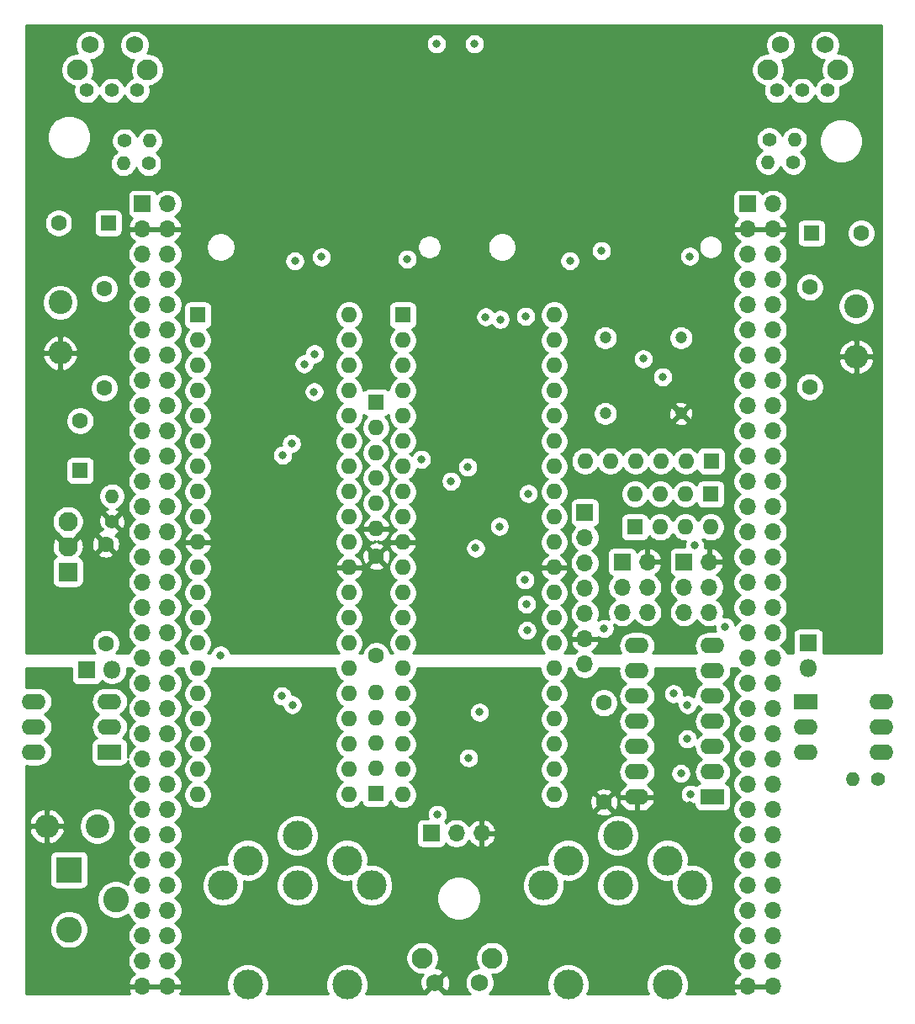
<source format=gbr>
G04 #@! TF.GenerationSoftware,KiCad,Pcbnew,(5.1.7)-1*
G04 #@! TF.CreationDate,2020-12-18T14:13:03+01:00*
G04 #@! TF.ProjectId,CR-VERSION,43522d56-4552-4534-994f-4e2e6b696361,rev?*
G04 #@! TF.SameCoordinates,Original*
G04 #@! TF.FileFunction,Copper,L3,Inr*
G04 #@! TF.FilePolarity,Positive*
%FSLAX46Y46*%
G04 Gerber Fmt 4.6, Leading zero omitted, Abs format (unit mm)*
G04 Created by KiCad (PCBNEW (5.1.7)-1) date 2020-12-18 14:13:03*
%MOMM*%
%LPD*%
G01*
G04 APERTURE LIST*
G04 #@! TA.AperFunction,ComponentPad*
%ADD10O,1.800000X1.800000*%
G04 #@! TD*
G04 #@! TA.AperFunction,ComponentPad*
%ADD11R,1.800000X1.800000*%
G04 #@! TD*
G04 #@! TA.AperFunction,ComponentPad*
%ADD12C,1.416000*%
G04 #@! TD*
G04 #@! TA.AperFunction,ComponentPad*
%ADD13C,1.200000*%
G04 #@! TD*
G04 #@! TA.AperFunction,ComponentPad*
%ADD14C,2.600000*%
G04 #@! TD*
G04 #@! TA.AperFunction,ComponentPad*
%ADD15R,2.600000X2.600000*%
G04 #@! TD*
G04 #@! TA.AperFunction,ComponentPad*
%ADD16C,1.600000*%
G04 #@! TD*
G04 #@! TA.AperFunction,ComponentPad*
%ADD17R,1.600000X1.600000*%
G04 #@! TD*
G04 #@! TA.AperFunction,ComponentPad*
%ADD18O,1.600000X1.600000*%
G04 #@! TD*
G04 #@! TA.AperFunction,ComponentPad*
%ADD19O,2.400000X1.600000*%
G04 #@! TD*
G04 #@! TA.AperFunction,ComponentPad*
%ADD20R,2.400000X1.600000*%
G04 #@! TD*
G04 #@! TA.AperFunction,ComponentPad*
%ADD21O,1.400000X1.400000*%
G04 #@! TD*
G04 #@! TA.AperFunction,ComponentPad*
%ADD22C,1.400000*%
G04 #@! TD*
G04 #@! TA.AperFunction,ComponentPad*
%ADD23O,2.400000X2.400000*%
G04 #@! TD*
G04 #@! TA.AperFunction,ComponentPad*
%ADD24C,2.400000*%
G04 #@! TD*
G04 #@! TA.AperFunction,ComponentPad*
%ADD25C,2.100000*%
G04 #@! TD*
G04 #@! TA.AperFunction,ComponentPad*
%ADD26C,1.750000*%
G04 #@! TD*
G04 #@! TA.AperFunction,ComponentPad*
%ADD27O,1.700000X1.700000*%
G04 #@! TD*
G04 #@! TA.AperFunction,ComponentPad*
%ADD28R,1.700000X1.700000*%
G04 #@! TD*
G04 #@! TA.AperFunction,ComponentPad*
%ADD29C,1.935000*%
G04 #@! TD*
G04 #@! TA.AperFunction,ComponentPad*
%ADD30R,1.935000X1.935000*%
G04 #@! TD*
G04 #@! TA.AperFunction,ComponentPad*
%ADD31C,3.000000*%
G04 #@! TD*
G04 #@! TA.AperFunction,ViaPad*
%ADD32C,0.800000*%
G04 #@! TD*
G04 #@! TA.AperFunction,Conductor*
%ADD33C,0.254000*%
G04 #@! TD*
G04 #@! TA.AperFunction,Conductor*
%ADD34C,0.150000*%
G04 #@! TD*
G04 APERTURE END LIST*
D10*
X155303000Y-114894000D03*
D11*
X152763000Y-114894000D03*
D12*
X152763000Y-56601000D03*
X155303000Y-56601000D03*
X157843000Y-56601000D03*
X222232000Y-56601000D03*
X224772000Y-56601000D03*
X227312000Y-56601000D03*
D13*
X212580000Y-89113000D03*
X204960000Y-89113000D03*
X204960000Y-81493000D03*
X212580000Y-81493000D03*
D14*
X155685000Y-138023500D03*
X150985000Y-141023500D03*
D15*
X150985000Y-135023500D03*
D16*
X149922000Y-69936000D03*
D17*
X154922000Y-69936000D03*
D16*
X181909500Y-103497000D03*
X181909500Y-113497000D03*
D18*
X181846000Y-117180000D03*
X181846000Y-119720000D03*
X181846000Y-122260000D03*
X181846000Y-124800000D03*
D17*
X181846000Y-127340000D03*
D18*
X181896800Y-100695400D03*
X181896800Y-98155400D03*
X181896800Y-95615400D03*
X181896800Y-93075400D03*
X181896800Y-90535400D03*
D17*
X181896800Y-87995400D03*
D18*
X207957200Y-97215600D03*
X210497200Y-97215600D03*
X213037200Y-97215600D03*
D17*
X215577200Y-97215600D03*
D19*
X147429000Y-123161700D03*
X155049000Y-118081700D03*
X147429000Y-120621700D03*
X155049000Y-120621700D03*
X147429000Y-118081700D03*
D20*
X155049000Y-123161700D03*
D21*
X229852000Y-125943000D03*
D22*
X232392000Y-125943000D03*
D19*
X232773000Y-118107100D03*
X225153000Y-123187100D03*
X232773000Y-120647100D03*
X225153000Y-120647100D03*
X232773000Y-123187100D03*
D20*
X225153000Y-118107100D03*
D21*
X221343000Y-63840000D03*
D22*
X223883000Y-63840000D03*
D21*
X224010000Y-61554000D03*
D22*
X221470000Y-61554000D03*
D21*
X156446000Y-63967000D03*
D22*
X158986000Y-63967000D03*
D21*
X159113000Y-61681000D03*
D22*
X156573000Y-61681000D03*
D16*
X154541000Y-86540000D03*
X154541000Y-76540000D03*
X225534000Y-86413000D03*
X225534000Y-76413000D03*
X204833000Y-118229000D03*
X204833000Y-128229000D03*
X230724500Y-70952000D03*
D17*
X225724500Y-70952000D03*
D23*
X150096000Y-83017000D03*
D24*
X150096000Y-77937000D03*
D23*
X230233000Y-83398000D03*
D24*
X230233000Y-78318000D03*
D23*
X148749800Y-130642000D03*
D24*
X153829800Y-130642000D03*
D25*
X221363000Y-54519000D03*
D26*
X222613000Y-52029000D03*
X227113000Y-52029000D03*
D25*
X228373000Y-54519000D03*
D21*
X155303000Y-97418800D03*
D22*
X155303000Y-99958800D03*
D27*
X215437500Y-109115500D03*
X212897500Y-109115500D03*
X215437500Y-106575500D03*
X212897500Y-106575500D03*
X215437500Y-104035500D03*
D28*
X212897500Y-104035500D03*
D16*
X152102600Y-89853400D03*
D17*
X152102600Y-94853400D03*
D16*
X154668000Y-112244800D03*
X154668000Y-102244800D03*
D29*
X150858000Y-99958800D03*
X150858000Y-102498800D03*
D30*
X150858000Y-105038800D03*
D25*
X193573500Y-143900000D03*
D26*
X192323500Y-146390000D03*
X187823500Y-146390000D03*
D25*
X186563500Y-143900000D03*
D31*
X211230000Y-146589000D03*
X206230000Y-131589000D03*
X213730000Y-136589000D03*
X211230000Y-134089000D03*
X206230000Y-136589000D03*
X201230000Y-134089000D03*
X198730000Y-136589000D03*
X201230000Y-146589000D03*
D18*
X199816500Y-79207000D03*
X184576500Y-127467000D03*
X199816500Y-81747000D03*
X184576500Y-124927000D03*
X199816500Y-84287000D03*
X184576500Y-122387000D03*
X199816500Y-86827000D03*
X184576500Y-119847000D03*
X199816500Y-89367000D03*
X184576500Y-117307000D03*
X199816500Y-91907000D03*
X184576500Y-114767000D03*
X199816500Y-94447000D03*
X184576500Y-112227000D03*
X199816500Y-96987000D03*
X184576500Y-109687000D03*
X199816500Y-99527000D03*
X184576500Y-107147000D03*
X199816500Y-102067000D03*
X184576500Y-104607000D03*
X199816500Y-104607000D03*
X184576500Y-102067000D03*
X199816500Y-107147000D03*
X184576500Y-99527000D03*
X199816500Y-109687000D03*
X184576500Y-96987000D03*
X199816500Y-112227000D03*
X184576500Y-94447000D03*
X199816500Y-114767000D03*
X184576500Y-91907000D03*
X199816500Y-117307000D03*
X184576500Y-89367000D03*
X199816500Y-119847000D03*
X184576500Y-86827000D03*
X199816500Y-122387000D03*
X184576500Y-84287000D03*
X199816500Y-124927000D03*
X184576500Y-81747000D03*
X199816500Y-127467000D03*
D17*
X184576500Y-79207000D03*
D18*
X179179000Y-79207000D03*
X163939000Y-127467000D03*
X179179000Y-81747000D03*
X163939000Y-124927000D03*
X179179000Y-84287000D03*
X163939000Y-122387000D03*
X179179000Y-86827000D03*
X163939000Y-119847000D03*
X179179000Y-89367000D03*
X163939000Y-117307000D03*
X179179000Y-91907000D03*
X163939000Y-114767000D03*
X179179000Y-94447000D03*
X163939000Y-112227000D03*
X179179000Y-96987000D03*
X163939000Y-109687000D03*
X179179000Y-99527000D03*
X163939000Y-107147000D03*
X179179000Y-102067000D03*
X163939000Y-104607000D03*
X179179000Y-104607000D03*
X163939000Y-102067000D03*
X179179000Y-107147000D03*
X163939000Y-99527000D03*
X179179000Y-109687000D03*
X163939000Y-96987000D03*
X179179000Y-112227000D03*
X163939000Y-94447000D03*
X179179000Y-114767000D03*
X163939000Y-91907000D03*
X179179000Y-117307000D03*
X163939000Y-89367000D03*
X179179000Y-119847000D03*
X163939000Y-86827000D03*
X179179000Y-122387000D03*
X163939000Y-84287000D03*
X179179000Y-124927000D03*
X163939000Y-81747000D03*
X179179000Y-127467000D03*
D17*
X163939000Y-79207000D03*
D19*
X208135000Y-127721000D03*
X215755000Y-112481000D03*
X208135000Y-125181000D03*
X215755000Y-115021000D03*
X208135000Y-122641000D03*
X215755000Y-117561000D03*
X208135000Y-120101000D03*
X215755000Y-120101000D03*
X208135000Y-117561000D03*
X215755000Y-122641000D03*
X208135000Y-115021000D03*
X215755000Y-125181000D03*
X208135000Y-112481000D03*
D20*
X215755000Y-127721000D03*
D25*
X151830500Y-54519000D03*
D26*
X153080500Y-52029000D03*
X157580500Y-52029000D03*
D25*
X158840500Y-54519000D03*
D18*
X202928000Y-93875500D03*
X205468000Y-93875500D03*
X208008000Y-93875500D03*
X210548000Y-93875500D03*
X213088000Y-93875500D03*
D17*
X215628000Y-93875500D03*
D18*
X215564500Y-100543000D03*
X213024500Y-100543000D03*
X210484500Y-100543000D03*
D17*
X207944500Y-100543000D03*
D27*
X192514000Y-131340500D03*
X189974000Y-131340500D03*
D28*
X187434000Y-131340500D03*
D31*
X178972000Y-146589000D03*
X173972000Y-131589000D03*
X181472000Y-136589000D03*
X178972000Y-134089000D03*
X173972000Y-136589000D03*
X168972000Y-134089000D03*
X166472000Y-136589000D03*
X168972000Y-146589000D03*
D27*
X209214500Y-109115500D03*
X206674500Y-109115500D03*
X209214500Y-106575500D03*
X206674500Y-106575500D03*
X209214500Y-104035500D03*
D28*
X206674500Y-104035500D03*
D10*
X225407000Y-114767000D03*
D11*
X225407000Y-112227000D03*
D27*
X202902600Y-114309800D03*
X202902600Y-111769800D03*
X202902600Y-109229800D03*
X202902600Y-106689800D03*
X202902600Y-104149800D03*
X202902600Y-101609800D03*
D28*
X202902600Y-99069800D03*
D27*
X221840000Y-146740000D03*
X219300000Y-146740000D03*
X221840000Y-144200000D03*
X219300000Y-144200000D03*
X221840000Y-141660000D03*
X219300000Y-141660000D03*
X221840000Y-139120000D03*
X219300000Y-139120000D03*
X221840000Y-136580000D03*
X219300000Y-136580000D03*
X221840000Y-134040000D03*
X219300000Y-134040000D03*
X221840000Y-131500000D03*
X219300000Y-131500000D03*
X221840000Y-128960000D03*
X219300000Y-128960000D03*
X221840000Y-126420000D03*
X219300000Y-126420000D03*
X221840000Y-123880000D03*
X219300000Y-123880000D03*
X221840000Y-121340000D03*
X219300000Y-121340000D03*
X221840000Y-118800000D03*
X219300000Y-118800000D03*
X221840000Y-116260000D03*
X219300000Y-116260000D03*
X221840000Y-113720000D03*
X219300000Y-113720000D03*
X221840000Y-111180000D03*
X219300000Y-111180000D03*
X221840000Y-108640000D03*
X219300000Y-108640000D03*
X221840000Y-106100000D03*
X219300000Y-106100000D03*
X221840000Y-103560000D03*
X219300000Y-103560000D03*
X221840000Y-101020000D03*
X219300000Y-101020000D03*
X221840000Y-98480000D03*
X219300000Y-98480000D03*
X221840000Y-95940000D03*
X219300000Y-95940000D03*
X221840000Y-93400000D03*
X219300000Y-93400000D03*
X221840000Y-90860000D03*
X219300000Y-90860000D03*
X221840000Y-88320000D03*
X219300000Y-88320000D03*
X221840000Y-85780000D03*
X219300000Y-85780000D03*
X221840000Y-83240000D03*
X219300000Y-83240000D03*
X221840000Y-80700000D03*
X219300000Y-80700000D03*
X221840000Y-78160000D03*
X219300000Y-78160000D03*
X221840000Y-75620000D03*
X219300000Y-75620000D03*
X221840000Y-73080000D03*
X219300000Y-73080000D03*
X221840000Y-70540000D03*
X219300000Y-70540000D03*
X221840000Y-68000000D03*
D28*
X219300000Y-68000000D03*
X158360000Y-68000000D03*
D27*
X160900000Y-68000000D03*
X158360000Y-70540000D03*
X160900000Y-70540000D03*
X158360000Y-73080000D03*
X160900000Y-73080000D03*
X158360000Y-75620000D03*
X160900000Y-75620000D03*
X158360000Y-78160000D03*
X160900000Y-78160000D03*
X158360000Y-80700000D03*
X160900000Y-80700000D03*
X158360000Y-83240000D03*
X160900000Y-83240000D03*
X158360000Y-85780000D03*
X160900000Y-85780000D03*
X158360000Y-88320000D03*
X160900000Y-88320000D03*
X158360000Y-90860000D03*
X160900000Y-90860000D03*
X158360000Y-93400000D03*
X160900000Y-93400000D03*
X158360000Y-95940000D03*
X160900000Y-95940000D03*
X158360000Y-98480000D03*
X160900000Y-98480000D03*
X158360000Y-101020000D03*
X160900000Y-101020000D03*
X158360000Y-103560000D03*
X160900000Y-103560000D03*
X158360000Y-106100000D03*
X160900000Y-106100000D03*
X158360000Y-108640000D03*
X160900000Y-108640000D03*
X158360000Y-111180000D03*
X160900000Y-111180000D03*
X158360000Y-113720000D03*
X160900000Y-113720000D03*
X158360000Y-116260000D03*
X160900000Y-116260000D03*
X158360000Y-118800000D03*
X160900000Y-118800000D03*
X158360000Y-121340000D03*
X160900000Y-121340000D03*
X158360000Y-123880000D03*
X160900000Y-123880000D03*
X158360000Y-126420000D03*
X160900000Y-126420000D03*
X158360000Y-128960000D03*
X160900000Y-128960000D03*
X158360000Y-131500000D03*
X160900000Y-131500000D03*
X158360000Y-134040000D03*
X160900000Y-134040000D03*
X158360000Y-136580000D03*
X160900000Y-136580000D03*
X158360000Y-139120000D03*
X160900000Y-139120000D03*
X158360000Y-141660000D03*
X160900000Y-141660000D03*
X158360000Y-144200000D03*
X160900000Y-144200000D03*
X158360000Y-146740000D03*
X160900000Y-146740000D03*
D32*
X213469000Y-73288800D03*
X185021000Y-73568200D03*
X173718000Y-73771400D03*
X210751200Y-85430000D03*
X208795400Y-83601200D03*
X187967400Y-51927400D03*
X191802800Y-51927400D03*
X213545200Y-127416200D03*
X201404000Y-73746000D03*
X213494400Y-128559200D03*
X213961463Y-102393001D03*
X211843400Y-117307000D03*
X194303800Y-100466800D03*
X188043600Y-129440489D03*
X189440600Y-95920200D03*
X204858400Y-110728400D03*
X217025000Y-110576000D03*
X172422600Y-117535600D03*
X172498800Y-93304000D03*
X191117000Y-94497800D03*
X191211190Y-123766010D03*
X173464000Y-118424600D03*
X173387800Y-92135600D03*
X186443400Y-93722000D03*
X197213000Y-97164800D03*
X197035200Y-108290000D03*
X196882800Y-105851600D03*
X174657800Y-84134600D03*
X175648400Y-86928600D03*
X192920400Y-79384800D03*
X194389196Y-79651500D03*
X175699200Y-83118600D03*
X196933600Y-79334000D03*
X204579000Y-72730000D03*
X197086000Y-110931600D03*
X166225000Y-113420800D03*
X192310800Y-119161200D03*
X191903779Y-102651200D03*
X213215000Y-121853600D03*
X213240400Y-118424600D03*
X212580000Y-125333400D03*
X176385000Y-73365000D03*
D33*
X232773000Y-113243000D02*
X226933647Y-113243000D01*
X226945072Y-113127000D01*
X226945072Y-111327000D01*
X226932812Y-111202518D01*
X226896502Y-111082820D01*
X226837537Y-110972506D01*
X226758185Y-110875815D01*
X226661494Y-110796463D01*
X226551180Y-110737498D01*
X226431482Y-110701188D01*
X226307000Y-110688928D01*
X224507000Y-110688928D01*
X224382518Y-110701188D01*
X224262820Y-110737498D01*
X224152506Y-110796463D01*
X224055815Y-110875815D01*
X223976463Y-110972506D01*
X223917498Y-111082820D01*
X223881188Y-111202518D01*
X223868928Y-111327000D01*
X223868928Y-113127000D01*
X223880353Y-113243000D01*
X223249772Y-113243000D01*
X223155990Y-113016589D01*
X222993475Y-112773368D01*
X222786632Y-112566525D01*
X222612240Y-112450000D01*
X222786632Y-112333475D01*
X222993475Y-112126632D01*
X223155990Y-111883411D01*
X223267932Y-111613158D01*
X223325000Y-111326260D01*
X223325000Y-111033740D01*
X223267932Y-110746842D01*
X223155990Y-110476589D01*
X222993475Y-110233368D01*
X222786632Y-110026525D01*
X222612240Y-109910000D01*
X222786632Y-109793475D01*
X222993475Y-109586632D01*
X223155990Y-109343411D01*
X223267932Y-109073158D01*
X223325000Y-108786260D01*
X223325000Y-108493740D01*
X223267932Y-108206842D01*
X223155990Y-107936589D01*
X222993475Y-107693368D01*
X222786632Y-107486525D01*
X222612240Y-107370000D01*
X222786632Y-107253475D01*
X222993475Y-107046632D01*
X223155990Y-106803411D01*
X223267932Y-106533158D01*
X223325000Y-106246260D01*
X223325000Y-105953740D01*
X223267932Y-105666842D01*
X223155990Y-105396589D01*
X222993475Y-105153368D01*
X222786632Y-104946525D01*
X222612240Y-104830000D01*
X222786632Y-104713475D01*
X222993475Y-104506632D01*
X223155990Y-104263411D01*
X223267932Y-103993158D01*
X223325000Y-103706260D01*
X223325000Y-103413740D01*
X223267932Y-103126842D01*
X223155990Y-102856589D01*
X222993475Y-102613368D01*
X222786632Y-102406525D01*
X222612240Y-102290000D01*
X222786632Y-102173475D01*
X222993475Y-101966632D01*
X223155990Y-101723411D01*
X223267932Y-101453158D01*
X223325000Y-101166260D01*
X223325000Y-100873740D01*
X223267932Y-100586842D01*
X223155990Y-100316589D01*
X222993475Y-100073368D01*
X222786632Y-99866525D01*
X222612240Y-99750000D01*
X222786632Y-99633475D01*
X222993475Y-99426632D01*
X223155990Y-99183411D01*
X223267932Y-98913158D01*
X223325000Y-98626260D01*
X223325000Y-98333740D01*
X223267932Y-98046842D01*
X223155990Y-97776589D01*
X222993475Y-97533368D01*
X222786632Y-97326525D01*
X222612240Y-97210000D01*
X222786632Y-97093475D01*
X222993475Y-96886632D01*
X223155990Y-96643411D01*
X223267932Y-96373158D01*
X223325000Y-96086260D01*
X223325000Y-95793740D01*
X223267932Y-95506842D01*
X223155990Y-95236589D01*
X222993475Y-94993368D01*
X222786632Y-94786525D01*
X222612240Y-94670000D01*
X222786632Y-94553475D01*
X222993475Y-94346632D01*
X223155990Y-94103411D01*
X223267932Y-93833158D01*
X223325000Y-93546260D01*
X223325000Y-93253740D01*
X223267932Y-92966842D01*
X223155990Y-92696589D01*
X222993475Y-92453368D01*
X222786632Y-92246525D01*
X222612240Y-92130000D01*
X222786632Y-92013475D01*
X222993475Y-91806632D01*
X223155990Y-91563411D01*
X223267932Y-91293158D01*
X223325000Y-91006260D01*
X223325000Y-90713740D01*
X223267932Y-90426842D01*
X223155990Y-90156589D01*
X222993475Y-89913368D01*
X222786632Y-89706525D01*
X222612240Y-89590000D01*
X222786632Y-89473475D01*
X222993475Y-89266632D01*
X223155990Y-89023411D01*
X223267932Y-88753158D01*
X223325000Y-88466260D01*
X223325000Y-88173740D01*
X223267932Y-87886842D01*
X223155990Y-87616589D01*
X222993475Y-87373368D01*
X222786632Y-87166525D01*
X222612240Y-87050000D01*
X222786632Y-86933475D01*
X222993475Y-86726632D01*
X223155990Y-86483411D01*
X223243697Y-86271665D01*
X224099000Y-86271665D01*
X224099000Y-86554335D01*
X224154147Y-86831574D01*
X224262320Y-87092727D01*
X224419363Y-87327759D01*
X224619241Y-87527637D01*
X224854273Y-87684680D01*
X225115426Y-87792853D01*
X225392665Y-87848000D01*
X225675335Y-87848000D01*
X225952574Y-87792853D01*
X226213727Y-87684680D01*
X226448759Y-87527637D01*
X226648637Y-87327759D01*
X226805680Y-87092727D01*
X226913853Y-86831574D01*
X226969000Y-86554335D01*
X226969000Y-86271665D01*
X226913853Y-85994426D01*
X226805680Y-85733273D01*
X226648637Y-85498241D01*
X226448759Y-85298363D01*
X226213727Y-85141320D01*
X225952574Y-85033147D01*
X225675335Y-84978000D01*
X225392665Y-84978000D01*
X225115426Y-85033147D01*
X224854273Y-85141320D01*
X224619241Y-85298363D01*
X224419363Y-85498241D01*
X224262320Y-85733273D01*
X224154147Y-85994426D01*
X224099000Y-86271665D01*
X223243697Y-86271665D01*
X223267932Y-86213158D01*
X223325000Y-85926260D01*
X223325000Y-85633740D01*
X223267932Y-85346842D01*
X223155990Y-85076589D01*
X222993475Y-84833368D01*
X222786632Y-84626525D01*
X222612240Y-84510000D01*
X222786632Y-84393475D01*
X222993475Y-84186632D01*
X223155990Y-83943411D01*
X223211330Y-83809806D01*
X228444801Y-83809806D01*
X228559500Y-84150754D01*
X228738511Y-84462774D01*
X228974954Y-84733875D01*
X229259743Y-84953639D01*
X229581934Y-85113621D01*
X229821195Y-85186195D01*
X230106000Y-85069432D01*
X230106000Y-83525000D01*
X230360000Y-83525000D01*
X230360000Y-85069432D01*
X230644805Y-85186195D01*
X230884066Y-85113621D01*
X231206257Y-84953639D01*
X231491046Y-84733875D01*
X231727489Y-84462774D01*
X231906500Y-84150754D01*
X232021199Y-83809806D01*
X231904854Y-83525000D01*
X230360000Y-83525000D01*
X230106000Y-83525000D01*
X228561146Y-83525000D01*
X228444801Y-83809806D01*
X223211330Y-83809806D01*
X223267932Y-83673158D01*
X223325000Y-83386260D01*
X223325000Y-83093740D01*
X223303608Y-82986194D01*
X228444801Y-82986194D01*
X228561146Y-83271000D01*
X230106000Y-83271000D01*
X230106000Y-81726568D01*
X230360000Y-81726568D01*
X230360000Y-83271000D01*
X231904854Y-83271000D01*
X232021199Y-82986194D01*
X231906500Y-82645246D01*
X231727489Y-82333226D01*
X231491046Y-82062125D01*
X231206257Y-81842361D01*
X230884066Y-81682379D01*
X230644805Y-81609805D01*
X230360000Y-81726568D01*
X230106000Y-81726568D01*
X229821195Y-81609805D01*
X229581934Y-81682379D01*
X229259743Y-81842361D01*
X228974954Y-82062125D01*
X228738511Y-82333226D01*
X228559500Y-82645246D01*
X228444801Y-82986194D01*
X223303608Y-82986194D01*
X223267932Y-82806842D01*
X223155990Y-82536589D01*
X222993475Y-82293368D01*
X222786632Y-82086525D01*
X222612240Y-81970000D01*
X222786632Y-81853475D01*
X222993475Y-81646632D01*
X223155990Y-81403411D01*
X223267932Y-81133158D01*
X223325000Y-80846260D01*
X223325000Y-80553740D01*
X223267932Y-80266842D01*
X223155990Y-79996589D01*
X222993475Y-79753368D01*
X222786632Y-79546525D01*
X222612240Y-79430000D01*
X222786632Y-79313475D01*
X222993475Y-79106632D01*
X223155990Y-78863411D01*
X223267932Y-78593158D01*
X223325000Y-78306260D01*
X223325000Y-78137268D01*
X228398000Y-78137268D01*
X228398000Y-78498732D01*
X228468518Y-78853250D01*
X228606844Y-79187199D01*
X228807662Y-79487744D01*
X229063256Y-79743338D01*
X229363801Y-79944156D01*
X229697750Y-80082482D01*
X230052268Y-80153000D01*
X230413732Y-80153000D01*
X230768250Y-80082482D01*
X231102199Y-79944156D01*
X231402744Y-79743338D01*
X231658338Y-79487744D01*
X231859156Y-79187199D01*
X231997482Y-78853250D01*
X232068000Y-78498732D01*
X232068000Y-78137268D01*
X231997482Y-77782750D01*
X231859156Y-77448801D01*
X231658338Y-77148256D01*
X231402744Y-76892662D01*
X231102199Y-76691844D01*
X230768250Y-76553518D01*
X230413732Y-76483000D01*
X230052268Y-76483000D01*
X229697750Y-76553518D01*
X229363801Y-76691844D01*
X229063256Y-76892662D01*
X228807662Y-77148256D01*
X228606844Y-77448801D01*
X228468518Y-77782750D01*
X228398000Y-78137268D01*
X223325000Y-78137268D01*
X223325000Y-78013740D01*
X223267932Y-77726842D01*
X223155990Y-77456589D01*
X222993475Y-77213368D01*
X222786632Y-77006525D01*
X222612240Y-76890000D01*
X222786632Y-76773475D01*
X222993475Y-76566632D01*
X223155990Y-76323411D01*
X223177423Y-76271665D01*
X224099000Y-76271665D01*
X224099000Y-76554335D01*
X224154147Y-76831574D01*
X224262320Y-77092727D01*
X224419363Y-77327759D01*
X224619241Y-77527637D01*
X224854273Y-77684680D01*
X225115426Y-77792853D01*
X225392665Y-77848000D01*
X225675335Y-77848000D01*
X225952574Y-77792853D01*
X226213727Y-77684680D01*
X226448759Y-77527637D01*
X226648637Y-77327759D01*
X226805680Y-77092727D01*
X226913853Y-76831574D01*
X226969000Y-76554335D01*
X226969000Y-76271665D01*
X226913853Y-75994426D01*
X226805680Y-75733273D01*
X226648637Y-75498241D01*
X226448759Y-75298363D01*
X226213727Y-75141320D01*
X225952574Y-75033147D01*
X225675335Y-74978000D01*
X225392665Y-74978000D01*
X225115426Y-75033147D01*
X224854273Y-75141320D01*
X224619241Y-75298363D01*
X224419363Y-75498241D01*
X224262320Y-75733273D01*
X224154147Y-75994426D01*
X224099000Y-76271665D01*
X223177423Y-76271665D01*
X223267932Y-76053158D01*
X223325000Y-75766260D01*
X223325000Y-75473740D01*
X223267932Y-75186842D01*
X223155990Y-74916589D01*
X222993475Y-74673368D01*
X222786632Y-74466525D01*
X222612240Y-74350000D01*
X222786632Y-74233475D01*
X222993475Y-74026632D01*
X223155990Y-73783411D01*
X223267932Y-73513158D01*
X223325000Y-73226260D01*
X223325000Y-72933740D01*
X223267932Y-72646842D01*
X223155990Y-72376589D01*
X222993475Y-72133368D01*
X222786632Y-71926525D01*
X222604466Y-71804805D01*
X222721355Y-71735178D01*
X222937588Y-71540269D01*
X223111641Y-71306920D01*
X223236825Y-71044099D01*
X223281476Y-70896890D01*
X223160155Y-70667000D01*
X221967000Y-70667000D01*
X221967000Y-70687000D01*
X221713000Y-70687000D01*
X221713000Y-70667000D01*
X219427000Y-70667000D01*
X219427000Y-70687000D01*
X219173000Y-70687000D01*
X219173000Y-70667000D01*
X217979845Y-70667000D01*
X217858524Y-70896890D01*
X217903175Y-71044099D01*
X218028359Y-71306920D01*
X218202412Y-71540269D01*
X218418645Y-71735178D01*
X218535534Y-71804805D01*
X218353368Y-71926525D01*
X218146525Y-72133368D01*
X217984010Y-72376589D01*
X217872068Y-72646842D01*
X217815000Y-72933740D01*
X217815000Y-73226260D01*
X217872068Y-73513158D01*
X217984010Y-73783411D01*
X218146525Y-74026632D01*
X218353368Y-74233475D01*
X218527760Y-74350000D01*
X218353368Y-74466525D01*
X218146525Y-74673368D01*
X217984010Y-74916589D01*
X217872068Y-75186842D01*
X217815000Y-75473740D01*
X217815000Y-75766260D01*
X217872068Y-76053158D01*
X217984010Y-76323411D01*
X218146525Y-76566632D01*
X218353368Y-76773475D01*
X218527760Y-76890000D01*
X218353368Y-77006525D01*
X218146525Y-77213368D01*
X217984010Y-77456589D01*
X217872068Y-77726842D01*
X217815000Y-78013740D01*
X217815000Y-78306260D01*
X217872068Y-78593158D01*
X217984010Y-78863411D01*
X218146525Y-79106632D01*
X218353368Y-79313475D01*
X218527760Y-79430000D01*
X218353368Y-79546525D01*
X218146525Y-79753368D01*
X217984010Y-79996589D01*
X217872068Y-80266842D01*
X217815000Y-80553740D01*
X217815000Y-80846260D01*
X217872068Y-81133158D01*
X217984010Y-81403411D01*
X218146525Y-81646632D01*
X218353368Y-81853475D01*
X218527760Y-81970000D01*
X218353368Y-82086525D01*
X218146525Y-82293368D01*
X217984010Y-82536589D01*
X217872068Y-82806842D01*
X217815000Y-83093740D01*
X217815000Y-83386260D01*
X217872068Y-83673158D01*
X217984010Y-83943411D01*
X218146525Y-84186632D01*
X218353368Y-84393475D01*
X218527760Y-84510000D01*
X218353368Y-84626525D01*
X218146525Y-84833368D01*
X217984010Y-85076589D01*
X217872068Y-85346842D01*
X217815000Y-85633740D01*
X217815000Y-85926260D01*
X217872068Y-86213158D01*
X217984010Y-86483411D01*
X218146525Y-86726632D01*
X218353368Y-86933475D01*
X218527760Y-87050000D01*
X218353368Y-87166525D01*
X218146525Y-87373368D01*
X217984010Y-87616589D01*
X217872068Y-87886842D01*
X217815000Y-88173740D01*
X217815000Y-88466260D01*
X217872068Y-88753158D01*
X217984010Y-89023411D01*
X218146525Y-89266632D01*
X218353368Y-89473475D01*
X218527760Y-89590000D01*
X218353368Y-89706525D01*
X218146525Y-89913368D01*
X217984010Y-90156589D01*
X217872068Y-90426842D01*
X217815000Y-90713740D01*
X217815000Y-91006260D01*
X217872068Y-91293158D01*
X217984010Y-91563411D01*
X218146525Y-91806632D01*
X218353368Y-92013475D01*
X218527760Y-92130000D01*
X218353368Y-92246525D01*
X218146525Y-92453368D01*
X217984010Y-92696589D01*
X217872068Y-92966842D01*
X217815000Y-93253740D01*
X217815000Y-93546260D01*
X217872068Y-93833158D01*
X217984010Y-94103411D01*
X218146525Y-94346632D01*
X218353368Y-94553475D01*
X218527760Y-94670000D01*
X218353368Y-94786525D01*
X218146525Y-94993368D01*
X217984010Y-95236589D01*
X217872068Y-95506842D01*
X217815000Y-95793740D01*
X217815000Y-96086260D01*
X217872068Y-96373158D01*
X217984010Y-96643411D01*
X218146525Y-96886632D01*
X218353368Y-97093475D01*
X218527760Y-97210000D01*
X218353368Y-97326525D01*
X218146525Y-97533368D01*
X217984010Y-97776589D01*
X217872068Y-98046842D01*
X217815000Y-98333740D01*
X217815000Y-98626260D01*
X217872068Y-98913158D01*
X217984010Y-99183411D01*
X218146525Y-99426632D01*
X218353368Y-99633475D01*
X218527760Y-99750000D01*
X218353368Y-99866525D01*
X218146525Y-100073368D01*
X217984010Y-100316589D01*
X217872068Y-100586842D01*
X217815000Y-100873740D01*
X217815000Y-101166260D01*
X217872068Y-101453158D01*
X217984010Y-101723411D01*
X218146525Y-101966632D01*
X218353368Y-102173475D01*
X218527760Y-102290000D01*
X218353368Y-102406525D01*
X218146525Y-102613368D01*
X217984010Y-102856589D01*
X217872068Y-103126842D01*
X217815000Y-103413740D01*
X217815000Y-103706260D01*
X217872068Y-103993158D01*
X217984010Y-104263411D01*
X218146525Y-104506632D01*
X218353368Y-104713475D01*
X218527760Y-104830000D01*
X218353368Y-104946525D01*
X218146525Y-105153368D01*
X217984010Y-105396589D01*
X217872068Y-105666842D01*
X217815000Y-105953740D01*
X217815000Y-106246260D01*
X217872068Y-106533158D01*
X217984010Y-106803411D01*
X218146525Y-107046632D01*
X218353368Y-107253475D01*
X218527760Y-107370000D01*
X218353368Y-107486525D01*
X218146525Y-107693368D01*
X217984010Y-107936589D01*
X217872068Y-108206842D01*
X217815000Y-108493740D01*
X217815000Y-108786260D01*
X217872068Y-109073158D01*
X217984010Y-109343411D01*
X218146525Y-109586632D01*
X218353368Y-109793475D01*
X218527760Y-109910000D01*
X218353368Y-110026525D01*
X218146525Y-110233368D01*
X218042955Y-110388371D01*
X218020226Y-110274102D01*
X217942205Y-110085744D01*
X217828937Y-109916226D01*
X217684774Y-109772063D01*
X217515256Y-109658795D01*
X217326898Y-109580774D01*
X217126939Y-109541000D01*
X216923061Y-109541000D01*
X216863714Y-109552805D01*
X216865432Y-109548658D01*
X216922500Y-109261760D01*
X216922500Y-108969240D01*
X216865432Y-108682342D01*
X216753490Y-108412089D01*
X216590975Y-108168868D01*
X216384132Y-107962025D01*
X216209740Y-107845500D01*
X216384132Y-107728975D01*
X216590975Y-107522132D01*
X216753490Y-107278911D01*
X216865432Y-107008658D01*
X216922500Y-106721760D01*
X216922500Y-106429240D01*
X216865432Y-106142342D01*
X216753490Y-105872089D01*
X216590975Y-105628868D01*
X216384132Y-105422025D01*
X216201966Y-105300305D01*
X216318855Y-105230678D01*
X216535088Y-105035769D01*
X216709141Y-104802420D01*
X216834325Y-104539599D01*
X216878976Y-104392390D01*
X216757655Y-104162500D01*
X215564500Y-104162500D01*
X215564500Y-104182500D01*
X215310500Y-104182500D01*
X215310500Y-104162500D01*
X215290500Y-104162500D01*
X215290500Y-103908500D01*
X215310500Y-103908500D01*
X215310500Y-102714686D01*
X215564500Y-102714686D01*
X215564500Y-103908500D01*
X216757655Y-103908500D01*
X216878976Y-103678610D01*
X216834325Y-103531401D01*
X216709141Y-103268580D01*
X216535088Y-103035231D01*
X216318855Y-102840322D01*
X216068752Y-102691343D01*
X215794391Y-102594019D01*
X215564500Y-102714686D01*
X215310500Y-102714686D01*
X215080609Y-102594019D01*
X214968871Y-102633656D01*
X214996463Y-102494940D01*
X214996463Y-102291062D01*
X214956689Y-102091103D01*
X214878668Y-101902745D01*
X214767441Y-101736281D01*
X214884773Y-101814680D01*
X215145926Y-101922853D01*
X215423165Y-101978000D01*
X215705835Y-101978000D01*
X215983074Y-101922853D01*
X216244227Y-101814680D01*
X216479259Y-101657637D01*
X216679137Y-101457759D01*
X216836180Y-101222727D01*
X216944353Y-100961574D01*
X216999500Y-100684335D01*
X216999500Y-100401665D01*
X216944353Y-100124426D01*
X216836180Y-99863273D01*
X216679137Y-99628241D01*
X216479259Y-99428363D01*
X216244227Y-99271320D01*
X215983074Y-99163147D01*
X215705835Y-99108000D01*
X215423165Y-99108000D01*
X215145926Y-99163147D01*
X214884773Y-99271320D01*
X214649741Y-99428363D01*
X214449863Y-99628241D01*
X214294500Y-99860759D01*
X214139137Y-99628241D01*
X213939259Y-99428363D01*
X213704227Y-99271320D01*
X213443074Y-99163147D01*
X213165835Y-99108000D01*
X212883165Y-99108000D01*
X212605926Y-99163147D01*
X212344773Y-99271320D01*
X212109741Y-99428363D01*
X211909863Y-99628241D01*
X211754500Y-99860759D01*
X211599137Y-99628241D01*
X211399259Y-99428363D01*
X211164227Y-99271320D01*
X210903074Y-99163147D01*
X210625835Y-99108000D01*
X210343165Y-99108000D01*
X210065926Y-99163147D01*
X209804773Y-99271320D01*
X209569741Y-99428363D01*
X209371143Y-99626961D01*
X209370312Y-99618518D01*
X209334002Y-99498820D01*
X209275037Y-99388506D01*
X209195685Y-99291815D01*
X209098994Y-99212463D01*
X208988680Y-99153498D01*
X208868982Y-99117188D01*
X208744500Y-99104928D01*
X207144500Y-99104928D01*
X207020018Y-99117188D01*
X206900320Y-99153498D01*
X206790006Y-99212463D01*
X206693315Y-99291815D01*
X206613963Y-99388506D01*
X206554998Y-99498820D01*
X206518688Y-99618518D01*
X206506428Y-99743000D01*
X206506428Y-101343000D01*
X206518688Y-101467482D01*
X206554998Y-101587180D01*
X206613963Y-101697494D01*
X206693315Y-101794185D01*
X206790006Y-101873537D01*
X206900320Y-101932502D01*
X207020018Y-101968812D01*
X207144500Y-101981072D01*
X208744500Y-101981072D01*
X208868982Y-101968812D01*
X208988680Y-101932502D01*
X209098994Y-101873537D01*
X209195685Y-101794185D01*
X209275037Y-101697494D01*
X209334002Y-101587180D01*
X209370312Y-101467482D01*
X209371143Y-101459039D01*
X209569741Y-101657637D01*
X209804773Y-101814680D01*
X210065926Y-101922853D01*
X210343165Y-101978000D01*
X210625835Y-101978000D01*
X210903074Y-101922853D01*
X211164227Y-101814680D01*
X211399259Y-101657637D01*
X211599137Y-101457759D01*
X211754500Y-101225241D01*
X211909863Y-101457759D01*
X212109741Y-101657637D01*
X212344773Y-101814680D01*
X212605926Y-101922853D01*
X212883165Y-101978000D01*
X213013086Y-101978000D01*
X212966237Y-102091103D01*
X212926463Y-102291062D01*
X212926463Y-102494940D01*
X212936903Y-102547428D01*
X212047500Y-102547428D01*
X211923018Y-102559688D01*
X211803320Y-102595998D01*
X211693006Y-102654963D01*
X211596315Y-102734315D01*
X211516963Y-102831006D01*
X211457998Y-102941320D01*
X211421688Y-103061018D01*
X211409428Y-103185500D01*
X211409428Y-104885500D01*
X211421688Y-105009982D01*
X211457998Y-105129680D01*
X211516963Y-105239994D01*
X211596315Y-105336685D01*
X211693006Y-105416037D01*
X211803320Y-105475002D01*
X211875880Y-105497013D01*
X211744025Y-105628868D01*
X211581510Y-105872089D01*
X211469568Y-106142342D01*
X211412500Y-106429240D01*
X211412500Y-106721760D01*
X211469568Y-107008658D01*
X211581510Y-107278911D01*
X211744025Y-107522132D01*
X211950868Y-107728975D01*
X212125260Y-107845500D01*
X211950868Y-107962025D01*
X211744025Y-108168868D01*
X211581510Y-108412089D01*
X211469568Y-108682342D01*
X211412500Y-108969240D01*
X211412500Y-109261760D01*
X211469568Y-109548658D01*
X211581510Y-109818911D01*
X211744025Y-110062132D01*
X211950868Y-110268975D01*
X212194089Y-110431490D01*
X212464342Y-110543432D01*
X212751240Y-110600500D01*
X213043760Y-110600500D01*
X213330658Y-110543432D01*
X213600911Y-110431490D01*
X213844132Y-110268975D01*
X214050975Y-110062132D01*
X214167500Y-109887740D01*
X214284025Y-110062132D01*
X214490868Y-110268975D01*
X214734089Y-110431490D01*
X215004342Y-110543432D01*
X215291240Y-110600500D01*
X215583760Y-110600500D01*
X215870658Y-110543432D01*
X215990000Y-110493999D01*
X215990000Y-110677939D01*
X216029774Y-110877898D01*
X216099405Y-111046000D01*
X215284508Y-111046000D01*
X215073691Y-111066764D01*
X214803192Y-111148818D01*
X214553899Y-111282068D01*
X214335392Y-111461392D01*
X214156068Y-111679899D01*
X214022818Y-111929192D01*
X213940764Y-112199691D01*
X213913057Y-112481000D01*
X213940764Y-112762309D01*
X214022818Y-113032808D01*
X214135168Y-113243000D01*
X209754832Y-113243000D01*
X209867182Y-113032808D01*
X209949236Y-112762309D01*
X209976943Y-112481000D01*
X209949236Y-112199691D01*
X209867182Y-111929192D01*
X209733932Y-111679899D01*
X209554608Y-111461392D01*
X209336101Y-111282068D01*
X209086808Y-111148818D01*
X208816309Y-111066764D01*
X208605492Y-111046000D01*
X207664508Y-111046000D01*
X207453691Y-111066764D01*
X207183192Y-111148818D01*
X206933899Y-111282068D01*
X206715392Y-111461392D01*
X206536068Y-111679899D01*
X206402818Y-111929192D01*
X206320764Y-112199691D01*
X206293057Y-112481000D01*
X206320764Y-112762309D01*
X206402818Y-113032808D01*
X206515168Y-113243000D01*
X203935907Y-113243000D01*
X203849232Y-113156325D01*
X203667066Y-113034605D01*
X203783955Y-112964978D01*
X204000188Y-112770069D01*
X204174241Y-112536720D01*
X204299425Y-112273899D01*
X204344076Y-112126690D01*
X204222755Y-111896800D01*
X203029600Y-111896800D01*
X203029600Y-111916800D01*
X202775600Y-111916800D01*
X202775600Y-111896800D01*
X201582445Y-111896800D01*
X201461124Y-112126690D01*
X201505775Y-112273899D01*
X201630959Y-112536720D01*
X201805012Y-112770069D01*
X202021245Y-112964978D01*
X202138134Y-113034605D01*
X201955968Y-113156325D01*
X201869293Y-113243000D01*
X200829896Y-113243000D01*
X200931137Y-113141759D01*
X201088180Y-112906727D01*
X201196353Y-112645574D01*
X201251500Y-112368335D01*
X201251500Y-112085665D01*
X201196353Y-111808426D01*
X201088180Y-111547273D01*
X200931137Y-111312241D01*
X200731259Y-111112363D01*
X200498741Y-110957000D01*
X200731259Y-110801637D01*
X200931137Y-110601759D01*
X201088180Y-110366727D01*
X201196353Y-110105574D01*
X201251500Y-109828335D01*
X201251500Y-109545665D01*
X201196353Y-109268426D01*
X201088180Y-109007273D01*
X200931137Y-108772241D01*
X200731259Y-108572363D01*
X200498741Y-108417000D01*
X200731259Y-108261637D01*
X200931137Y-108061759D01*
X201088180Y-107826727D01*
X201196353Y-107565574D01*
X201251500Y-107288335D01*
X201251500Y-107005665D01*
X201196353Y-106728426D01*
X201088180Y-106467273D01*
X200931137Y-106232241D01*
X200731259Y-106032363D01*
X200496227Y-105875320D01*
X200485635Y-105870933D01*
X200671631Y-105759385D01*
X200880019Y-105570414D01*
X201047537Y-105344420D01*
X201167746Y-105090087D01*
X201208404Y-104956039D01*
X201086415Y-104734000D01*
X199943500Y-104734000D01*
X199943500Y-104754000D01*
X199689500Y-104754000D01*
X199689500Y-104734000D01*
X198546585Y-104734000D01*
X198424596Y-104956039D01*
X198465254Y-105090087D01*
X198585463Y-105344420D01*
X198752981Y-105570414D01*
X198961369Y-105759385D01*
X199147365Y-105870933D01*
X199136773Y-105875320D01*
X198901741Y-106032363D01*
X198701863Y-106232241D01*
X198544820Y-106467273D01*
X198436647Y-106728426D01*
X198381500Y-107005665D01*
X198381500Y-107288335D01*
X198436647Y-107565574D01*
X198544820Y-107826727D01*
X198701863Y-108061759D01*
X198901741Y-108261637D01*
X199134259Y-108417000D01*
X198901741Y-108572363D01*
X198701863Y-108772241D01*
X198544820Y-109007273D01*
X198436647Y-109268426D01*
X198381500Y-109545665D01*
X198381500Y-109828335D01*
X198436647Y-110105574D01*
X198544820Y-110366727D01*
X198701863Y-110601759D01*
X198901741Y-110801637D01*
X199134259Y-110957000D01*
X198901741Y-111112363D01*
X198701863Y-111312241D01*
X198544820Y-111547273D01*
X198436647Y-111808426D01*
X198381500Y-112085665D01*
X198381500Y-112368335D01*
X198436647Y-112645574D01*
X198544820Y-112906727D01*
X198701863Y-113141759D01*
X198803104Y-113243000D01*
X185589896Y-113243000D01*
X185691137Y-113141759D01*
X185848180Y-112906727D01*
X185956353Y-112645574D01*
X186011500Y-112368335D01*
X186011500Y-112085665D01*
X185956353Y-111808426D01*
X185848180Y-111547273D01*
X185691137Y-111312241D01*
X185491259Y-111112363D01*
X185258741Y-110957000D01*
X185449317Y-110829661D01*
X196051000Y-110829661D01*
X196051000Y-111033539D01*
X196090774Y-111233498D01*
X196168795Y-111421856D01*
X196282063Y-111591374D01*
X196426226Y-111735537D01*
X196595744Y-111848805D01*
X196784102Y-111926826D01*
X196984061Y-111966600D01*
X197187939Y-111966600D01*
X197387898Y-111926826D01*
X197576256Y-111848805D01*
X197745774Y-111735537D01*
X197889937Y-111591374D01*
X198003205Y-111421856D01*
X198081226Y-111233498D01*
X198121000Y-111033539D01*
X198121000Y-110829661D01*
X198081226Y-110629702D01*
X198003205Y-110441344D01*
X197889937Y-110271826D01*
X197745774Y-110127663D01*
X197576256Y-110014395D01*
X197387898Y-109936374D01*
X197187939Y-109896600D01*
X196984061Y-109896600D01*
X196784102Y-109936374D01*
X196595744Y-110014395D01*
X196426226Y-110127663D01*
X196282063Y-110271826D01*
X196168795Y-110441344D01*
X196090774Y-110629702D01*
X196051000Y-110829661D01*
X185449317Y-110829661D01*
X185491259Y-110801637D01*
X185691137Y-110601759D01*
X185848180Y-110366727D01*
X185956353Y-110105574D01*
X186011500Y-109828335D01*
X186011500Y-109545665D01*
X185956353Y-109268426D01*
X185848180Y-109007273D01*
X185691137Y-108772241D01*
X185491259Y-108572363D01*
X185258741Y-108417000D01*
X185491259Y-108261637D01*
X185564835Y-108188061D01*
X196000200Y-108188061D01*
X196000200Y-108391939D01*
X196039974Y-108591898D01*
X196117995Y-108780256D01*
X196231263Y-108949774D01*
X196375426Y-109093937D01*
X196544944Y-109207205D01*
X196733302Y-109285226D01*
X196933261Y-109325000D01*
X197137139Y-109325000D01*
X197337098Y-109285226D01*
X197525456Y-109207205D01*
X197694974Y-109093937D01*
X197839137Y-108949774D01*
X197952405Y-108780256D01*
X198030426Y-108591898D01*
X198070200Y-108391939D01*
X198070200Y-108188061D01*
X198030426Y-107988102D01*
X197952405Y-107799744D01*
X197839137Y-107630226D01*
X197694974Y-107486063D01*
X197525456Y-107372795D01*
X197337098Y-107294774D01*
X197137139Y-107255000D01*
X196933261Y-107255000D01*
X196733302Y-107294774D01*
X196544944Y-107372795D01*
X196375426Y-107486063D01*
X196231263Y-107630226D01*
X196117995Y-107799744D01*
X196039974Y-107988102D01*
X196000200Y-108188061D01*
X185564835Y-108188061D01*
X185691137Y-108061759D01*
X185848180Y-107826727D01*
X185956353Y-107565574D01*
X186011500Y-107288335D01*
X186011500Y-107005665D01*
X185956353Y-106728426D01*
X185848180Y-106467273D01*
X185691137Y-106232241D01*
X185491259Y-106032363D01*
X185258741Y-105877000D01*
X185449317Y-105749661D01*
X195847800Y-105749661D01*
X195847800Y-105953539D01*
X195887574Y-106153498D01*
X195965595Y-106341856D01*
X196078863Y-106511374D01*
X196223026Y-106655537D01*
X196392544Y-106768805D01*
X196580902Y-106846826D01*
X196780861Y-106886600D01*
X196984739Y-106886600D01*
X197184698Y-106846826D01*
X197373056Y-106768805D01*
X197542574Y-106655537D01*
X197686737Y-106511374D01*
X197800005Y-106341856D01*
X197878026Y-106153498D01*
X197917800Y-105953539D01*
X197917800Y-105749661D01*
X197878026Y-105549702D01*
X197800005Y-105361344D01*
X197686737Y-105191826D01*
X197542574Y-105047663D01*
X197373056Y-104934395D01*
X197184698Y-104856374D01*
X196984739Y-104816600D01*
X196780861Y-104816600D01*
X196580902Y-104856374D01*
X196392544Y-104934395D01*
X196223026Y-105047663D01*
X196078863Y-105191826D01*
X195965595Y-105361344D01*
X195887574Y-105549702D01*
X195847800Y-105749661D01*
X185449317Y-105749661D01*
X185491259Y-105721637D01*
X185691137Y-105521759D01*
X185848180Y-105286727D01*
X185956353Y-105025574D01*
X186011500Y-104748335D01*
X186011500Y-104465665D01*
X185956353Y-104188426D01*
X185848180Y-103927273D01*
X185691137Y-103692241D01*
X185491259Y-103492363D01*
X185256227Y-103335320D01*
X185245635Y-103330933D01*
X185431631Y-103219385D01*
X185640019Y-103030414D01*
X185807537Y-102804420D01*
X185927746Y-102550087D01*
X185927996Y-102549261D01*
X190868779Y-102549261D01*
X190868779Y-102753139D01*
X190908553Y-102953098D01*
X190986574Y-103141456D01*
X191099842Y-103310974D01*
X191244005Y-103455137D01*
X191413523Y-103568405D01*
X191601881Y-103646426D01*
X191801840Y-103686200D01*
X192005718Y-103686200D01*
X192205677Y-103646426D01*
X192394035Y-103568405D01*
X192563553Y-103455137D01*
X192707716Y-103310974D01*
X192820984Y-103141456D01*
X192899005Y-102953098D01*
X192938779Y-102753139D01*
X192938779Y-102549261D01*
X192899005Y-102349302D01*
X192820984Y-102160944D01*
X192707716Y-101991426D01*
X192563553Y-101847263D01*
X192394035Y-101733995D01*
X192205677Y-101655974D01*
X192005718Y-101616200D01*
X191801840Y-101616200D01*
X191601881Y-101655974D01*
X191413523Y-101733995D01*
X191244005Y-101847263D01*
X191099842Y-101991426D01*
X190986574Y-102160944D01*
X190908553Y-102349302D01*
X190868779Y-102549261D01*
X185927996Y-102549261D01*
X185968404Y-102416039D01*
X185846415Y-102194000D01*
X184703500Y-102194000D01*
X184703500Y-102214000D01*
X184449500Y-102214000D01*
X184449500Y-102194000D01*
X183306585Y-102194000D01*
X183184596Y-102416039D01*
X183225254Y-102550087D01*
X183345463Y-102804420D01*
X183512981Y-103030414D01*
X183721369Y-103219385D01*
X183907365Y-103330933D01*
X183896773Y-103335320D01*
X183661741Y-103492363D01*
X183461863Y-103692241D01*
X183304820Y-103927273D01*
X183196647Y-104188426D01*
X183141500Y-104465665D01*
X183141500Y-104748335D01*
X183196647Y-105025574D01*
X183304820Y-105286727D01*
X183461863Y-105521759D01*
X183661741Y-105721637D01*
X183894259Y-105877000D01*
X183661741Y-106032363D01*
X183461863Y-106232241D01*
X183304820Y-106467273D01*
X183196647Y-106728426D01*
X183141500Y-107005665D01*
X183141500Y-107288335D01*
X183196647Y-107565574D01*
X183304820Y-107826727D01*
X183461863Y-108061759D01*
X183661741Y-108261637D01*
X183894259Y-108417000D01*
X183661741Y-108572363D01*
X183461863Y-108772241D01*
X183304820Y-109007273D01*
X183196647Y-109268426D01*
X183141500Y-109545665D01*
X183141500Y-109828335D01*
X183196647Y-110105574D01*
X183304820Y-110366727D01*
X183461863Y-110601759D01*
X183661741Y-110801637D01*
X183894259Y-110957000D01*
X183661741Y-111112363D01*
X183461863Y-111312241D01*
X183304820Y-111547273D01*
X183196647Y-111808426D01*
X183141500Y-112085665D01*
X183141500Y-112368335D01*
X183196647Y-112645574D01*
X183304820Y-112906727D01*
X183461863Y-113141759D01*
X183563104Y-113243000D01*
X183322089Y-113243000D01*
X183289353Y-113078426D01*
X183181180Y-112817273D01*
X183024137Y-112582241D01*
X182824259Y-112382363D01*
X182589227Y-112225320D01*
X182328074Y-112117147D01*
X182050835Y-112062000D01*
X181768165Y-112062000D01*
X181490926Y-112117147D01*
X181229773Y-112225320D01*
X180994741Y-112382363D01*
X180794863Y-112582241D01*
X180637820Y-112817273D01*
X180529647Y-113078426D01*
X180496911Y-113243000D01*
X180192396Y-113243000D01*
X180293637Y-113141759D01*
X180450680Y-112906727D01*
X180558853Y-112645574D01*
X180614000Y-112368335D01*
X180614000Y-112085665D01*
X180558853Y-111808426D01*
X180450680Y-111547273D01*
X180293637Y-111312241D01*
X180093759Y-111112363D01*
X179861241Y-110957000D01*
X180093759Y-110801637D01*
X180293637Y-110601759D01*
X180450680Y-110366727D01*
X180558853Y-110105574D01*
X180614000Y-109828335D01*
X180614000Y-109545665D01*
X180558853Y-109268426D01*
X180450680Y-109007273D01*
X180293637Y-108772241D01*
X180093759Y-108572363D01*
X179861241Y-108417000D01*
X180093759Y-108261637D01*
X180293637Y-108061759D01*
X180450680Y-107826727D01*
X180558853Y-107565574D01*
X180614000Y-107288335D01*
X180614000Y-107005665D01*
X180558853Y-106728426D01*
X180450680Y-106467273D01*
X180293637Y-106232241D01*
X180093759Y-106032363D01*
X179858727Y-105875320D01*
X179848135Y-105870933D01*
X180034131Y-105759385D01*
X180242519Y-105570414D01*
X180410037Y-105344420D01*
X180530246Y-105090087D01*
X180570904Y-104956039D01*
X180448915Y-104734000D01*
X179306000Y-104734000D01*
X179306000Y-104754000D01*
X179052000Y-104754000D01*
X179052000Y-104734000D01*
X177909085Y-104734000D01*
X177787096Y-104956039D01*
X177827754Y-105090087D01*
X177947963Y-105344420D01*
X178115481Y-105570414D01*
X178323869Y-105759385D01*
X178509865Y-105870933D01*
X178499273Y-105875320D01*
X178264241Y-106032363D01*
X178064363Y-106232241D01*
X177907320Y-106467273D01*
X177799147Y-106728426D01*
X177744000Y-107005665D01*
X177744000Y-107288335D01*
X177799147Y-107565574D01*
X177907320Y-107826727D01*
X178064363Y-108061759D01*
X178264241Y-108261637D01*
X178496759Y-108417000D01*
X178264241Y-108572363D01*
X178064363Y-108772241D01*
X177907320Y-109007273D01*
X177799147Y-109268426D01*
X177744000Y-109545665D01*
X177744000Y-109828335D01*
X177799147Y-110105574D01*
X177907320Y-110366727D01*
X178064363Y-110601759D01*
X178264241Y-110801637D01*
X178496759Y-110957000D01*
X178264241Y-111112363D01*
X178064363Y-111312241D01*
X177907320Y-111547273D01*
X177799147Y-111808426D01*
X177744000Y-112085665D01*
X177744000Y-112368335D01*
X177799147Y-112645574D01*
X177907320Y-112906727D01*
X178064363Y-113141759D01*
X178165604Y-113243000D01*
X167244910Y-113243000D01*
X167220226Y-113118902D01*
X167142205Y-112930544D01*
X167028937Y-112761026D01*
X166884774Y-112616863D01*
X166715256Y-112503595D01*
X166526898Y-112425574D01*
X166326939Y-112385800D01*
X166123061Y-112385800D01*
X165923102Y-112425574D01*
X165734744Y-112503595D01*
X165565226Y-112616863D01*
X165421063Y-112761026D01*
X165307795Y-112930544D01*
X165229774Y-113118902D01*
X165205090Y-113243000D01*
X164952396Y-113243000D01*
X165053637Y-113141759D01*
X165210680Y-112906727D01*
X165318853Y-112645574D01*
X165374000Y-112368335D01*
X165374000Y-112085665D01*
X165318853Y-111808426D01*
X165210680Y-111547273D01*
X165053637Y-111312241D01*
X164853759Y-111112363D01*
X164621241Y-110957000D01*
X164853759Y-110801637D01*
X165053637Y-110601759D01*
X165210680Y-110366727D01*
X165318853Y-110105574D01*
X165374000Y-109828335D01*
X165374000Y-109545665D01*
X165318853Y-109268426D01*
X165210680Y-109007273D01*
X165053637Y-108772241D01*
X164853759Y-108572363D01*
X164621241Y-108417000D01*
X164853759Y-108261637D01*
X165053637Y-108061759D01*
X165210680Y-107826727D01*
X165318853Y-107565574D01*
X165374000Y-107288335D01*
X165374000Y-107005665D01*
X165318853Y-106728426D01*
X165210680Y-106467273D01*
X165053637Y-106232241D01*
X164853759Y-106032363D01*
X164621241Y-105877000D01*
X164853759Y-105721637D01*
X165053637Y-105521759D01*
X165210680Y-105286727D01*
X165318853Y-105025574D01*
X165374000Y-104748335D01*
X165374000Y-104489702D01*
X181096403Y-104489702D01*
X181167986Y-104733671D01*
X181423496Y-104854571D01*
X181697684Y-104923300D01*
X181980012Y-104937217D01*
X182259630Y-104895787D01*
X182525792Y-104800603D01*
X182651014Y-104733671D01*
X182722597Y-104489702D01*
X181909500Y-103676605D01*
X181096403Y-104489702D01*
X165374000Y-104489702D01*
X165374000Y-104465665D01*
X165318853Y-104188426D01*
X165210680Y-103927273D01*
X165053637Y-103692241D01*
X164853759Y-103492363D01*
X164618727Y-103335320D01*
X164608135Y-103330933D01*
X164794131Y-103219385D01*
X165002519Y-103030414D01*
X165170037Y-102804420D01*
X165290246Y-102550087D01*
X165330904Y-102416039D01*
X165208915Y-102194000D01*
X164066000Y-102194000D01*
X164066000Y-102214000D01*
X163812000Y-102214000D01*
X163812000Y-102194000D01*
X162669085Y-102194000D01*
X162547096Y-102416039D01*
X162587754Y-102550087D01*
X162707963Y-102804420D01*
X162875481Y-103030414D01*
X163083869Y-103219385D01*
X163269865Y-103330933D01*
X163259273Y-103335320D01*
X163024241Y-103492363D01*
X162824363Y-103692241D01*
X162667320Y-103927273D01*
X162559147Y-104188426D01*
X162504000Y-104465665D01*
X162504000Y-104748335D01*
X162559147Y-105025574D01*
X162667320Y-105286727D01*
X162824363Y-105521759D01*
X163024241Y-105721637D01*
X163256759Y-105877000D01*
X163024241Y-106032363D01*
X162824363Y-106232241D01*
X162667320Y-106467273D01*
X162559147Y-106728426D01*
X162504000Y-107005665D01*
X162504000Y-107288335D01*
X162559147Y-107565574D01*
X162667320Y-107826727D01*
X162824363Y-108061759D01*
X163024241Y-108261637D01*
X163256759Y-108417000D01*
X163024241Y-108572363D01*
X162824363Y-108772241D01*
X162667320Y-109007273D01*
X162559147Y-109268426D01*
X162504000Y-109545665D01*
X162504000Y-109828335D01*
X162559147Y-110105574D01*
X162667320Y-110366727D01*
X162824363Y-110601759D01*
X163024241Y-110801637D01*
X163256759Y-110957000D01*
X163024241Y-111112363D01*
X162824363Y-111312241D01*
X162667320Y-111547273D01*
X162559147Y-111808426D01*
X162504000Y-112085665D01*
X162504000Y-112368335D01*
X162559147Y-112645574D01*
X162667320Y-112906727D01*
X162824363Y-113141759D01*
X162925604Y-113243000D01*
X162309772Y-113243000D01*
X162215990Y-113016589D01*
X162053475Y-112773368D01*
X161846632Y-112566525D01*
X161672240Y-112450000D01*
X161846632Y-112333475D01*
X162053475Y-112126632D01*
X162215990Y-111883411D01*
X162327932Y-111613158D01*
X162385000Y-111326260D01*
X162385000Y-111033740D01*
X162327932Y-110746842D01*
X162215990Y-110476589D01*
X162053475Y-110233368D01*
X161846632Y-110026525D01*
X161672240Y-109910000D01*
X161846632Y-109793475D01*
X162053475Y-109586632D01*
X162215990Y-109343411D01*
X162327932Y-109073158D01*
X162385000Y-108786260D01*
X162385000Y-108493740D01*
X162327932Y-108206842D01*
X162215990Y-107936589D01*
X162053475Y-107693368D01*
X161846632Y-107486525D01*
X161672240Y-107370000D01*
X161846632Y-107253475D01*
X162053475Y-107046632D01*
X162215990Y-106803411D01*
X162327932Y-106533158D01*
X162385000Y-106246260D01*
X162385000Y-105953740D01*
X162327932Y-105666842D01*
X162215990Y-105396589D01*
X162053475Y-105153368D01*
X161846632Y-104946525D01*
X161672240Y-104830000D01*
X161846632Y-104713475D01*
X162053475Y-104506632D01*
X162215990Y-104263411D01*
X162327932Y-103993158D01*
X162385000Y-103706260D01*
X162385000Y-103413740D01*
X162327932Y-103126842D01*
X162215990Y-102856589D01*
X162053475Y-102613368D01*
X161846632Y-102406525D01*
X161672240Y-102290000D01*
X161846632Y-102173475D01*
X162053475Y-101966632D01*
X162215990Y-101723411D01*
X162327932Y-101453158D01*
X162385000Y-101166260D01*
X162385000Y-100873740D01*
X162327932Y-100586842D01*
X162215990Y-100316589D01*
X162053475Y-100073368D01*
X161846632Y-99866525D01*
X161672240Y-99750000D01*
X161846632Y-99633475D01*
X162053475Y-99426632D01*
X162215990Y-99183411D01*
X162327932Y-98913158D01*
X162385000Y-98626260D01*
X162385000Y-98333740D01*
X162327932Y-98046842D01*
X162215990Y-97776589D01*
X162053475Y-97533368D01*
X161846632Y-97326525D01*
X161672240Y-97210000D01*
X161846632Y-97093475D01*
X162053475Y-96886632D01*
X162215990Y-96643411D01*
X162327932Y-96373158D01*
X162385000Y-96086260D01*
X162385000Y-95793740D01*
X162327932Y-95506842D01*
X162215990Y-95236589D01*
X162053475Y-94993368D01*
X161846632Y-94786525D01*
X161672240Y-94670000D01*
X161846632Y-94553475D01*
X162053475Y-94346632D01*
X162215990Y-94103411D01*
X162327932Y-93833158D01*
X162385000Y-93546260D01*
X162385000Y-93253740D01*
X162327932Y-92966842D01*
X162215990Y-92696589D01*
X162053475Y-92453368D01*
X161846632Y-92246525D01*
X161672240Y-92130000D01*
X161846632Y-92013475D01*
X162053475Y-91806632D01*
X162215990Y-91563411D01*
X162327932Y-91293158D01*
X162385000Y-91006260D01*
X162385000Y-90713740D01*
X162327932Y-90426842D01*
X162215990Y-90156589D01*
X162053475Y-89913368D01*
X161846632Y-89706525D01*
X161672240Y-89590000D01*
X161846632Y-89473475D01*
X162053475Y-89266632D01*
X162215990Y-89023411D01*
X162327932Y-88753158D01*
X162385000Y-88466260D01*
X162385000Y-88173740D01*
X162327932Y-87886842D01*
X162215990Y-87616589D01*
X162053475Y-87373368D01*
X161846632Y-87166525D01*
X161672240Y-87050000D01*
X161846632Y-86933475D01*
X162053475Y-86726632D01*
X162215990Y-86483411D01*
X162327932Y-86213158D01*
X162385000Y-85926260D01*
X162385000Y-85633740D01*
X162327932Y-85346842D01*
X162215990Y-85076589D01*
X162053475Y-84833368D01*
X161846632Y-84626525D01*
X161672240Y-84510000D01*
X161846632Y-84393475D01*
X162053475Y-84186632D01*
X162215990Y-83943411D01*
X162327932Y-83673158D01*
X162385000Y-83386260D01*
X162385000Y-83093740D01*
X162327932Y-82806842D01*
X162215990Y-82536589D01*
X162053475Y-82293368D01*
X161846632Y-82086525D01*
X161672240Y-81970000D01*
X161846632Y-81853475D01*
X162053475Y-81646632D01*
X162215990Y-81403411D01*
X162327932Y-81133158D01*
X162385000Y-80846260D01*
X162385000Y-80553740D01*
X162327932Y-80266842D01*
X162215990Y-79996589D01*
X162053475Y-79753368D01*
X161846632Y-79546525D01*
X161672240Y-79430000D01*
X161846632Y-79313475D01*
X162053475Y-79106632D01*
X162215990Y-78863411D01*
X162327932Y-78593158D01*
X162364961Y-78407000D01*
X162500928Y-78407000D01*
X162500928Y-80007000D01*
X162513188Y-80131482D01*
X162549498Y-80251180D01*
X162608463Y-80361494D01*
X162687815Y-80458185D01*
X162784506Y-80537537D01*
X162894820Y-80596502D01*
X163014518Y-80632812D01*
X163022961Y-80633643D01*
X162824363Y-80832241D01*
X162667320Y-81067273D01*
X162559147Y-81328426D01*
X162504000Y-81605665D01*
X162504000Y-81888335D01*
X162559147Y-82165574D01*
X162667320Y-82426727D01*
X162824363Y-82661759D01*
X163024241Y-82861637D01*
X163256759Y-83017000D01*
X163024241Y-83172363D01*
X162824363Y-83372241D01*
X162667320Y-83607273D01*
X162559147Y-83868426D01*
X162504000Y-84145665D01*
X162504000Y-84428335D01*
X162559147Y-84705574D01*
X162667320Y-84966727D01*
X162824363Y-85201759D01*
X163024241Y-85401637D01*
X163256759Y-85557000D01*
X163024241Y-85712363D01*
X162824363Y-85912241D01*
X162667320Y-86147273D01*
X162559147Y-86408426D01*
X162504000Y-86685665D01*
X162504000Y-86968335D01*
X162559147Y-87245574D01*
X162667320Y-87506727D01*
X162824363Y-87741759D01*
X163024241Y-87941637D01*
X163256759Y-88097000D01*
X163024241Y-88252363D01*
X162824363Y-88452241D01*
X162667320Y-88687273D01*
X162559147Y-88948426D01*
X162504000Y-89225665D01*
X162504000Y-89508335D01*
X162559147Y-89785574D01*
X162667320Y-90046727D01*
X162824363Y-90281759D01*
X163024241Y-90481637D01*
X163256759Y-90637000D01*
X163024241Y-90792363D01*
X162824363Y-90992241D01*
X162667320Y-91227273D01*
X162559147Y-91488426D01*
X162504000Y-91765665D01*
X162504000Y-92048335D01*
X162559147Y-92325574D01*
X162667320Y-92586727D01*
X162824363Y-92821759D01*
X163024241Y-93021637D01*
X163256759Y-93177000D01*
X163024241Y-93332363D01*
X162824363Y-93532241D01*
X162667320Y-93767273D01*
X162559147Y-94028426D01*
X162504000Y-94305665D01*
X162504000Y-94588335D01*
X162559147Y-94865574D01*
X162667320Y-95126727D01*
X162824363Y-95361759D01*
X163024241Y-95561637D01*
X163256759Y-95717000D01*
X163024241Y-95872363D01*
X162824363Y-96072241D01*
X162667320Y-96307273D01*
X162559147Y-96568426D01*
X162504000Y-96845665D01*
X162504000Y-97128335D01*
X162559147Y-97405574D01*
X162667320Y-97666727D01*
X162824363Y-97901759D01*
X163024241Y-98101637D01*
X163256759Y-98257000D01*
X163024241Y-98412363D01*
X162824363Y-98612241D01*
X162667320Y-98847273D01*
X162559147Y-99108426D01*
X162504000Y-99385665D01*
X162504000Y-99668335D01*
X162559147Y-99945574D01*
X162667320Y-100206727D01*
X162824363Y-100441759D01*
X163024241Y-100641637D01*
X163259273Y-100798680D01*
X163269865Y-100803067D01*
X163083869Y-100914615D01*
X162875481Y-101103586D01*
X162707963Y-101329580D01*
X162587754Y-101583913D01*
X162547096Y-101717961D01*
X162669085Y-101940000D01*
X163812000Y-101940000D01*
X163812000Y-101920000D01*
X164066000Y-101920000D01*
X164066000Y-101940000D01*
X165208915Y-101940000D01*
X165330904Y-101717961D01*
X165290246Y-101583913D01*
X165170037Y-101329580D01*
X165002519Y-101103586D01*
X164794131Y-100914615D01*
X164608135Y-100803067D01*
X164618727Y-100798680D01*
X164853759Y-100641637D01*
X165053637Y-100441759D01*
X165210680Y-100206727D01*
X165318853Y-99945574D01*
X165374000Y-99668335D01*
X165374000Y-99385665D01*
X165318853Y-99108426D01*
X165210680Y-98847273D01*
X165053637Y-98612241D01*
X164853759Y-98412363D01*
X164621241Y-98257000D01*
X164853759Y-98101637D01*
X165053637Y-97901759D01*
X165210680Y-97666727D01*
X165318853Y-97405574D01*
X165374000Y-97128335D01*
X165374000Y-96845665D01*
X165318853Y-96568426D01*
X165210680Y-96307273D01*
X165053637Y-96072241D01*
X164853759Y-95872363D01*
X164621241Y-95717000D01*
X164853759Y-95561637D01*
X165053637Y-95361759D01*
X165210680Y-95126727D01*
X165318853Y-94865574D01*
X165374000Y-94588335D01*
X165374000Y-94305665D01*
X165318853Y-94028426D01*
X165210680Y-93767273D01*
X165053637Y-93532241D01*
X164853759Y-93332363D01*
X164658748Y-93202061D01*
X171463800Y-93202061D01*
X171463800Y-93405939D01*
X171503574Y-93605898D01*
X171581595Y-93794256D01*
X171694863Y-93963774D01*
X171839026Y-94107937D01*
X172008544Y-94221205D01*
X172196902Y-94299226D01*
X172396861Y-94339000D01*
X172600739Y-94339000D01*
X172800698Y-94299226D01*
X172989056Y-94221205D01*
X173158574Y-94107937D01*
X173302737Y-93963774D01*
X173416005Y-93794256D01*
X173494026Y-93605898D01*
X173533800Y-93405939D01*
X173533800Y-93202061D01*
X173526103Y-93163367D01*
X173689698Y-93130826D01*
X173878056Y-93052805D01*
X174047574Y-92939537D01*
X174191737Y-92795374D01*
X174305005Y-92625856D01*
X174383026Y-92437498D01*
X174422800Y-92237539D01*
X174422800Y-92033661D01*
X174383026Y-91833702D01*
X174305005Y-91645344D01*
X174191737Y-91475826D01*
X174047574Y-91331663D01*
X173878056Y-91218395D01*
X173689698Y-91140374D01*
X173489739Y-91100600D01*
X173285861Y-91100600D01*
X173085902Y-91140374D01*
X172897544Y-91218395D01*
X172728026Y-91331663D01*
X172583863Y-91475826D01*
X172470595Y-91645344D01*
X172392574Y-91833702D01*
X172352800Y-92033661D01*
X172352800Y-92237539D01*
X172360497Y-92276233D01*
X172196902Y-92308774D01*
X172008544Y-92386795D01*
X171839026Y-92500063D01*
X171694863Y-92644226D01*
X171581595Y-92813744D01*
X171503574Y-93002102D01*
X171463800Y-93202061D01*
X164658748Y-93202061D01*
X164621241Y-93177000D01*
X164853759Y-93021637D01*
X165053637Y-92821759D01*
X165210680Y-92586727D01*
X165318853Y-92325574D01*
X165374000Y-92048335D01*
X165374000Y-91765665D01*
X165318853Y-91488426D01*
X165210680Y-91227273D01*
X165053637Y-90992241D01*
X164853759Y-90792363D01*
X164621241Y-90637000D01*
X164853759Y-90481637D01*
X165053637Y-90281759D01*
X165210680Y-90046727D01*
X165318853Y-89785574D01*
X165374000Y-89508335D01*
X165374000Y-89225665D01*
X165318853Y-88948426D01*
X165210680Y-88687273D01*
X165053637Y-88452241D01*
X164853759Y-88252363D01*
X164621241Y-88097000D01*
X164853759Y-87941637D01*
X165053637Y-87741759D01*
X165210680Y-87506727D01*
X165318853Y-87245574D01*
X165374000Y-86968335D01*
X165374000Y-86826661D01*
X174613400Y-86826661D01*
X174613400Y-87030539D01*
X174653174Y-87230498D01*
X174731195Y-87418856D01*
X174844463Y-87588374D01*
X174988626Y-87732537D01*
X175158144Y-87845805D01*
X175346502Y-87923826D01*
X175546461Y-87963600D01*
X175750339Y-87963600D01*
X175950298Y-87923826D01*
X176138656Y-87845805D01*
X176308174Y-87732537D01*
X176452337Y-87588374D01*
X176565605Y-87418856D01*
X176643626Y-87230498D01*
X176683400Y-87030539D01*
X176683400Y-86826661D01*
X176643626Y-86626702D01*
X176565605Y-86438344D01*
X176452337Y-86268826D01*
X176308174Y-86124663D01*
X176138656Y-86011395D01*
X175950298Y-85933374D01*
X175750339Y-85893600D01*
X175546461Y-85893600D01*
X175346502Y-85933374D01*
X175158144Y-86011395D01*
X174988626Y-86124663D01*
X174844463Y-86268826D01*
X174731195Y-86438344D01*
X174653174Y-86626702D01*
X174613400Y-86826661D01*
X165374000Y-86826661D01*
X165374000Y-86685665D01*
X165318853Y-86408426D01*
X165210680Y-86147273D01*
X165053637Y-85912241D01*
X164853759Y-85712363D01*
X164621241Y-85557000D01*
X164853759Y-85401637D01*
X165053637Y-85201759D01*
X165210680Y-84966727D01*
X165318853Y-84705574D01*
X165374000Y-84428335D01*
X165374000Y-84145665D01*
X165351522Y-84032661D01*
X173622800Y-84032661D01*
X173622800Y-84236539D01*
X173662574Y-84436498D01*
X173740595Y-84624856D01*
X173853863Y-84794374D01*
X173998026Y-84938537D01*
X174167544Y-85051805D01*
X174355902Y-85129826D01*
X174555861Y-85169600D01*
X174759739Y-85169600D01*
X174959698Y-85129826D01*
X175148056Y-85051805D01*
X175317574Y-84938537D01*
X175461737Y-84794374D01*
X175575005Y-84624856D01*
X175653026Y-84436498D01*
X175692800Y-84236539D01*
X175692800Y-84153600D01*
X175801139Y-84153600D01*
X176001098Y-84113826D01*
X176189456Y-84035805D01*
X176358974Y-83922537D01*
X176503137Y-83778374D01*
X176616405Y-83608856D01*
X176694426Y-83420498D01*
X176734200Y-83220539D01*
X176734200Y-83016661D01*
X176694426Y-82816702D01*
X176616405Y-82628344D01*
X176503137Y-82458826D01*
X176358974Y-82314663D01*
X176189456Y-82201395D01*
X176001098Y-82123374D01*
X175801139Y-82083600D01*
X175597261Y-82083600D01*
X175397302Y-82123374D01*
X175208944Y-82201395D01*
X175039426Y-82314663D01*
X174895263Y-82458826D01*
X174781995Y-82628344D01*
X174703974Y-82816702D01*
X174664200Y-83016661D01*
X174664200Y-83099600D01*
X174555861Y-83099600D01*
X174355902Y-83139374D01*
X174167544Y-83217395D01*
X173998026Y-83330663D01*
X173853863Y-83474826D01*
X173740595Y-83644344D01*
X173662574Y-83832702D01*
X173622800Y-84032661D01*
X165351522Y-84032661D01*
X165318853Y-83868426D01*
X165210680Y-83607273D01*
X165053637Y-83372241D01*
X164853759Y-83172363D01*
X164621241Y-83017000D01*
X164853759Y-82861637D01*
X165053637Y-82661759D01*
X165210680Y-82426727D01*
X165318853Y-82165574D01*
X165374000Y-81888335D01*
X165374000Y-81605665D01*
X165318853Y-81328426D01*
X165210680Y-81067273D01*
X165053637Y-80832241D01*
X164855039Y-80633643D01*
X164863482Y-80632812D01*
X164983180Y-80596502D01*
X165093494Y-80537537D01*
X165190185Y-80458185D01*
X165269537Y-80361494D01*
X165328502Y-80251180D01*
X165364812Y-80131482D01*
X165377072Y-80007000D01*
X165377072Y-79065665D01*
X177744000Y-79065665D01*
X177744000Y-79348335D01*
X177799147Y-79625574D01*
X177907320Y-79886727D01*
X178064363Y-80121759D01*
X178264241Y-80321637D01*
X178496759Y-80477000D01*
X178264241Y-80632363D01*
X178064363Y-80832241D01*
X177907320Y-81067273D01*
X177799147Y-81328426D01*
X177744000Y-81605665D01*
X177744000Y-81888335D01*
X177799147Y-82165574D01*
X177907320Y-82426727D01*
X178064363Y-82661759D01*
X178264241Y-82861637D01*
X178496759Y-83017000D01*
X178264241Y-83172363D01*
X178064363Y-83372241D01*
X177907320Y-83607273D01*
X177799147Y-83868426D01*
X177744000Y-84145665D01*
X177744000Y-84428335D01*
X177799147Y-84705574D01*
X177907320Y-84966727D01*
X178064363Y-85201759D01*
X178264241Y-85401637D01*
X178496759Y-85557000D01*
X178264241Y-85712363D01*
X178064363Y-85912241D01*
X177907320Y-86147273D01*
X177799147Y-86408426D01*
X177744000Y-86685665D01*
X177744000Y-86968335D01*
X177799147Y-87245574D01*
X177907320Y-87506727D01*
X178064363Y-87741759D01*
X178264241Y-87941637D01*
X178496759Y-88097000D01*
X178264241Y-88252363D01*
X178064363Y-88452241D01*
X177907320Y-88687273D01*
X177799147Y-88948426D01*
X177744000Y-89225665D01*
X177744000Y-89508335D01*
X177799147Y-89785574D01*
X177907320Y-90046727D01*
X178064363Y-90281759D01*
X178264241Y-90481637D01*
X178496759Y-90637000D01*
X178264241Y-90792363D01*
X178064363Y-90992241D01*
X177907320Y-91227273D01*
X177799147Y-91488426D01*
X177744000Y-91765665D01*
X177744000Y-92048335D01*
X177799147Y-92325574D01*
X177907320Y-92586727D01*
X178064363Y-92821759D01*
X178264241Y-93021637D01*
X178496759Y-93177000D01*
X178264241Y-93332363D01*
X178064363Y-93532241D01*
X177907320Y-93767273D01*
X177799147Y-94028426D01*
X177744000Y-94305665D01*
X177744000Y-94588335D01*
X177799147Y-94865574D01*
X177907320Y-95126727D01*
X178064363Y-95361759D01*
X178264241Y-95561637D01*
X178496759Y-95717000D01*
X178264241Y-95872363D01*
X178064363Y-96072241D01*
X177907320Y-96307273D01*
X177799147Y-96568426D01*
X177744000Y-96845665D01*
X177744000Y-97128335D01*
X177799147Y-97405574D01*
X177907320Y-97666727D01*
X178064363Y-97901759D01*
X178264241Y-98101637D01*
X178496759Y-98257000D01*
X178264241Y-98412363D01*
X178064363Y-98612241D01*
X177907320Y-98847273D01*
X177799147Y-99108426D01*
X177744000Y-99385665D01*
X177744000Y-99668335D01*
X177799147Y-99945574D01*
X177907320Y-100206727D01*
X178064363Y-100441759D01*
X178264241Y-100641637D01*
X178496759Y-100797000D01*
X178264241Y-100952363D01*
X178064363Y-101152241D01*
X177907320Y-101387273D01*
X177799147Y-101648426D01*
X177744000Y-101925665D01*
X177744000Y-102208335D01*
X177799147Y-102485574D01*
X177907320Y-102746727D01*
X178064363Y-102981759D01*
X178264241Y-103181637D01*
X178499273Y-103338680D01*
X178509865Y-103343067D01*
X178323869Y-103454615D01*
X178115481Y-103643586D01*
X177947963Y-103869580D01*
X177827754Y-104123913D01*
X177787096Y-104257961D01*
X177909085Y-104480000D01*
X179052000Y-104480000D01*
X179052000Y-104460000D01*
X179306000Y-104460000D01*
X179306000Y-104480000D01*
X180448915Y-104480000D01*
X180570904Y-104257961D01*
X180530246Y-104123913D01*
X180410037Y-103869580D01*
X180242519Y-103643586D01*
X180158629Y-103567512D01*
X180469283Y-103567512D01*
X180510713Y-103847130D01*
X180605897Y-104113292D01*
X180672829Y-104238514D01*
X180916798Y-104310097D01*
X181729895Y-103497000D01*
X182089105Y-103497000D01*
X182902202Y-104310097D01*
X183146171Y-104238514D01*
X183267071Y-103983004D01*
X183335800Y-103708816D01*
X183349717Y-103426488D01*
X183308287Y-103146870D01*
X183213103Y-102880708D01*
X183146171Y-102755486D01*
X182902202Y-102683903D01*
X182089105Y-103497000D01*
X181729895Y-103497000D01*
X180916798Y-102683903D01*
X180672829Y-102755486D01*
X180551929Y-103010996D01*
X180483200Y-103285184D01*
X180469283Y-103567512D01*
X180158629Y-103567512D01*
X180034131Y-103454615D01*
X179848135Y-103343067D01*
X179858727Y-103338680D01*
X180093759Y-103181637D01*
X180293637Y-102981759D01*
X180450680Y-102746727D01*
X180558853Y-102485574D01*
X180614000Y-102208335D01*
X180614000Y-101925665D01*
X180558853Y-101648426D01*
X180450680Y-101387273D01*
X180293637Y-101152241D01*
X180185836Y-101044440D01*
X180504891Y-101044440D01*
X180599730Y-101309281D01*
X180744415Y-101550531D01*
X180933386Y-101758919D01*
X181159380Y-101926437D01*
X181413713Y-102046646D01*
X181547761Y-102087304D01*
X181769798Y-101965316D01*
X181769798Y-102067035D01*
X181559370Y-102098213D01*
X181293208Y-102193397D01*
X181167986Y-102260329D01*
X181096403Y-102504298D01*
X181909500Y-103317395D01*
X182722597Y-102504298D01*
X182651014Y-102260329D01*
X182395504Y-102139429D01*
X182121316Y-102070700D01*
X182023802Y-102065893D01*
X182023802Y-101965316D01*
X182245839Y-102087304D01*
X182379887Y-102046646D01*
X182634220Y-101926437D01*
X182860214Y-101758919D01*
X183049185Y-101550531D01*
X183193870Y-101309281D01*
X183288709Y-101044440D01*
X183167424Y-100822400D01*
X182023800Y-100822400D01*
X182023800Y-100842400D01*
X181769800Y-100842400D01*
X181769800Y-100822400D01*
X180626176Y-100822400D01*
X180504891Y-101044440D01*
X180185836Y-101044440D01*
X180093759Y-100952363D01*
X179861241Y-100797000D01*
X180093759Y-100641637D01*
X180293637Y-100441759D01*
X180450680Y-100206727D01*
X180558853Y-99945574D01*
X180614000Y-99668335D01*
X180614000Y-99385665D01*
X180558853Y-99108426D01*
X180450680Y-98847273D01*
X180293637Y-98612241D01*
X180093759Y-98412363D01*
X179861241Y-98257000D01*
X180093759Y-98101637D01*
X180293637Y-97901759D01*
X180450680Y-97666727D01*
X180558853Y-97405574D01*
X180614000Y-97128335D01*
X180614000Y-96845665D01*
X180558853Y-96568426D01*
X180450680Y-96307273D01*
X180293637Y-96072241D01*
X180093759Y-95872363D01*
X179861241Y-95717000D01*
X180093759Y-95561637D01*
X180293637Y-95361759D01*
X180450680Y-95126727D01*
X180558853Y-94865574D01*
X180614000Y-94588335D01*
X180614000Y-94305665D01*
X180558853Y-94028426D01*
X180450680Y-93767273D01*
X180293637Y-93532241D01*
X180093759Y-93332363D01*
X179861241Y-93177000D01*
X180093759Y-93021637D01*
X180293637Y-92821759D01*
X180450680Y-92586727D01*
X180558853Y-92325574D01*
X180614000Y-92048335D01*
X180614000Y-91765665D01*
X180558853Y-91488426D01*
X180450680Y-91227273D01*
X180293637Y-90992241D01*
X180093759Y-90792363D01*
X179861241Y-90637000D01*
X180093759Y-90481637D01*
X180293637Y-90281759D01*
X180450680Y-90046727D01*
X180558853Y-89785574D01*
X180614000Y-89508335D01*
X180614000Y-89225665D01*
X180609378Y-89202430D01*
X180645615Y-89246585D01*
X180742306Y-89325937D01*
X180852620Y-89384902D01*
X180972318Y-89421212D01*
X180980761Y-89422043D01*
X180782163Y-89620641D01*
X180625120Y-89855673D01*
X180516947Y-90116826D01*
X180461800Y-90394065D01*
X180461800Y-90676735D01*
X180516947Y-90953974D01*
X180625120Y-91215127D01*
X180782163Y-91450159D01*
X180982041Y-91650037D01*
X181214559Y-91805400D01*
X180982041Y-91960763D01*
X180782163Y-92160641D01*
X180625120Y-92395673D01*
X180516947Y-92656826D01*
X180461800Y-92934065D01*
X180461800Y-93216735D01*
X180516947Y-93493974D01*
X180625120Y-93755127D01*
X180782163Y-93990159D01*
X180982041Y-94190037D01*
X181214559Y-94345400D01*
X180982041Y-94500763D01*
X180782163Y-94700641D01*
X180625120Y-94935673D01*
X180516947Y-95196826D01*
X180461800Y-95474065D01*
X180461800Y-95756735D01*
X180516947Y-96033974D01*
X180625120Y-96295127D01*
X180782163Y-96530159D01*
X180982041Y-96730037D01*
X181214559Y-96885400D01*
X180982041Y-97040763D01*
X180782163Y-97240641D01*
X180625120Y-97475673D01*
X180516947Y-97736826D01*
X180461800Y-98014065D01*
X180461800Y-98296735D01*
X180516947Y-98573974D01*
X180625120Y-98835127D01*
X180782163Y-99070159D01*
X180982041Y-99270037D01*
X181217073Y-99427080D01*
X181228365Y-99431757D01*
X181159380Y-99464363D01*
X180933386Y-99631881D01*
X180744415Y-99840269D01*
X180599730Y-100081519D01*
X180504891Y-100346360D01*
X180626176Y-100568400D01*
X181769800Y-100568400D01*
X181769800Y-100548400D01*
X182023800Y-100548400D01*
X182023800Y-100568400D01*
X183167424Y-100568400D01*
X183288709Y-100346360D01*
X183193870Y-100081519D01*
X183049185Y-99840269D01*
X182860214Y-99631881D01*
X182634220Y-99464363D01*
X182565235Y-99431757D01*
X182576527Y-99427080D01*
X182811559Y-99270037D01*
X183011437Y-99070159D01*
X183168480Y-98835127D01*
X183276653Y-98573974D01*
X183331800Y-98296735D01*
X183331800Y-98014065D01*
X183276653Y-97736826D01*
X183168480Y-97475673D01*
X183011437Y-97240641D01*
X182811559Y-97040763D01*
X182579041Y-96885400D01*
X182811559Y-96730037D01*
X183011437Y-96530159D01*
X183168480Y-96295127D01*
X183276653Y-96033974D01*
X183331800Y-95756735D01*
X183331800Y-95474065D01*
X183276653Y-95196826D01*
X183168480Y-94935673D01*
X183011437Y-94700641D01*
X182811559Y-94500763D01*
X182579041Y-94345400D01*
X182811559Y-94190037D01*
X183011437Y-93990159D01*
X183168480Y-93755127D01*
X183276653Y-93493974D01*
X183331800Y-93216735D01*
X183331800Y-92934065D01*
X183276653Y-92656826D01*
X183168480Y-92395673D01*
X183011437Y-92160641D01*
X182811559Y-91960763D01*
X182579041Y-91805400D01*
X182811559Y-91650037D01*
X183011437Y-91450159D01*
X183168480Y-91215127D01*
X183276653Y-90953974D01*
X183331800Y-90676735D01*
X183331800Y-90394065D01*
X183276653Y-90116826D01*
X183168480Y-89855673D01*
X183011437Y-89620641D01*
X182812839Y-89422043D01*
X182821282Y-89421212D01*
X182940980Y-89384902D01*
X183051294Y-89325937D01*
X183141500Y-89251907D01*
X183141500Y-89508335D01*
X183196647Y-89785574D01*
X183304820Y-90046727D01*
X183461863Y-90281759D01*
X183661741Y-90481637D01*
X183894259Y-90637000D01*
X183661741Y-90792363D01*
X183461863Y-90992241D01*
X183304820Y-91227273D01*
X183196647Y-91488426D01*
X183141500Y-91765665D01*
X183141500Y-92048335D01*
X183196647Y-92325574D01*
X183304820Y-92586727D01*
X183461863Y-92821759D01*
X183661741Y-93021637D01*
X183894259Y-93177000D01*
X183661741Y-93332363D01*
X183461863Y-93532241D01*
X183304820Y-93767273D01*
X183196647Y-94028426D01*
X183141500Y-94305665D01*
X183141500Y-94588335D01*
X183196647Y-94865574D01*
X183304820Y-95126727D01*
X183461863Y-95361759D01*
X183661741Y-95561637D01*
X183894259Y-95717000D01*
X183661741Y-95872363D01*
X183461863Y-96072241D01*
X183304820Y-96307273D01*
X183196647Y-96568426D01*
X183141500Y-96845665D01*
X183141500Y-97128335D01*
X183196647Y-97405574D01*
X183304820Y-97666727D01*
X183461863Y-97901759D01*
X183661741Y-98101637D01*
X183894259Y-98257000D01*
X183661741Y-98412363D01*
X183461863Y-98612241D01*
X183304820Y-98847273D01*
X183196647Y-99108426D01*
X183141500Y-99385665D01*
X183141500Y-99668335D01*
X183196647Y-99945574D01*
X183304820Y-100206727D01*
X183461863Y-100441759D01*
X183661741Y-100641637D01*
X183896773Y-100798680D01*
X183907365Y-100803067D01*
X183721369Y-100914615D01*
X183512981Y-101103586D01*
X183345463Y-101329580D01*
X183225254Y-101583913D01*
X183184596Y-101717961D01*
X183306585Y-101940000D01*
X184449500Y-101940000D01*
X184449500Y-101920000D01*
X184703500Y-101920000D01*
X184703500Y-101940000D01*
X185846415Y-101940000D01*
X185968404Y-101717961D01*
X185927746Y-101583913D01*
X185807537Y-101329580D01*
X185640019Y-101103586D01*
X185431631Y-100914615D01*
X185245635Y-100803067D01*
X185256227Y-100798680D01*
X185491259Y-100641637D01*
X185691137Y-100441759D01*
X185742518Y-100364861D01*
X193268800Y-100364861D01*
X193268800Y-100568739D01*
X193308574Y-100768698D01*
X193386595Y-100957056D01*
X193499863Y-101126574D01*
X193644026Y-101270737D01*
X193813544Y-101384005D01*
X194001902Y-101462026D01*
X194201861Y-101501800D01*
X194405739Y-101501800D01*
X194605698Y-101462026D01*
X194794056Y-101384005D01*
X194963574Y-101270737D01*
X195107737Y-101126574D01*
X195221005Y-100957056D01*
X195299026Y-100768698D01*
X195338800Y-100568739D01*
X195338800Y-100364861D01*
X195299026Y-100164902D01*
X195221005Y-99976544D01*
X195107737Y-99807026D01*
X194963574Y-99662863D01*
X194794056Y-99549595D01*
X194605698Y-99471574D01*
X194405739Y-99431800D01*
X194201861Y-99431800D01*
X194001902Y-99471574D01*
X193813544Y-99549595D01*
X193644026Y-99662863D01*
X193499863Y-99807026D01*
X193386595Y-99976544D01*
X193308574Y-100164902D01*
X193268800Y-100364861D01*
X185742518Y-100364861D01*
X185848180Y-100206727D01*
X185956353Y-99945574D01*
X186011500Y-99668335D01*
X186011500Y-99385665D01*
X185956353Y-99108426D01*
X185848180Y-98847273D01*
X185691137Y-98612241D01*
X185491259Y-98412363D01*
X185258741Y-98257000D01*
X185491259Y-98101637D01*
X185691137Y-97901759D01*
X185848180Y-97666727D01*
X185956353Y-97405574D01*
X186011500Y-97128335D01*
X186011500Y-97062861D01*
X196178000Y-97062861D01*
X196178000Y-97266739D01*
X196217774Y-97466698D01*
X196295795Y-97655056D01*
X196409063Y-97824574D01*
X196553226Y-97968737D01*
X196722744Y-98082005D01*
X196911102Y-98160026D01*
X197111061Y-98199800D01*
X197314939Y-98199800D01*
X197514898Y-98160026D01*
X197703256Y-98082005D01*
X197872774Y-97968737D01*
X198016937Y-97824574D01*
X198130205Y-97655056D01*
X198208226Y-97466698D01*
X198248000Y-97266739D01*
X198248000Y-97062861D01*
X198208226Y-96862902D01*
X198130205Y-96674544D01*
X198016937Y-96505026D01*
X197872774Y-96360863D01*
X197703256Y-96247595D01*
X197514898Y-96169574D01*
X197314939Y-96129800D01*
X197111061Y-96129800D01*
X196911102Y-96169574D01*
X196722744Y-96247595D01*
X196553226Y-96360863D01*
X196409063Y-96505026D01*
X196295795Y-96674544D01*
X196217774Y-96862902D01*
X196178000Y-97062861D01*
X186011500Y-97062861D01*
X186011500Y-96845665D01*
X185956353Y-96568426D01*
X185848180Y-96307273D01*
X185691137Y-96072241D01*
X185491259Y-95872363D01*
X185410290Y-95818261D01*
X188405600Y-95818261D01*
X188405600Y-96022139D01*
X188445374Y-96222098D01*
X188523395Y-96410456D01*
X188636663Y-96579974D01*
X188780826Y-96724137D01*
X188950344Y-96837405D01*
X189138702Y-96915426D01*
X189338661Y-96955200D01*
X189542539Y-96955200D01*
X189742498Y-96915426D01*
X189930856Y-96837405D01*
X190100374Y-96724137D01*
X190244537Y-96579974D01*
X190357805Y-96410456D01*
X190435826Y-96222098D01*
X190475600Y-96022139D01*
X190475600Y-95818261D01*
X190435826Y-95618302D01*
X190357805Y-95429944D01*
X190244537Y-95260426D01*
X190100374Y-95116263D01*
X189930856Y-95002995D01*
X189742498Y-94924974D01*
X189542539Y-94885200D01*
X189338661Y-94885200D01*
X189138702Y-94924974D01*
X188950344Y-95002995D01*
X188780826Y-95116263D01*
X188636663Y-95260426D01*
X188523395Y-95429944D01*
X188445374Y-95618302D01*
X188405600Y-95818261D01*
X185410290Y-95818261D01*
X185258741Y-95717000D01*
X185491259Y-95561637D01*
X185691137Y-95361759D01*
X185848180Y-95126727D01*
X185956353Y-94865574D01*
X185997709Y-94657665D01*
X186141502Y-94717226D01*
X186341461Y-94757000D01*
X186545339Y-94757000D01*
X186745298Y-94717226D01*
X186933656Y-94639205D01*
X187103174Y-94525937D01*
X187233250Y-94395861D01*
X190082000Y-94395861D01*
X190082000Y-94599739D01*
X190121774Y-94799698D01*
X190199795Y-94988056D01*
X190313063Y-95157574D01*
X190457226Y-95301737D01*
X190626744Y-95415005D01*
X190815102Y-95493026D01*
X191015061Y-95532800D01*
X191218939Y-95532800D01*
X191418898Y-95493026D01*
X191607256Y-95415005D01*
X191776774Y-95301737D01*
X191920937Y-95157574D01*
X192034205Y-94988056D01*
X192112226Y-94799698D01*
X192152000Y-94599739D01*
X192152000Y-94395861D01*
X192112226Y-94195902D01*
X192034205Y-94007544D01*
X191920937Y-93838026D01*
X191776774Y-93693863D01*
X191607256Y-93580595D01*
X191418898Y-93502574D01*
X191218939Y-93462800D01*
X191015061Y-93462800D01*
X190815102Y-93502574D01*
X190626744Y-93580595D01*
X190457226Y-93693863D01*
X190313063Y-93838026D01*
X190199795Y-94007544D01*
X190121774Y-94195902D01*
X190082000Y-94395861D01*
X187233250Y-94395861D01*
X187247337Y-94381774D01*
X187360605Y-94212256D01*
X187438626Y-94023898D01*
X187478400Y-93823939D01*
X187478400Y-93620061D01*
X187438626Y-93420102D01*
X187360605Y-93231744D01*
X187247337Y-93062226D01*
X187103174Y-92918063D01*
X186933656Y-92804795D01*
X186745298Y-92726774D01*
X186545339Y-92687000D01*
X186341461Y-92687000D01*
X186141502Y-92726774D01*
X185953144Y-92804795D01*
X185783626Y-92918063D01*
X185639463Y-93062226D01*
X185526195Y-93231744D01*
X185485978Y-93328835D01*
X185258741Y-93177000D01*
X185491259Y-93021637D01*
X185691137Y-92821759D01*
X185848180Y-92586727D01*
X185956353Y-92325574D01*
X186011500Y-92048335D01*
X186011500Y-91765665D01*
X185956353Y-91488426D01*
X185848180Y-91227273D01*
X185691137Y-90992241D01*
X185491259Y-90792363D01*
X185258741Y-90637000D01*
X185491259Y-90481637D01*
X185691137Y-90281759D01*
X185848180Y-90046727D01*
X185956353Y-89785574D01*
X186011500Y-89508335D01*
X186011500Y-89225665D01*
X185956353Y-88948426D01*
X185848180Y-88687273D01*
X185691137Y-88452241D01*
X185491259Y-88252363D01*
X185258741Y-88097000D01*
X185491259Y-87941637D01*
X185691137Y-87741759D01*
X185848180Y-87506727D01*
X185956353Y-87245574D01*
X186011500Y-86968335D01*
X186011500Y-86685665D01*
X185956353Y-86408426D01*
X185848180Y-86147273D01*
X185691137Y-85912241D01*
X185491259Y-85712363D01*
X185258741Y-85557000D01*
X185491259Y-85401637D01*
X185691137Y-85201759D01*
X185848180Y-84966727D01*
X185956353Y-84705574D01*
X186011500Y-84428335D01*
X186011500Y-84145665D01*
X185956353Y-83868426D01*
X185848180Y-83607273D01*
X185691137Y-83372241D01*
X185491259Y-83172363D01*
X185258741Y-83017000D01*
X185491259Y-82861637D01*
X185691137Y-82661759D01*
X185848180Y-82426727D01*
X185956353Y-82165574D01*
X186011500Y-81888335D01*
X186011500Y-81605665D01*
X185956353Y-81328426D01*
X185848180Y-81067273D01*
X185691137Y-80832241D01*
X185492539Y-80633643D01*
X185500982Y-80632812D01*
X185620680Y-80596502D01*
X185730994Y-80537537D01*
X185827685Y-80458185D01*
X185907037Y-80361494D01*
X185966002Y-80251180D01*
X186002312Y-80131482D01*
X186014572Y-80007000D01*
X186014572Y-79282861D01*
X191885400Y-79282861D01*
X191885400Y-79486739D01*
X191925174Y-79686698D01*
X192003195Y-79875056D01*
X192116463Y-80044574D01*
X192260626Y-80188737D01*
X192430144Y-80302005D01*
X192618502Y-80380026D01*
X192818461Y-80419800D01*
X193022339Y-80419800D01*
X193222298Y-80380026D01*
X193410656Y-80302005D01*
X193527085Y-80224210D01*
X193585259Y-80311274D01*
X193729422Y-80455437D01*
X193898940Y-80568705D01*
X194087298Y-80646726D01*
X194287257Y-80686500D01*
X194491135Y-80686500D01*
X194691094Y-80646726D01*
X194879452Y-80568705D01*
X195048970Y-80455437D01*
X195193133Y-80311274D01*
X195306401Y-80141756D01*
X195384422Y-79953398D01*
X195424196Y-79753439D01*
X195424196Y-79549561D01*
X195384422Y-79349602D01*
X195335735Y-79232061D01*
X195898600Y-79232061D01*
X195898600Y-79435939D01*
X195938374Y-79635898D01*
X196016395Y-79824256D01*
X196129663Y-79993774D01*
X196273826Y-80137937D01*
X196443344Y-80251205D01*
X196631702Y-80329226D01*
X196831661Y-80369000D01*
X197035539Y-80369000D01*
X197235498Y-80329226D01*
X197423856Y-80251205D01*
X197593374Y-80137937D01*
X197737537Y-79993774D01*
X197850805Y-79824256D01*
X197928826Y-79635898D01*
X197968600Y-79435939D01*
X197968600Y-79232061D01*
X197935503Y-79065665D01*
X198381500Y-79065665D01*
X198381500Y-79348335D01*
X198436647Y-79625574D01*
X198544820Y-79886727D01*
X198701863Y-80121759D01*
X198901741Y-80321637D01*
X199134259Y-80477000D01*
X198901741Y-80632363D01*
X198701863Y-80832241D01*
X198544820Y-81067273D01*
X198436647Y-81328426D01*
X198381500Y-81605665D01*
X198381500Y-81888335D01*
X198436647Y-82165574D01*
X198544820Y-82426727D01*
X198701863Y-82661759D01*
X198901741Y-82861637D01*
X199134259Y-83017000D01*
X198901741Y-83172363D01*
X198701863Y-83372241D01*
X198544820Y-83607273D01*
X198436647Y-83868426D01*
X198381500Y-84145665D01*
X198381500Y-84428335D01*
X198436647Y-84705574D01*
X198544820Y-84966727D01*
X198701863Y-85201759D01*
X198901741Y-85401637D01*
X199134259Y-85557000D01*
X198901741Y-85712363D01*
X198701863Y-85912241D01*
X198544820Y-86147273D01*
X198436647Y-86408426D01*
X198381500Y-86685665D01*
X198381500Y-86968335D01*
X198436647Y-87245574D01*
X198544820Y-87506727D01*
X198701863Y-87741759D01*
X198901741Y-87941637D01*
X199134259Y-88097000D01*
X198901741Y-88252363D01*
X198701863Y-88452241D01*
X198544820Y-88687273D01*
X198436647Y-88948426D01*
X198381500Y-89225665D01*
X198381500Y-89508335D01*
X198436647Y-89785574D01*
X198544820Y-90046727D01*
X198701863Y-90281759D01*
X198901741Y-90481637D01*
X199134259Y-90637000D01*
X198901741Y-90792363D01*
X198701863Y-90992241D01*
X198544820Y-91227273D01*
X198436647Y-91488426D01*
X198381500Y-91765665D01*
X198381500Y-92048335D01*
X198436647Y-92325574D01*
X198544820Y-92586727D01*
X198701863Y-92821759D01*
X198901741Y-93021637D01*
X199134259Y-93177000D01*
X198901741Y-93332363D01*
X198701863Y-93532241D01*
X198544820Y-93767273D01*
X198436647Y-94028426D01*
X198381500Y-94305665D01*
X198381500Y-94588335D01*
X198436647Y-94865574D01*
X198544820Y-95126727D01*
X198701863Y-95361759D01*
X198901741Y-95561637D01*
X199134259Y-95717000D01*
X198901741Y-95872363D01*
X198701863Y-96072241D01*
X198544820Y-96307273D01*
X198436647Y-96568426D01*
X198381500Y-96845665D01*
X198381500Y-97128335D01*
X198436647Y-97405574D01*
X198544820Y-97666727D01*
X198701863Y-97901759D01*
X198901741Y-98101637D01*
X199134259Y-98257000D01*
X198901741Y-98412363D01*
X198701863Y-98612241D01*
X198544820Y-98847273D01*
X198436647Y-99108426D01*
X198381500Y-99385665D01*
X198381500Y-99668335D01*
X198436647Y-99945574D01*
X198544820Y-100206727D01*
X198701863Y-100441759D01*
X198901741Y-100641637D01*
X199134259Y-100797000D01*
X198901741Y-100952363D01*
X198701863Y-101152241D01*
X198544820Y-101387273D01*
X198436647Y-101648426D01*
X198381500Y-101925665D01*
X198381500Y-102208335D01*
X198436647Y-102485574D01*
X198544820Y-102746727D01*
X198701863Y-102981759D01*
X198901741Y-103181637D01*
X199136773Y-103338680D01*
X199147365Y-103343067D01*
X198961369Y-103454615D01*
X198752981Y-103643586D01*
X198585463Y-103869580D01*
X198465254Y-104123913D01*
X198424596Y-104257961D01*
X198546585Y-104480000D01*
X199689500Y-104480000D01*
X199689500Y-104460000D01*
X199943500Y-104460000D01*
X199943500Y-104480000D01*
X201086415Y-104480000D01*
X201208404Y-104257961D01*
X201167746Y-104123913D01*
X201047537Y-103869580D01*
X200880019Y-103643586D01*
X200671631Y-103454615D01*
X200485635Y-103343067D01*
X200496227Y-103338680D01*
X200731259Y-103181637D01*
X200931137Y-102981759D01*
X201088180Y-102746727D01*
X201196353Y-102485574D01*
X201251500Y-102208335D01*
X201251500Y-101925665D01*
X201196353Y-101648426D01*
X201088180Y-101387273D01*
X200931137Y-101152241D01*
X200731259Y-100952363D01*
X200498741Y-100797000D01*
X200731259Y-100641637D01*
X200931137Y-100441759D01*
X201088180Y-100206727D01*
X201196353Y-99945574D01*
X201251500Y-99668335D01*
X201251500Y-99385665D01*
X201196353Y-99108426D01*
X201088180Y-98847273D01*
X200931137Y-98612241D01*
X200731259Y-98412363D01*
X200498741Y-98257000D01*
X200554414Y-98219800D01*
X201414528Y-98219800D01*
X201414528Y-99919800D01*
X201426788Y-100044282D01*
X201463098Y-100163980D01*
X201522063Y-100274294D01*
X201601415Y-100370985D01*
X201698106Y-100450337D01*
X201808420Y-100509302D01*
X201880980Y-100531313D01*
X201749125Y-100663168D01*
X201586610Y-100906389D01*
X201474668Y-101176642D01*
X201417600Y-101463540D01*
X201417600Y-101756060D01*
X201474668Y-102042958D01*
X201586610Y-102313211D01*
X201749125Y-102556432D01*
X201955968Y-102763275D01*
X202130360Y-102879800D01*
X201955968Y-102996325D01*
X201749125Y-103203168D01*
X201586610Y-103446389D01*
X201474668Y-103716642D01*
X201417600Y-104003540D01*
X201417600Y-104296060D01*
X201474668Y-104582958D01*
X201586610Y-104853211D01*
X201749125Y-105096432D01*
X201955968Y-105303275D01*
X202130360Y-105419800D01*
X201955968Y-105536325D01*
X201749125Y-105743168D01*
X201586610Y-105986389D01*
X201474668Y-106256642D01*
X201417600Y-106543540D01*
X201417600Y-106836060D01*
X201474668Y-107122958D01*
X201586610Y-107393211D01*
X201749125Y-107636432D01*
X201955968Y-107843275D01*
X202130360Y-107959800D01*
X201955968Y-108076325D01*
X201749125Y-108283168D01*
X201586610Y-108526389D01*
X201474668Y-108796642D01*
X201417600Y-109083540D01*
X201417600Y-109376060D01*
X201474668Y-109662958D01*
X201586610Y-109933211D01*
X201749125Y-110176432D01*
X201955968Y-110383275D01*
X202138134Y-110504995D01*
X202021245Y-110574622D01*
X201805012Y-110769531D01*
X201630959Y-111002880D01*
X201505775Y-111265701D01*
X201461124Y-111412910D01*
X201582445Y-111642800D01*
X202775600Y-111642800D01*
X202775600Y-111622800D01*
X203029600Y-111622800D01*
X203029600Y-111642800D01*
X204222755Y-111642800D01*
X204259563Y-111573053D01*
X204368144Y-111645605D01*
X204556502Y-111723626D01*
X204756461Y-111763400D01*
X204960339Y-111763400D01*
X205160298Y-111723626D01*
X205348656Y-111645605D01*
X205518174Y-111532337D01*
X205662337Y-111388174D01*
X205775605Y-111218656D01*
X205853626Y-111030298D01*
X205893400Y-110830339D01*
X205893400Y-110626461D01*
X205853626Y-110426502D01*
X205811531Y-110324877D01*
X205971089Y-110431490D01*
X206241342Y-110543432D01*
X206528240Y-110600500D01*
X206820760Y-110600500D01*
X207107658Y-110543432D01*
X207377911Y-110431490D01*
X207621132Y-110268975D01*
X207827975Y-110062132D01*
X207944500Y-109887740D01*
X208061025Y-110062132D01*
X208267868Y-110268975D01*
X208511089Y-110431490D01*
X208781342Y-110543432D01*
X209068240Y-110600500D01*
X209360760Y-110600500D01*
X209647658Y-110543432D01*
X209917911Y-110431490D01*
X210161132Y-110268975D01*
X210367975Y-110062132D01*
X210530490Y-109818911D01*
X210642432Y-109548658D01*
X210699500Y-109261760D01*
X210699500Y-108969240D01*
X210642432Y-108682342D01*
X210530490Y-108412089D01*
X210367975Y-108168868D01*
X210161132Y-107962025D01*
X209986740Y-107845500D01*
X210161132Y-107728975D01*
X210367975Y-107522132D01*
X210530490Y-107278911D01*
X210642432Y-107008658D01*
X210699500Y-106721760D01*
X210699500Y-106429240D01*
X210642432Y-106142342D01*
X210530490Y-105872089D01*
X210367975Y-105628868D01*
X210161132Y-105422025D01*
X209978966Y-105300305D01*
X210095855Y-105230678D01*
X210312088Y-105035769D01*
X210486141Y-104802420D01*
X210611325Y-104539599D01*
X210655976Y-104392390D01*
X210534655Y-104162500D01*
X209341500Y-104162500D01*
X209341500Y-104182500D01*
X209087500Y-104182500D01*
X209087500Y-104162500D01*
X209067500Y-104162500D01*
X209067500Y-103908500D01*
X209087500Y-103908500D01*
X209087500Y-102714686D01*
X209341500Y-102714686D01*
X209341500Y-103908500D01*
X210534655Y-103908500D01*
X210655976Y-103678610D01*
X210611325Y-103531401D01*
X210486141Y-103268580D01*
X210312088Y-103035231D01*
X210095855Y-102840322D01*
X209845752Y-102691343D01*
X209571391Y-102594019D01*
X209341500Y-102714686D01*
X209087500Y-102714686D01*
X208857609Y-102594019D01*
X208583248Y-102691343D01*
X208333145Y-102840322D01*
X208136998Y-103017126D01*
X208114002Y-102941320D01*
X208055037Y-102831006D01*
X207975685Y-102734315D01*
X207878994Y-102654963D01*
X207768680Y-102595998D01*
X207648982Y-102559688D01*
X207524500Y-102547428D01*
X205824500Y-102547428D01*
X205700018Y-102559688D01*
X205580320Y-102595998D01*
X205470006Y-102654963D01*
X205373315Y-102734315D01*
X205293963Y-102831006D01*
X205234998Y-102941320D01*
X205198688Y-103061018D01*
X205186428Y-103185500D01*
X205186428Y-104885500D01*
X205198688Y-105009982D01*
X205234998Y-105129680D01*
X205293963Y-105239994D01*
X205373315Y-105336685D01*
X205470006Y-105416037D01*
X205580320Y-105475002D01*
X205652880Y-105497013D01*
X205521025Y-105628868D01*
X205358510Y-105872089D01*
X205246568Y-106142342D01*
X205189500Y-106429240D01*
X205189500Y-106721760D01*
X205246568Y-107008658D01*
X205358510Y-107278911D01*
X205521025Y-107522132D01*
X205727868Y-107728975D01*
X205902260Y-107845500D01*
X205727868Y-107962025D01*
X205521025Y-108168868D01*
X205358510Y-108412089D01*
X205246568Y-108682342D01*
X205189500Y-108969240D01*
X205189500Y-109261760D01*
X205246568Y-109548658D01*
X205357862Y-109817346D01*
X205348656Y-109811195D01*
X205160298Y-109733174D01*
X204960339Y-109693400D01*
X204756461Y-109693400D01*
X204556502Y-109733174D01*
X204368144Y-109811195D01*
X204231240Y-109902671D01*
X204330532Y-109662958D01*
X204387600Y-109376060D01*
X204387600Y-109083540D01*
X204330532Y-108796642D01*
X204218590Y-108526389D01*
X204056075Y-108283168D01*
X203849232Y-108076325D01*
X203674840Y-107959800D01*
X203849232Y-107843275D01*
X204056075Y-107636432D01*
X204218590Y-107393211D01*
X204330532Y-107122958D01*
X204387600Y-106836060D01*
X204387600Y-106543540D01*
X204330532Y-106256642D01*
X204218590Y-105986389D01*
X204056075Y-105743168D01*
X203849232Y-105536325D01*
X203674840Y-105419800D01*
X203849232Y-105303275D01*
X204056075Y-105096432D01*
X204218590Y-104853211D01*
X204330532Y-104582958D01*
X204387600Y-104296060D01*
X204387600Y-104003540D01*
X204330532Y-103716642D01*
X204218590Y-103446389D01*
X204056075Y-103203168D01*
X203849232Y-102996325D01*
X203674840Y-102879800D01*
X203849232Y-102763275D01*
X204056075Y-102556432D01*
X204218590Y-102313211D01*
X204330532Y-102042958D01*
X204387600Y-101756060D01*
X204387600Y-101463540D01*
X204330532Y-101176642D01*
X204218590Y-100906389D01*
X204056075Y-100663168D01*
X203924220Y-100531313D01*
X203996780Y-100509302D01*
X204107094Y-100450337D01*
X204203785Y-100370985D01*
X204283137Y-100274294D01*
X204342102Y-100163980D01*
X204378412Y-100044282D01*
X204390672Y-99919800D01*
X204390672Y-98219800D01*
X204378412Y-98095318D01*
X204342102Y-97975620D01*
X204283137Y-97865306D01*
X204203785Y-97768615D01*
X204107094Y-97689263D01*
X203996780Y-97630298D01*
X203877082Y-97593988D01*
X203752600Y-97581728D01*
X202052600Y-97581728D01*
X201928118Y-97593988D01*
X201808420Y-97630298D01*
X201698106Y-97689263D01*
X201601415Y-97768615D01*
X201522063Y-97865306D01*
X201463098Y-97975620D01*
X201426788Y-98095318D01*
X201414528Y-98219800D01*
X200554414Y-98219800D01*
X200731259Y-98101637D01*
X200931137Y-97901759D01*
X201088180Y-97666727D01*
X201196353Y-97405574D01*
X201251500Y-97128335D01*
X201251500Y-97074265D01*
X206522200Y-97074265D01*
X206522200Y-97356935D01*
X206577347Y-97634174D01*
X206685520Y-97895327D01*
X206842563Y-98130359D01*
X207042441Y-98330237D01*
X207277473Y-98487280D01*
X207538626Y-98595453D01*
X207815865Y-98650600D01*
X208098535Y-98650600D01*
X208375774Y-98595453D01*
X208636927Y-98487280D01*
X208871959Y-98330237D01*
X209071837Y-98130359D01*
X209227200Y-97897841D01*
X209382563Y-98130359D01*
X209582441Y-98330237D01*
X209817473Y-98487280D01*
X210078626Y-98595453D01*
X210355865Y-98650600D01*
X210638535Y-98650600D01*
X210915774Y-98595453D01*
X211176927Y-98487280D01*
X211411959Y-98330237D01*
X211611837Y-98130359D01*
X211767200Y-97897841D01*
X211922563Y-98130359D01*
X212122441Y-98330237D01*
X212357473Y-98487280D01*
X212618626Y-98595453D01*
X212895865Y-98650600D01*
X213178535Y-98650600D01*
X213455774Y-98595453D01*
X213716927Y-98487280D01*
X213951959Y-98330237D01*
X214150557Y-98131639D01*
X214151388Y-98140082D01*
X214187698Y-98259780D01*
X214246663Y-98370094D01*
X214326015Y-98466785D01*
X214422706Y-98546137D01*
X214533020Y-98605102D01*
X214652718Y-98641412D01*
X214777200Y-98653672D01*
X216377200Y-98653672D01*
X216501682Y-98641412D01*
X216621380Y-98605102D01*
X216731694Y-98546137D01*
X216828385Y-98466785D01*
X216907737Y-98370094D01*
X216966702Y-98259780D01*
X217003012Y-98140082D01*
X217015272Y-98015600D01*
X217015272Y-96415600D01*
X217003012Y-96291118D01*
X216966702Y-96171420D01*
X216907737Y-96061106D01*
X216828385Y-95964415D01*
X216731694Y-95885063D01*
X216621380Y-95826098D01*
X216501682Y-95789788D01*
X216377200Y-95777528D01*
X214777200Y-95777528D01*
X214652718Y-95789788D01*
X214533020Y-95826098D01*
X214422706Y-95885063D01*
X214326015Y-95964415D01*
X214246663Y-96061106D01*
X214187698Y-96171420D01*
X214151388Y-96291118D01*
X214150557Y-96299561D01*
X213951959Y-96100963D01*
X213716927Y-95943920D01*
X213455774Y-95835747D01*
X213178535Y-95780600D01*
X212895865Y-95780600D01*
X212618626Y-95835747D01*
X212357473Y-95943920D01*
X212122441Y-96100963D01*
X211922563Y-96300841D01*
X211767200Y-96533359D01*
X211611837Y-96300841D01*
X211411959Y-96100963D01*
X211176927Y-95943920D01*
X210915774Y-95835747D01*
X210638535Y-95780600D01*
X210355865Y-95780600D01*
X210078626Y-95835747D01*
X209817473Y-95943920D01*
X209582441Y-96100963D01*
X209382563Y-96300841D01*
X209227200Y-96533359D01*
X209071837Y-96300841D01*
X208871959Y-96100963D01*
X208636927Y-95943920D01*
X208375774Y-95835747D01*
X208098535Y-95780600D01*
X207815865Y-95780600D01*
X207538626Y-95835747D01*
X207277473Y-95943920D01*
X207042441Y-96100963D01*
X206842563Y-96300841D01*
X206685520Y-96535873D01*
X206577347Y-96797026D01*
X206522200Y-97074265D01*
X201251500Y-97074265D01*
X201251500Y-96845665D01*
X201196353Y-96568426D01*
X201088180Y-96307273D01*
X200931137Y-96072241D01*
X200731259Y-95872363D01*
X200498741Y-95717000D01*
X200731259Y-95561637D01*
X200931137Y-95361759D01*
X201088180Y-95126727D01*
X201196353Y-94865574D01*
X201251500Y-94588335D01*
X201251500Y-94305665D01*
X201196353Y-94028426D01*
X201088180Y-93767273D01*
X201066058Y-93734165D01*
X201493000Y-93734165D01*
X201493000Y-94016835D01*
X201548147Y-94294074D01*
X201656320Y-94555227D01*
X201813363Y-94790259D01*
X202013241Y-94990137D01*
X202248273Y-95147180D01*
X202509426Y-95255353D01*
X202786665Y-95310500D01*
X203069335Y-95310500D01*
X203346574Y-95255353D01*
X203607727Y-95147180D01*
X203842759Y-94990137D01*
X204042637Y-94790259D01*
X204198000Y-94557741D01*
X204353363Y-94790259D01*
X204553241Y-94990137D01*
X204788273Y-95147180D01*
X205049426Y-95255353D01*
X205326665Y-95310500D01*
X205609335Y-95310500D01*
X205886574Y-95255353D01*
X206147727Y-95147180D01*
X206382759Y-94990137D01*
X206582637Y-94790259D01*
X206738000Y-94557741D01*
X206893363Y-94790259D01*
X207093241Y-94990137D01*
X207328273Y-95147180D01*
X207589426Y-95255353D01*
X207866665Y-95310500D01*
X208149335Y-95310500D01*
X208426574Y-95255353D01*
X208687727Y-95147180D01*
X208922759Y-94990137D01*
X209122637Y-94790259D01*
X209278000Y-94557741D01*
X209433363Y-94790259D01*
X209633241Y-94990137D01*
X209868273Y-95147180D01*
X210129426Y-95255353D01*
X210406665Y-95310500D01*
X210689335Y-95310500D01*
X210966574Y-95255353D01*
X211227727Y-95147180D01*
X211462759Y-94990137D01*
X211662637Y-94790259D01*
X211818000Y-94557741D01*
X211973363Y-94790259D01*
X212173241Y-94990137D01*
X212408273Y-95147180D01*
X212669426Y-95255353D01*
X212946665Y-95310500D01*
X213229335Y-95310500D01*
X213506574Y-95255353D01*
X213767727Y-95147180D01*
X214002759Y-94990137D01*
X214201357Y-94791539D01*
X214202188Y-94799982D01*
X214238498Y-94919680D01*
X214297463Y-95029994D01*
X214376815Y-95126685D01*
X214473506Y-95206037D01*
X214583820Y-95265002D01*
X214703518Y-95301312D01*
X214828000Y-95313572D01*
X216428000Y-95313572D01*
X216552482Y-95301312D01*
X216672180Y-95265002D01*
X216782494Y-95206037D01*
X216879185Y-95126685D01*
X216958537Y-95029994D01*
X217017502Y-94919680D01*
X217053812Y-94799982D01*
X217066072Y-94675500D01*
X217066072Y-93075500D01*
X217053812Y-92951018D01*
X217017502Y-92831320D01*
X216958537Y-92721006D01*
X216879185Y-92624315D01*
X216782494Y-92544963D01*
X216672180Y-92485998D01*
X216552482Y-92449688D01*
X216428000Y-92437428D01*
X214828000Y-92437428D01*
X214703518Y-92449688D01*
X214583820Y-92485998D01*
X214473506Y-92544963D01*
X214376815Y-92624315D01*
X214297463Y-92721006D01*
X214238498Y-92831320D01*
X214202188Y-92951018D01*
X214201357Y-92959461D01*
X214002759Y-92760863D01*
X213767727Y-92603820D01*
X213506574Y-92495647D01*
X213229335Y-92440500D01*
X212946665Y-92440500D01*
X212669426Y-92495647D01*
X212408273Y-92603820D01*
X212173241Y-92760863D01*
X211973363Y-92960741D01*
X211818000Y-93193259D01*
X211662637Y-92960741D01*
X211462759Y-92760863D01*
X211227727Y-92603820D01*
X210966574Y-92495647D01*
X210689335Y-92440500D01*
X210406665Y-92440500D01*
X210129426Y-92495647D01*
X209868273Y-92603820D01*
X209633241Y-92760863D01*
X209433363Y-92960741D01*
X209278000Y-93193259D01*
X209122637Y-92960741D01*
X208922759Y-92760863D01*
X208687727Y-92603820D01*
X208426574Y-92495647D01*
X208149335Y-92440500D01*
X207866665Y-92440500D01*
X207589426Y-92495647D01*
X207328273Y-92603820D01*
X207093241Y-92760863D01*
X206893363Y-92960741D01*
X206738000Y-93193259D01*
X206582637Y-92960741D01*
X206382759Y-92760863D01*
X206147727Y-92603820D01*
X205886574Y-92495647D01*
X205609335Y-92440500D01*
X205326665Y-92440500D01*
X205049426Y-92495647D01*
X204788273Y-92603820D01*
X204553241Y-92760863D01*
X204353363Y-92960741D01*
X204198000Y-93193259D01*
X204042637Y-92960741D01*
X203842759Y-92760863D01*
X203607727Y-92603820D01*
X203346574Y-92495647D01*
X203069335Y-92440500D01*
X202786665Y-92440500D01*
X202509426Y-92495647D01*
X202248273Y-92603820D01*
X202013241Y-92760863D01*
X201813363Y-92960741D01*
X201656320Y-93195773D01*
X201548147Y-93456926D01*
X201493000Y-93734165D01*
X201066058Y-93734165D01*
X200931137Y-93532241D01*
X200731259Y-93332363D01*
X200498741Y-93177000D01*
X200731259Y-93021637D01*
X200931137Y-92821759D01*
X201088180Y-92586727D01*
X201196353Y-92325574D01*
X201251500Y-92048335D01*
X201251500Y-91765665D01*
X201196353Y-91488426D01*
X201088180Y-91227273D01*
X200931137Y-90992241D01*
X200731259Y-90792363D01*
X200498741Y-90637000D01*
X200731259Y-90481637D01*
X200931137Y-90281759D01*
X201088180Y-90046727D01*
X201196353Y-89785574D01*
X201251500Y-89508335D01*
X201251500Y-89225665D01*
X201204894Y-88991363D01*
X203725000Y-88991363D01*
X203725000Y-89234637D01*
X203772460Y-89473236D01*
X203865557Y-89697992D01*
X204000713Y-89900267D01*
X204172733Y-90072287D01*
X204375008Y-90207443D01*
X204599764Y-90300540D01*
X204838363Y-90348000D01*
X205081637Y-90348000D01*
X205320236Y-90300540D01*
X205544992Y-90207443D01*
X205747267Y-90072287D01*
X205856790Y-89962764D01*
X211909841Y-89962764D01*
X211957148Y-90186348D01*
X212178516Y-90287237D01*
X212415313Y-90343000D01*
X212658438Y-90351495D01*
X212898549Y-90312395D01*
X213126418Y-90227202D01*
X213202852Y-90186348D01*
X213250159Y-89962764D01*
X212580000Y-89292605D01*
X211909841Y-89962764D01*
X205856790Y-89962764D01*
X205919287Y-89900267D01*
X206054443Y-89697992D01*
X206147540Y-89473236D01*
X206195000Y-89234637D01*
X206195000Y-89191438D01*
X211341505Y-89191438D01*
X211380605Y-89431549D01*
X211465798Y-89659418D01*
X211506652Y-89735852D01*
X211730236Y-89783159D01*
X212400395Y-89113000D01*
X212759605Y-89113000D01*
X213429764Y-89783159D01*
X213653348Y-89735852D01*
X213754237Y-89514484D01*
X213810000Y-89277687D01*
X213818495Y-89034562D01*
X213779395Y-88794451D01*
X213694202Y-88566582D01*
X213653348Y-88490148D01*
X213429764Y-88442841D01*
X212759605Y-89113000D01*
X212400395Y-89113000D01*
X211730236Y-88442841D01*
X211506652Y-88490148D01*
X211405763Y-88711516D01*
X211350000Y-88948313D01*
X211341505Y-89191438D01*
X206195000Y-89191438D01*
X206195000Y-88991363D01*
X206147540Y-88752764D01*
X206054443Y-88528008D01*
X205919287Y-88325733D01*
X205856790Y-88263236D01*
X211909841Y-88263236D01*
X212580000Y-88933395D01*
X213250159Y-88263236D01*
X213202852Y-88039652D01*
X212981484Y-87938763D01*
X212744687Y-87883000D01*
X212501562Y-87874505D01*
X212261451Y-87913605D01*
X212033582Y-87998798D01*
X211957148Y-88039652D01*
X211909841Y-88263236D01*
X205856790Y-88263236D01*
X205747267Y-88153713D01*
X205544992Y-88018557D01*
X205320236Y-87925460D01*
X205081637Y-87878000D01*
X204838363Y-87878000D01*
X204599764Y-87925460D01*
X204375008Y-88018557D01*
X204172733Y-88153713D01*
X204000713Y-88325733D01*
X203865557Y-88528008D01*
X203772460Y-88752764D01*
X203725000Y-88991363D01*
X201204894Y-88991363D01*
X201196353Y-88948426D01*
X201088180Y-88687273D01*
X200931137Y-88452241D01*
X200731259Y-88252363D01*
X200498741Y-88097000D01*
X200731259Y-87941637D01*
X200931137Y-87741759D01*
X201088180Y-87506727D01*
X201196353Y-87245574D01*
X201251500Y-86968335D01*
X201251500Y-86685665D01*
X201196353Y-86408426D01*
X201088180Y-86147273D01*
X200931137Y-85912241D01*
X200731259Y-85712363D01*
X200498741Y-85557000D01*
X200731259Y-85401637D01*
X200804835Y-85328061D01*
X209716200Y-85328061D01*
X209716200Y-85531939D01*
X209755974Y-85731898D01*
X209833995Y-85920256D01*
X209947263Y-86089774D01*
X210091426Y-86233937D01*
X210260944Y-86347205D01*
X210449302Y-86425226D01*
X210649261Y-86465000D01*
X210853139Y-86465000D01*
X211053098Y-86425226D01*
X211241456Y-86347205D01*
X211410974Y-86233937D01*
X211555137Y-86089774D01*
X211668405Y-85920256D01*
X211746426Y-85731898D01*
X211786200Y-85531939D01*
X211786200Y-85328061D01*
X211746426Y-85128102D01*
X211668405Y-84939744D01*
X211555137Y-84770226D01*
X211410974Y-84626063D01*
X211241456Y-84512795D01*
X211053098Y-84434774D01*
X210853139Y-84395000D01*
X210649261Y-84395000D01*
X210449302Y-84434774D01*
X210260944Y-84512795D01*
X210091426Y-84626063D01*
X209947263Y-84770226D01*
X209833995Y-84939744D01*
X209755974Y-85128102D01*
X209716200Y-85328061D01*
X200804835Y-85328061D01*
X200931137Y-85201759D01*
X201088180Y-84966727D01*
X201196353Y-84705574D01*
X201251500Y-84428335D01*
X201251500Y-84145665D01*
X201196353Y-83868426D01*
X201088180Y-83607273D01*
X201016009Y-83499261D01*
X207760400Y-83499261D01*
X207760400Y-83703139D01*
X207800174Y-83903098D01*
X207878195Y-84091456D01*
X207991463Y-84260974D01*
X208135626Y-84405137D01*
X208305144Y-84518405D01*
X208493502Y-84596426D01*
X208693461Y-84636200D01*
X208897339Y-84636200D01*
X209097298Y-84596426D01*
X209285656Y-84518405D01*
X209455174Y-84405137D01*
X209599337Y-84260974D01*
X209712605Y-84091456D01*
X209790626Y-83903098D01*
X209830400Y-83703139D01*
X209830400Y-83499261D01*
X209790626Y-83299302D01*
X209712605Y-83110944D01*
X209599337Y-82941426D01*
X209455174Y-82797263D01*
X209285656Y-82683995D01*
X209097298Y-82605974D01*
X208897339Y-82566200D01*
X208693461Y-82566200D01*
X208493502Y-82605974D01*
X208305144Y-82683995D01*
X208135626Y-82797263D01*
X207991463Y-82941426D01*
X207878195Y-83110944D01*
X207800174Y-83299302D01*
X207760400Y-83499261D01*
X201016009Y-83499261D01*
X200931137Y-83372241D01*
X200731259Y-83172363D01*
X200498741Y-83017000D01*
X200731259Y-82861637D01*
X200931137Y-82661759D01*
X201088180Y-82426727D01*
X201196353Y-82165574D01*
X201251500Y-81888335D01*
X201251500Y-81605665D01*
X201204894Y-81371363D01*
X203725000Y-81371363D01*
X203725000Y-81614637D01*
X203772460Y-81853236D01*
X203865557Y-82077992D01*
X204000713Y-82280267D01*
X204172733Y-82452287D01*
X204375008Y-82587443D01*
X204599764Y-82680540D01*
X204838363Y-82728000D01*
X205081637Y-82728000D01*
X205320236Y-82680540D01*
X205544992Y-82587443D01*
X205747267Y-82452287D01*
X205919287Y-82280267D01*
X206054443Y-82077992D01*
X206147540Y-81853236D01*
X206195000Y-81614637D01*
X206195000Y-81371363D01*
X211345000Y-81371363D01*
X211345000Y-81614637D01*
X211392460Y-81853236D01*
X211485557Y-82077992D01*
X211620713Y-82280267D01*
X211792733Y-82452287D01*
X211995008Y-82587443D01*
X212219764Y-82680540D01*
X212458363Y-82728000D01*
X212701637Y-82728000D01*
X212940236Y-82680540D01*
X213164992Y-82587443D01*
X213367267Y-82452287D01*
X213539287Y-82280267D01*
X213674443Y-82077992D01*
X213767540Y-81853236D01*
X213815000Y-81614637D01*
X213815000Y-81371363D01*
X213767540Y-81132764D01*
X213674443Y-80908008D01*
X213539287Y-80705733D01*
X213367267Y-80533713D01*
X213164992Y-80398557D01*
X212940236Y-80305460D01*
X212701637Y-80258000D01*
X212458363Y-80258000D01*
X212219764Y-80305460D01*
X211995008Y-80398557D01*
X211792733Y-80533713D01*
X211620713Y-80705733D01*
X211485557Y-80908008D01*
X211392460Y-81132764D01*
X211345000Y-81371363D01*
X206195000Y-81371363D01*
X206147540Y-81132764D01*
X206054443Y-80908008D01*
X205919287Y-80705733D01*
X205747267Y-80533713D01*
X205544992Y-80398557D01*
X205320236Y-80305460D01*
X205081637Y-80258000D01*
X204838363Y-80258000D01*
X204599764Y-80305460D01*
X204375008Y-80398557D01*
X204172733Y-80533713D01*
X204000713Y-80705733D01*
X203865557Y-80908008D01*
X203772460Y-81132764D01*
X203725000Y-81371363D01*
X201204894Y-81371363D01*
X201196353Y-81328426D01*
X201088180Y-81067273D01*
X200931137Y-80832241D01*
X200731259Y-80632363D01*
X200498741Y-80477000D01*
X200731259Y-80321637D01*
X200931137Y-80121759D01*
X201088180Y-79886727D01*
X201196353Y-79625574D01*
X201251500Y-79348335D01*
X201251500Y-79065665D01*
X201196353Y-78788426D01*
X201088180Y-78527273D01*
X200931137Y-78292241D01*
X200731259Y-78092363D01*
X200496227Y-77935320D01*
X200235074Y-77827147D01*
X199957835Y-77772000D01*
X199675165Y-77772000D01*
X199397926Y-77827147D01*
X199136773Y-77935320D01*
X198901741Y-78092363D01*
X198701863Y-78292241D01*
X198544820Y-78527273D01*
X198436647Y-78788426D01*
X198381500Y-79065665D01*
X197935503Y-79065665D01*
X197928826Y-79032102D01*
X197850805Y-78843744D01*
X197737537Y-78674226D01*
X197593374Y-78530063D01*
X197423856Y-78416795D01*
X197235498Y-78338774D01*
X197035539Y-78299000D01*
X196831661Y-78299000D01*
X196631702Y-78338774D01*
X196443344Y-78416795D01*
X196273826Y-78530063D01*
X196129663Y-78674226D01*
X196016395Y-78843744D01*
X195938374Y-79032102D01*
X195898600Y-79232061D01*
X195335735Y-79232061D01*
X195306401Y-79161244D01*
X195193133Y-78991726D01*
X195048970Y-78847563D01*
X194879452Y-78734295D01*
X194691094Y-78656274D01*
X194491135Y-78616500D01*
X194287257Y-78616500D01*
X194087298Y-78656274D01*
X193898940Y-78734295D01*
X193782511Y-78812090D01*
X193724337Y-78725026D01*
X193580174Y-78580863D01*
X193410656Y-78467595D01*
X193222298Y-78389574D01*
X193022339Y-78349800D01*
X192818461Y-78349800D01*
X192618502Y-78389574D01*
X192430144Y-78467595D01*
X192260626Y-78580863D01*
X192116463Y-78725026D01*
X192003195Y-78894544D01*
X191925174Y-79082902D01*
X191885400Y-79282861D01*
X186014572Y-79282861D01*
X186014572Y-78407000D01*
X186002312Y-78282518D01*
X185966002Y-78162820D01*
X185907037Y-78052506D01*
X185827685Y-77955815D01*
X185730994Y-77876463D01*
X185620680Y-77817498D01*
X185500982Y-77781188D01*
X185376500Y-77768928D01*
X183776500Y-77768928D01*
X183652018Y-77781188D01*
X183532320Y-77817498D01*
X183422006Y-77876463D01*
X183325315Y-77955815D01*
X183245963Y-78052506D01*
X183186998Y-78162820D01*
X183150688Y-78282518D01*
X183138428Y-78407000D01*
X183138428Y-80007000D01*
X183150688Y-80131482D01*
X183186998Y-80251180D01*
X183245963Y-80361494D01*
X183325315Y-80458185D01*
X183422006Y-80537537D01*
X183532320Y-80596502D01*
X183652018Y-80632812D01*
X183660461Y-80633643D01*
X183461863Y-80832241D01*
X183304820Y-81067273D01*
X183196647Y-81328426D01*
X183141500Y-81605665D01*
X183141500Y-81888335D01*
X183196647Y-82165574D01*
X183304820Y-82426727D01*
X183461863Y-82661759D01*
X183661741Y-82861637D01*
X183894259Y-83017000D01*
X183661741Y-83172363D01*
X183461863Y-83372241D01*
X183304820Y-83607273D01*
X183196647Y-83868426D01*
X183141500Y-84145665D01*
X183141500Y-84428335D01*
X183196647Y-84705574D01*
X183304820Y-84966727D01*
X183461863Y-85201759D01*
X183661741Y-85401637D01*
X183894259Y-85557000D01*
X183661741Y-85712363D01*
X183461863Y-85912241D01*
X183304820Y-86147273D01*
X183196647Y-86408426D01*
X183141500Y-86685665D01*
X183141500Y-86738893D01*
X183051294Y-86664863D01*
X182940980Y-86605898D01*
X182821282Y-86569588D01*
X182696800Y-86557328D01*
X181096800Y-86557328D01*
X180972318Y-86569588D01*
X180852620Y-86605898D01*
X180742306Y-86664863D01*
X180645615Y-86744215D01*
X180614000Y-86782738D01*
X180614000Y-86685665D01*
X180558853Y-86408426D01*
X180450680Y-86147273D01*
X180293637Y-85912241D01*
X180093759Y-85712363D01*
X179861241Y-85557000D01*
X180093759Y-85401637D01*
X180293637Y-85201759D01*
X180450680Y-84966727D01*
X180558853Y-84705574D01*
X180614000Y-84428335D01*
X180614000Y-84145665D01*
X180558853Y-83868426D01*
X180450680Y-83607273D01*
X180293637Y-83372241D01*
X180093759Y-83172363D01*
X179861241Y-83017000D01*
X180093759Y-82861637D01*
X180293637Y-82661759D01*
X180450680Y-82426727D01*
X180558853Y-82165574D01*
X180614000Y-81888335D01*
X180614000Y-81605665D01*
X180558853Y-81328426D01*
X180450680Y-81067273D01*
X180293637Y-80832241D01*
X180093759Y-80632363D01*
X179861241Y-80477000D01*
X180093759Y-80321637D01*
X180293637Y-80121759D01*
X180450680Y-79886727D01*
X180558853Y-79625574D01*
X180614000Y-79348335D01*
X180614000Y-79065665D01*
X180558853Y-78788426D01*
X180450680Y-78527273D01*
X180293637Y-78292241D01*
X180093759Y-78092363D01*
X179858727Y-77935320D01*
X179597574Y-77827147D01*
X179320335Y-77772000D01*
X179037665Y-77772000D01*
X178760426Y-77827147D01*
X178499273Y-77935320D01*
X178264241Y-78092363D01*
X178064363Y-78292241D01*
X177907320Y-78527273D01*
X177799147Y-78788426D01*
X177744000Y-79065665D01*
X165377072Y-79065665D01*
X165377072Y-78407000D01*
X165364812Y-78282518D01*
X165328502Y-78162820D01*
X165269537Y-78052506D01*
X165190185Y-77955815D01*
X165093494Y-77876463D01*
X164983180Y-77817498D01*
X164863482Y-77781188D01*
X164739000Y-77768928D01*
X163139000Y-77768928D01*
X163014518Y-77781188D01*
X162894820Y-77817498D01*
X162784506Y-77876463D01*
X162687815Y-77955815D01*
X162608463Y-78052506D01*
X162549498Y-78162820D01*
X162513188Y-78282518D01*
X162500928Y-78407000D01*
X162364961Y-78407000D01*
X162385000Y-78306260D01*
X162385000Y-78013740D01*
X162327932Y-77726842D01*
X162215990Y-77456589D01*
X162053475Y-77213368D01*
X161846632Y-77006525D01*
X161672240Y-76890000D01*
X161846632Y-76773475D01*
X162053475Y-76566632D01*
X162215990Y-76323411D01*
X162327932Y-76053158D01*
X162385000Y-75766260D01*
X162385000Y-75473740D01*
X162327932Y-75186842D01*
X162215990Y-74916589D01*
X162053475Y-74673368D01*
X161846632Y-74466525D01*
X161672240Y-74350000D01*
X161846632Y-74233475D01*
X162053475Y-74026632D01*
X162215990Y-73783411D01*
X162327932Y-73513158D01*
X162385000Y-73226260D01*
X162385000Y-72933740D01*
X162327932Y-72646842D01*
X162215990Y-72376589D01*
X162105483Y-72211203D01*
X164790000Y-72211203D01*
X164790000Y-72498797D01*
X164846107Y-72780866D01*
X164956165Y-73046569D01*
X165115944Y-73285696D01*
X165319304Y-73489056D01*
X165558431Y-73648835D01*
X165824134Y-73758893D01*
X166106203Y-73815000D01*
X166393797Y-73815000D01*
X166675866Y-73758893D01*
X166891773Y-73669461D01*
X172683000Y-73669461D01*
X172683000Y-73873339D01*
X172722774Y-74073298D01*
X172800795Y-74261656D01*
X172914063Y-74431174D01*
X173058226Y-74575337D01*
X173227744Y-74688605D01*
X173416102Y-74766626D01*
X173616061Y-74806400D01*
X173819939Y-74806400D01*
X174019898Y-74766626D01*
X174208256Y-74688605D01*
X174377774Y-74575337D01*
X174521937Y-74431174D01*
X174635205Y-74261656D01*
X174713226Y-74073298D01*
X174753000Y-73873339D01*
X174753000Y-73669461D01*
X174713226Y-73469502D01*
X174635205Y-73281144D01*
X174623123Y-73263061D01*
X175350000Y-73263061D01*
X175350000Y-73466939D01*
X175389774Y-73666898D01*
X175467795Y-73855256D01*
X175581063Y-74024774D01*
X175725226Y-74168937D01*
X175894744Y-74282205D01*
X176083102Y-74360226D01*
X176283061Y-74400000D01*
X176486939Y-74400000D01*
X176686898Y-74360226D01*
X176875256Y-74282205D01*
X177044774Y-74168937D01*
X177188937Y-74024774D01*
X177302205Y-73855256D01*
X177380226Y-73666898D01*
X177420000Y-73466939D01*
X177420000Y-73466261D01*
X183986000Y-73466261D01*
X183986000Y-73670139D01*
X184025774Y-73870098D01*
X184103795Y-74058456D01*
X184217063Y-74227974D01*
X184361226Y-74372137D01*
X184530744Y-74485405D01*
X184719102Y-74563426D01*
X184919061Y-74603200D01*
X185122939Y-74603200D01*
X185322898Y-74563426D01*
X185511256Y-74485405D01*
X185680774Y-74372137D01*
X185824937Y-74227974D01*
X185938205Y-74058456D01*
X186016226Y-73870098D01*
X186056000Y-73670139D01*
X186056000Y-73466261D01*
X186016226Y-73266302D01*
X185938205Y-73077944D01*
X185824937Y-72908426D01*
X185680774Y-72764263D01*
X185511256Y-72650995D01*
X185322898Y-72572974D01*
X185122939Y-72533200D01*
X184919061Y-72533200D01*
X184719102Y-72572974D01*
X184530744Y-72650995D01*
X184361226Y-72764263D01*
X184217063Y-72908426D01*
X184103795Y-73077944D01*
X184025774Y-73266302D01*
X183986000Y-73466261D01*
X177420000Y-73466261D01*
X177420000Y-73263061D01*
X177380226Y-73063102D01*
X177302205Y-72874744D01*
X177188937Y-72705226D01*
X177044774Y-72561063D01*
X176875256Y-72447795D01*
X176686898Y-72369774D01*
X176486939Y-72330000D01*
X176283061Y-72330000D01*
X176083102Y-72369774D01*
X175894744Y-72447795D01*
X175725226Y-72561063D01*
X175581063Y-72705226D01*
X175467795Y-72874744D01*
X175389774Y-73063102D01*
X175350000Y-73263061D01*
X174623123Y-73263061D01*
X174521937Y-73111626D01*
X174377774Y-72967463D01*
X174208256Y-72854195D01*
X174019898Y-72776174D01*
X173819939Y-72736400D01*
X173616061Y-72736400D01*
X173416102Y-72776174D01*
X173227744Y-72854195D01*
X173058226Y-72967463D01*
X172914063Y-73111626D01*
X172800795Y-73281144D01*
X172722774Y-73469502D01*
X172683000Y-73669461D01*
X166891773Y-73669461D01*
X166941569Y-73648835D01*
X167180696Y-73489056D01*
X167384056Y-73285696D01*
X167543835Y-73046569D01*
X167653893Y-72780866D01*
X167710000Y-72498797D01*
X167710000Y-72235825D01*
X186040000Y-72235825D01*
X186040000Y-72474175D01*
X186086499Y-72707944D01*
X186177712Y-72928150D01*
X186310131Y-73126330D01*
X186478670Y-73294869D01*
X186676850Y-73427288D01*
X186897056Y-73518501D01*
X187130825Y-73565000D01*
X187369175Y-73565000D01*
X187602944Y-73518501D01*
X187823150Y-73427288D01*
X188021330Y-73294869D01*
X188189869Y-73126330D01*
X188322288Y-72928150D01*
X188413501Y-72707944D01*
X188460000Y-72474175D01*
X188460000Y-72235825D01*
X188455103Y-72211203D01*
X193111000Y-72211203D01*
X193111000Y-72498797D01*
X193167107Y-72780866D01*
X193277165Y-73046569D01*
X193436944Y-73285696D01*
X193640304Y-73489056D01*
X193879431Y-73648835D01*
X194145134Y-73758893D01*
X194427203Y-73815000D01*
X194714797Y-73815000D01*
X194996866Y-73758893D01*
X195262569Y-73648835D01*
X195269713Y-73644061D01*
X200369000Y-73644061D01*
X200369000Y-73847939D01*
X200408774Y-74047898D01*
X200486795Y-74236256D01*
X200600063Y-74405774D01*
X200744226Y-74549937D01*
X200913744Y-74663205D01*
X201102102Y-74741226D01*
X201302061Y-74781000D01*
X201505939Y-74781000D01*
X201705898Y-74741226D01*
X201894256Y-74663205D01*
X202063774Y-74549937D01*
X202207937Y-74405774D01*
X202321205Y-74236256D01*
X202399226Y-74047898D01*
X202439000Y-73847939D01*
X202439000Y-73644061D01*
X202399226Y-73444102D01*
X202321205Y-73255744D01*
X202207937Y-73086226D01*
X202063774Y-72942063D01*
X201894256Y-72828795D01*
X201705898Y-72750774D01*
X201505939Y-72711000D01*
X201302061Y-72711000D01*
X201102102Y-72750774D01*
X200913744Y-72828795D01*
X200744226Y-72942063D01*
X200600063Y-73086226D01*
X200486795Y-73255744D01*
X200408774Y-73444102D01*
X200369000Y-73644061D01*
X195269713Y-73644061D01*
X195501696Y-73489056D01*
X195705056Y-73285696D01*
X195864835Y-73046569D01*
X195974893Y-72780866D01*
X196005287Y-72628061D01*
X203544000Y-72628061D01*
X203544000Y-72831939D01*
X203583774Y-73031898D01*
X203661795Y-73220256D01*
X203775063Y-73389774D01*
X203919226Y-73533937D01*
X204088744Y-73647205D01*
X204277102Y-73725226D01*
X204477061Y-73765000D01*
X204680939Y-73765000D01*
X204880898Y-73725226D01*
X205069256Y-73647205D01*
X205238774Y-73533937D01*
X205382937Y-73389774D01*
X205496205Y-73220256D01*
X205510037Y-73186861D01*
X212434000Y-73186861D01*
X212434000Y-73390739D01*
X212473774Y-73590698D01*
X212551795Y-73779056D01*
X212665063Y-73948574D01*
X212809226Y-74092737D01*
X212978744Y-74206005D01*
X213167102Y-74284026D01*
X213367061Y-74323800D01*
X213570939Y-74323800D01*
X213770898Y-74284026D01*
X213959256Y-74206005D01*
X214128774Y-74092737D01*
X214272937Y-73948574D01*
X214386205Y-73779056D01*
X214464226Y-73590698D01*
X214504000Y-73390739D01*
X214504000Y-73186861D01*
X214464226Y-72986902D01*
X214386205Y-72798544D01*
X214272937Y-72629026D01*
X214128774Y-72484863D01*
X213959256Y-72371595D01*
X213770898Y-72293574D01*
X213570939Y-72253800D01*
X213367061Y-72253800D01*
X213167102Y-72293574D01*
X212978744Y-72371595D01*
X212809226Y-72484863D01*
X212665063Y-72629026D01*
X212551795Y-72798544D01*
X212473774Y-72986902D01*
X212434000Y-73186861D01*
X205510037Y-73186861D01*
X205574226Y-73031898D01*
X205614000Y-72831939D01*
X205614000Y-72628061D01*
X205574226Y-72428102D01*
X205496205Y-72239744D01*
X205493587Y-72235825D01*
X214361000Y-72235825D01*
X214361000Y-72474175D01*
X214407499Y-72707944D01*
X214498712Y-72928150D01*
X214631131Y-73126330D01*
X214799670Y-73294869D01*
X214997850Y-73427288D01*
X215218056Y-73518501D01*
X215451825Y-73565000D01*
X215690175Y-73565000D01*
X215923944Y-73518501D01*
X216144150Y-73427288D01*
X216342330Y-73294869D01*
X216510869Y-73126330D01*
X216643288Y-72928150D01*
X216734501Y-72707944D01*
X216781000Y-72474175D01*
X216781000Y-72235825D01*
X216734501Y-72002056D01*
X216643288Y-71781850D01*
X216510869Y-71583670D01*
X216342330Y-71415131D01*
X216144150Y-71282712D01*
X215923944Y-71191499D01*
X215690175Y-71145000D01*
X215451825Y-71145000D01*
X215218056Y-71191499D01*
X214997850Y-71282712D01*
X214799670Y-71415131D01*
X214631131Y-71583670D01*
X214498712Y-71781850D01*
X214407499Y-72002056D01*
X214361000Y-72235825D01*
X205493587Y-72235825D01*
X205382937Y-72070226D01*
X205238774Y-71926063D01*
X205069256Y-71812795D01*
X204880898Y-71734774D01*
X204680939Y-71695000D01*
X204477061Y-71695000D01*
X204277102Y-71734774D01*
X204088744Y-71812795D01*
X203919226Y-71926063D01*
X203775063Y-72070226D01*
X203661795Y-72239744D01*
X203583774Y-72428102D01*
X203544000Y-72628061D01*
X196005287Y-72628061D01*
X196031000Y-72498797D01*
X196031000Y-72211203D01*
X195974893Y-71929134D01*
X195864835Y-71663431D01*
X195705056Y-71424304D01*
X195501696Y-71220944D01*
X195262569Y-71061165D01*
X194996866Y-70951107D01*
X194714797Y-70895000D01*
X194427203Y-70895000D01*
X194145134Y-70951107D01*
X193879431Y-71061165D01*
X193640304Y-71220944D01*
X193436944Y-71424304D01*
X193277165Y-71663431D01*
X193167107Y-71929134D01*
X193111000Y-72211203D01*
X188455103Y-72211203D01*
X188413501Y-72002056D01*
X188322288Y-71781850D01*
X188189869Y-71583670D01*
X188021330Y-71415131D01*
X187823150Y-71282712D01*
X187602944Y-71191499D01*
X187369175Y-71145000D01*
X187130825Y-71145000D01*
X186897056Y-71191499D01*
X186676850Y-71282712D01*
X186478670Y-71415131D01*
X186310131Y-71583670D01*
X186177712Y-71781850D01*
X186086499Y-72002056D01*
X186040000Y-72235825D01*
X167710000Y-72235825D01*
X167710000Y-72211203D01*
X167653893Y-71929134D01*
X167543835Y-71663431D01*
X167384056Y-71424304D01*
X167180696Y-71220944D01*
X166941569Y-71061165D01*
X166675866Y-70951107D01*
X166393797Y-70895000D01*
X166106203Y-70895000D01*
X165824134Y-70951107D01*
X165558431Y-71061165D01*
X165319304Y-71220944D01*
X165115944Y-71424304D01*
X164956165Y-71663431D01*
X164846107Y-71929134D01*
X164790000Y-72211203D01*
X162105483Y-72211203D01*
X162053475Y-72133368D01*
X161846632Y-71926525D01*
X161664466Y-71804805D01*
X161781355Y-71735178D01*
X161997588Y-71540269D01*
X162171641Y-71306920D01*
X162296825Y-71044099D01*
X162341476Y-70896890D01*
X162220155Y-70667000D01*
X161027000Y-70667000D01*
X161027000Y-70687000D01*
X160773000Y-70687000D01*
X160773000Y-70667000D01*
X158487000Y-70667000D01*
X158487000Y-70687000D01*
X158233000Y-70687000D01*
X158233000Y-70667000D01*
X157039845Y-70667000D01*
X156918524Y-70896890D01*
X156963175Y-71044099D01*
X157088359Y-71306920D01*
X157262412Y-71540269D01*
X157478645Y-71735178D01*
X157595534Y-71804805D01*
X157413368Y-71926525D01*
X157206525Y-72133368D01*
X157044010Y-72376589D01*
X156932068Y-72646842D01*
X156875000Y-72933740D01*
X156875000Y-73226260D01*
X156932068Y-73513158D01*
X157044010Y-73783411D01*
X157206525Y-74026632D01*
X157413368Y-74233475D01*
X157587760Y-74350000D01*
X157413368Y-74466525D01*
X157206525Y-74673368D01*
X157044010Y-74916589D01*
X156932068Y-75186842D01*
X156875000Y-75473740D01*
X156875000Y-75766260D01*
X156932068Y-76053158D01*
X157044010Y-76323411D01*
X157206525Y-76566632D01*
X157413368Y-76773475D01*
X157587760Y-76890000D01*
X157413368Y-77006525D01*
X157206525Y-77213368D01*
X157044010Y-77456589D01*
X156932068Y-77726842D01*
X156875000Y-78013740D01*
X156875000Y-78306260D01*
X156932068Y-78593158D01*
X157044010Y-78863411D01*
X157206525Y-79106632D01*
X157413368Y-79313475D01*
X157587760Y-79430000D01*
X157413368Y-79546525D01*
X157206525Y-79753368D01*
X157044010Y-79996589D01*
X156932068Y-80266842D01*
X156875000Y-80553740D01*
X156875000Y-80846260D01*
X156932068Y-81133158D01*
X157044010Y-81403411D01*
X157206525Y-81646632D01*
X157413368Y-81853475D01*
X157587760Y-81970000D01*
X157413368Y-82086525D01*
X157206525Y-82293368D01*
X157044010Y-82536589D01*
X156932068Y-82806842D01*
X156875000Y-83093740D01*
X156875000Y-83386260D01*
X156932068Y-83673158D01*
X157044010Y-83943411D01*
X157206525Y-84186632D01*
X157413368Y-84393475D01*
X157587760Y-84510000D01*
X157413368Y-84626525D01*
X157206525Y-84833368D01*
X157044010Y-85076589D01*
X156932068Y-85346842D01*
X156875000Y-85633740D01*
X156875000Y-85926260D01*
X156932068Y-86213158D01*
X157044010Y-86483411D01*
X157206525Y-86726632D01*
X157413368Y-86933475D01*
X157587760Y-87050000D01*
X157413368Y-87166525D01*
X157206525Y-87373368D01*
X157044010Y-87616589D01*
X156932068Y-87886842D01*
X156875000Y-88173740D01*
X156875000Y-88466260D01*
X156932068Y-88753158D01*
X157044010Y-89023411D01*
X157206525Y-89266632D01*
X157413368Y-89473475D01*
X157587760Y-89590000D01*
X157413368Y-89706525D01*
X157206525Y-89913368D01*
X157044010Y-90156589D01*
X156932068Y-90426842D01*
X156875000Y-90713740D01*
X156875000Y-91006260D01*
X156932068Y-91293158D01*
X157044010Y-91563411D01*
X157206525Y-91806632D01*
X157413368Y-92013475D01*
X157587760Y-92130000D01*
X157413368Y-92246525D01*
X157206525Y-92453368D01*
X157044010Y-92696589D01*
X156932068Y-92966842D01*
X156875000Y-93253740D01*
X156875000Y-93546260D01*
X156932068Y-93833158D01*
X157044010Y-94103411D01*
X157206525Y-94346632D01*
X157413368Y-94553475D01*
X157587760Y-94670000D01*
X157413368Y-94786525D01*
X157206525Y-94993368D01*
X157044010Y-95236589D01*
X156932068Y-95506842D01*
X156875000Y-95793740D01*
X156875000Y-96086260D01*
X156932068Y-96373158D01*
X157044010Y-96643411D01*
X157206525Y-96886632D01*
X157413368Y-97093475D01*
X157587760Y-97210000D01*
X157413368Y-97326525D01*
X157206525Y-97533368D01*
X157044010Y-97776589D01*
X156932068Y-98046842D01*
X156875000Y-98333740D01*
X156875000Y-98626260D01*
X156932068Y-98913158D01*
X157044010Y-99183411D01*
X157206525Y-99426632D01*
X157413368Y-99633475D01*
X157587760Y-99750000D01*
X157413368Y-99866525D01*
X157206525Y-100073368D01*
X157044010Y-100316589D01*
X156932068Y-100586842D01*
X156875000Y-100873740D01*
X156875000Y-101166260D01*
X156932068Y-101453158D01*
X157044010Y-101723411D01*
X157206525Y-101966632D01*
X157413368Y-102173475D01*
X157587760Y-102290000D01*
X157413368Y-102406525D01*
X157206525Y-102613368D01*
X157044010Y-102856589D01*
X156932068Y-103126842D01*
X156875000Y-103413740D01*
X156875000Y-103706260D01*
X156932068Y-103993158D01*
X157044010Y-104263411D01*
X157206525Y-104506632D01*
X157413368Y-104713475D01*
X157587760Y-104830000D01*
X157413368Y-104946525D01*
X157206525Y-105153368D01*
X157044010Y-105396589D01*
X156932068Y-105666842D01*
X156875000Y-105953740D01*
X156875000Y-106246260D01*
X156932068Y-106533158D01*
X157044010Y-106803411D01*
X157206525Y-107046632D01*
X157413368Y-107253475D01*
X157587760Y-107370000D01*
X157413368Y-107486525D01*
X157206525Y-107693368D01*
X157044010Y-107936589D01*
X156932068Y-108206842D01*
X156875000Y-108493740D01*
X156875000Y-108786260D01*
X156932068Y-109073158D01*
X157044010Y-109343411D01*
X157206525Y-109586632D01*
X157413368Y-109793475D01*
X157587760Y-109910000D01*
X157413368Y-110026525D01*
X157206525Y-110233368D01*
X157044010Y-110476589D01*
X156932068Y-110746842D01*
X156875000Y-111033740D01*
X156875000Y-111326260D01*
X156932068Y-111613158D01*
X157044010Y-111883411D01*
X157206525Y-112126632D01*
X157413368Y-112333475D01*
X157587760Y-112450000D01*
X157413368Y-112566525D01*
X157206525Y-112773368D01*
X157044010Y-113016589D01*
X156950228Y-113243000D01*
X155699196Y-113243000D01*
X155782637Y-113159559D01*
X155939680Y-112924527D01*
X156047853Y-112663374D01*
X156103000Y-112386135D01*
X156103000Y-112103465D01*
X156047853Y-111826226D01*
X155939680Y-111565073D01*
X155782637Y-111330041D01*
X155582759Y-111130163D01*
X155347727Y-110973120D01*
X155086574Y-110864947D01*
X154809335Y-110809800D01*
X154526665Y-110809800D01*
X154249426Y-110864947D01*
X153988273Y-110973120D01*
X153753241Y-111130163D01*
X153553363Y-111330041D01*
X153396320Y-111565073D01*
X153288147Y-111826226D01*
X153233000Y-112103465D01*
X153233000Y-112386135D01*
X153288147Y-112663374D01*
X153396320Y-112924527D01*
X153553363Y-113159559D01*
X153636804Y-113243000D01*
X146667000Y-113243000D01*
X146667000Y-102562681D01*
X149249013Y-102562681D01*
X149292392Y-102875351D01*
X149395937Y-103173551D01*
X149484686Y-103339590D01*
X149745764Y-103431428D01*
X149716763Y-103460429D01*
X149646320Y-103481798D01*
X149536006Y-103540763D01*
X149439315Y-103620115D01*
X149359963Y-103716806D01*
X149300998Y-103827120D01*
X149264688Y-103946818D01*
X149252428Y-104071300D01*
X149252428Y-106006300D01*
X149264688Y-106130782D01*
X149300998Y-106250480D01*
X149359963Y-106360794D01*
X149439315Y-106457485D01*
X149536006Y-106536837D01*
X149646320Y-106595802D01*
X149766018Y-106632112D01*
X149890500Y-106644372D01*
X151825500Y-106644372D01*
X151949982Y-106632112D01*
X152069680Y-106595802D01*
X152179994Y-106536837D01*
X152276685Y-106457485D01*
X152356037Y-106360794D01*
X152415002Y-106250480D01*
X152451312Y-106130782D01*
X152463572Y-106006300D01*
X152463572Y-104071300D01*
X152451312Y-103946818D01*
X152415002Y-103827120D01*
X152356037Y-103716806D01*
X152276685Y-103620115D01*
X152179994Y-103540763D01*
X152069680Y-103481798D01*
X151999237Y-103460429D01*
X151970236Y-103431428D01*
X152231314Y-103339590D01*
X152280778Y-103237502D01*
X153854903Y-103237502D01*
X153926486Y-103481471D01*
X154181996Y-103602371D01*
X154456184Y-103671100D01*
X154738512Y-103685017D01*
X155018130Y-103643587D01*
X155284292Y-103548403D01*
X155409514Y-103481471D01*
X155481097Y-103237502D01*
X154668000Y-102424405D01*
X153854903Y-103237502D01*
X152280778Y-103237502D01*
X152368956Y-103055514D01*
X152448533Y-102750044D01*
X152466987Y-102434919D01*
X152450394Y-102315312D01*
X153227783Y-102315312D01*
X153269213Y-102594930D01*
X153364397Y-102861092D01*
X153431329Y-102986314D01*
X153675298Y-103057897D01*
X154488395Y-102244800D01*
X153675298Y-101431703D01*
X153431329Y-101503286D01*
X153310429Y-101758796D01*
X153241700Y-102032984D01*
X153227783Y-102315312D01*
X152450394Y-102315312D01*
X152423608Y-102122249D01*
X152320063Y-101824049D01*
X152231314Y-101658010D01*
X151970234Y-101566171D01*
X151037605Y-102498800D01*
X151051748Y-102512943D01*
X150872143Y-102692548D01*
X150858000Y-102678405D01*
X150843858Y-102692548D01*
X150664253Y-102512943D01*
X150678395Y-102498800D01*
X149745766Y-101566171D01*
X149484686Y-101658010D01*
X149347044Y-101942086D01*
X149267467Y-102247556D01*
X149249013Y-102562681D01*
X146667000Y-102562681D01*
X146667000Y-99800968D01*
X149255500Y-99800968D01*
X149255500Y-100116632D01*
X149317083Y-100426232D01*
X149437883Y-100717868D01*
X149613257Y-100980334D01*
X149836466Y-101203543D01*
X149960580Y-101286473D01*
X149925371Y-101386566D01*
X150858000Y-102319195D01*
X151790629Y-101386566D01*
X151755420Y-101286473D01*
X151806866Y-101252098D01*
X153854903Y-101252098D01*
X154668000Y-102065195D01*
X154682143Y-102051053D01*
X154861748Y-102230658D01*
X154847605Y-102244800D01*
X155660702Y-103057897D01*
X155904671Y-102986314D01*
X156025571Y-102730804D01*
X156094300Y-102456616D01*
X156108217Y-102174288D01*
X156066787Y-101894670D01*
X155971603Y-101628508D01*
X155904671Y-101503286D01*
X155660704Y-101431703D01*
X155776977Y-101315430D01*
X155697506Y-101235959D01*
X155884366Y-101167735D01*
X155985203Y-101113837D01*
X156044664Y-100880069D01*
X155303000Y-100138405D01*
X155288858Y-100152548D01*
X155109253Y-99972943D01*
X155123395Y-99958800D01*
X155482605Y-99958800D01*
X156224269Y-100700464D01*
X156458037Y-100641003D01*
X156568934Y-100402558D01*
X156631183Y-100147060D01*
X156642390Y-99884327D01*
X156602125Y-99624456D01*
X156511935Y-99377434D01*
X156458037Y-99276597D01*
X156224269Y-99217136D01*
X155482605Y-99958800D01*
X155123395Y-99958800D01*
X154381731Y-99217136D01*
X154147963Y-99276597D01*
X154037066Y-99515042D01*
X153974817Y-99770540D01*
X153963610Y-100033273D01*
X154003875Y-100293144D01*
X154094065Y-100540166D01*
X154147963Y-100641003D01*
X154381729Y-100700463D01*
X154265075Y-100817117D01*
X154300266Y-100852308D01*
X154051708Y-100941197D01*
X153926486Y-101008129D01*
X153854903Y-101252098D01*
X151806866Y-101252098D01*
X151879534Y-101203543D01*
X152102743Y-100980334D01*
X152278117Y-100717868D01*
X152398917Y-100426232D01*
X152460500Y-100116632D01*
X152460500Y-99800968D01*
X152398917Y-99491368D01*
X152278117Y-99199732D01*
X152102743Y-98937266D01*
X151879534Y-98714057D01*
X151617068Y-98538683D01*
X151325432Y-98417883D01*
X151015832Y-98356300D01*
X150700168Y-98356300D01*
X150390568Y-98417883D01*
X150098932Y-98538683D01*
X149836466Y-98714057D01*
X149613257Y-98937266D01*
X149437883Y-99199732D01*
X149317083Y-99491368D01*
X149255500Y-99800968D01*
X146667000Y-99800968D01*
X146667000Y-97287314D01*
X153968000Y-97287314D01*
X153968000Y-97550286D01*
X154019304Y-97808205D01*
X154119939Y-98051159D01*
X154266038Y-98269813D01*
X154451987Y-98455762D01*
X154670641Y-98601861D01*
X154884444Y-98690421D01*
X154721634Y-98749865D01*
X154620797Y-98803763D01*
X154561336Y-99037531D01*
X155303000Y-99779195D01*
X156044664Y-99037531D01*
X155985203Y-98803763D01*
X155746758Y-98692866D01*
X155727173Y-98688094D01*
X155935359Y-98601861D01*
X156154013Y-98455762D01*
X156339962Y-98269813D01*
X156486061Y-98051159D01*
X156586696Y-97808205D01*
X156638000Y-97550286D01*
X156638000Y-97287314D01*
X156586696Y-97029395D01*
X156486061Y-96786441D01*
X156339962Y-96567787D01*
X156154013Y-96381838D01*
X155935359Y-96235739D01*
X155692405Y-96135104D01*
X155434486Y-96083800D01*
X155171514Y-96083800D01*
X154913595Y-96135104D01*
X154670641Y-96235739D01*
X154451987Y-96381838D01*
X154266038Y-96567787D01*
X154119939Y-96786441D01*
X154019304Y-97029395D01*
X153968000Y-97287314D01*
X146667000Y-97287314D01*
X146667000Y-94053400D01*
X150664528Y-94053400D01*
X150664528Y-95653400D01*
X150676788Y-95777882D01*
X150713098Y-95897580D01*
X150772063Y-96007894D01*
X150851415Y-96104585D01*
X150948106Y-96183937D01*
X151058420Y-96242902D01*
X151178118Y-96279212D01*
X151302600Y-96291472D01*
X152902600Y-96291472D01*
X153027082Y-96279212D01*
X153146780Y-96242902D01*
X153257094Y-96183937D01*
X153353785Y-96104585D01*
X153433137Y-96007894D01*
X153492102Y-95897580D01*
X153528412Y-95777882D01*
X153540672Y-95653400D01*
X153540672Y-94053400D01*
X153528412Y-93928918D01*
X153492102Y-93809220D01*
X153433137Y-93698906D01*
X153353785Y-93602215D01*
X153257094Y-93522863D01*
X153146780Y-93463898D01*
X153027082Y-93427588D01*
X152902600Y-93415328D01*
X151302600Y-93415328D01*
X151178118Y-93427588D01*
X151058420Y-93463898D01*
X150948106Y-93522863D01*
X150851415Y-93602215D01*
X150772063Y-93698906D01*
X150713098Y-93809220D01*
X150676788Y-93928918D01*
X150664528Y-94053400D01*
X146667000Y-94053400D01*
X146667000Y-89712065D01*
X150667600Y-89712065D01*
X150667600Y-89994735D01*
X150722747Y-90271974D01*
X150830920Y-90533127D01*
X150987963Y-90768159D01*
X151187841Y-90968037D01*
X151422873Y-91125080D01*
X151684026Y-91233253D01*
X151961265Y-91288400D01*
X152243935Y-91288400D01*
X152521174Y-91233253D01*
X152782327Y-91125080D01*
X153017359Y-90968037D01*
X153217237Y-90768159D01*
X153374280Y-90533127D01*
X153482453Y-90271974D01*
X153537600Y-89994735D01*
X153537600Y-89712065D01*
X153482453Y-89434826D01*
X153374280Y-89173673D01*
X153217237Y-88938641D01*
X153017359Y-88738763D01*
X152782327Y-88581720D01*
X152521174Y-88473547D01*
X152243935Y-88418400D01*
X151961265Y-88418400D01*
X151684026Y-88473547D01*
X151422873Y-88581720D01*
X151187841Y-88738763D01*
X150987963Y-88938641D01*
X150830920Y-89173673D01*
X150722747Y-89434826D01*
X150667600Y-89712065D01*
X146667000Y-89712065D01*
X146667000Y-86398665D01*
X153106000Y-86398665D01*
X153106000Y-86681335D01*
X153161147Y-86958574D01*
X153269320Y-87219727D01*
X153426363Y-87454759D01*
X153626241Y-87654637D01*
X153861273Y-87811680D01*
X154122426Y-87919853D01*
X154399665Y-87975000D01*
X154682335Y-87975000D01*
X154959574Y-87919853D01*
X155220727Y-87811680D01*
X155455759Y-87654637D01*
X155655637Y-87454759D01*
X155812680Y-87219727D01*
X155920853Y-86958574D01*
X155976000Y-86681335D01*
X155976000Y-86398665D01*
X155920853Y-86121426D01*
X155812680Y-85860273D01*
X155655637Y-85625241D01*
X155455759Y-85425363D01*
X155220727Y-85268320D01*
X154959574Y-85160147D01*
X154682335Y-85105000D01*
X154399665Y-85105000D01*
X154122426Y-85160147D01*
X153861273Y-85268320D01*
X153626241Y-85425363D01*
X153426363Y-85625241D01*
X153269320Y-85860273D01*
X153161147Y-86121426D01*
X153106000Y-86398665D01*
X146667000Y-86398665D01*
X146667000Y-83428806D01*
X148307801Y-83428806D01*
X148422500Y-83769754D01*
X148601511Y-84081774D01*
X148837954Y-84352875D01*
X149122743Y-84572639D01*
X149444934Y-84732621D01*
X149684195Y-84805195D01*
X149969000Y-84688432D01*
X149969000Y-83144000D01*
X150223000Y-83144000D01*
X150223000Y-84688432D01*
X150507805Y-84805195D01*
X150747066Y-84732621D01*
X151069257Y-84572639D01*
X151354046Y-84352875D01*
X151590489Y-84081774D01*
X151769500Y-83769754D01*
X151884199Y-83428806D01*
X151767854Y-83144000D01*
X150223000Y-83144000D01*
X149969000Y-83144000D01*
X148424146Y-83144000D01*
X148307801Y-83428806D01*
X146667000Y-83428806D01*
X146667000Y-82605194D01*
X148307801Y-82605194D01*
X148424146Y-82890000D01*
X149969000Y-82890000D01*
X149969000Y-81345568D01*
X150223000Y-81345568D01*
X150223000Y-82890000D01*
X151767854Y-82890000D01*
X151884199Y-82605194D01*
X151769500Y-82264246D01*
X151590489Y-81952226D01*
X151354046Y-81681125D01*
X151069257Y-81461361D01*
X150747066Y-81301379D01*
X150507805Y-81228805D01*
X150223000Y-81345568D01*
X149969000Y-81345568D01*
X149684195Y-81228805D01*
X149444934Y-81301379D01*
X149122743Y-81461361D01*
X148837954Y-81681125D01*
X148601511Y-81952226D01*
X148422500Y-82264246D01*
X148307801Y-82605194D01*
X146667000Y-82605194D01*
X146667000Y-77756268D01*
X148261000Y-77756268D01*
X148261000Y-78117732D01*
X148331518Y-78472250D01*
X148469844Y-78806199D01*
X148670662Y-79106744D01*
X148926256Y-79362338D01*
X149226801Y-79563156D01*
X149560750Y-79701482D01*
X149915268Y-79772000D01*
X150276732Y-79772000D01*
X150631250Y-79701482D01*
X150965199Y-79563156D01*
X151265744Y-79362338D01*
X151521338Y-79106744D01*
X151722156Y-78806199D01*
X151860482Y-78472250D01*
X151931000Y-78117732D01*
X151931000Y-77756268D01*
X151860482Y-77401750D01*
X151722156Y-77067801D01*
X151521338Y-76767256D01*
X151265744Y-76511662D01*
X151096633Y-76398665D01*
X153106000Y-76398665D01*
X153106000Y-76681335D01*
X153161147Y-76958574D01*
X153269320Y-77219727D01*
X153426363Y-77454759D01*
X153626241Y-77654637D01*
X153861273Y-77811680D01*
X154122426Y-77919853D01*
X154399665Y-77975000D01*
X154682335Y-77975000D01*
X154959574Y-77919853D01*
X155220727Y-77811680D01*
X155455759Y-77654637D01*
X155655637Y-77454759D01*
X155812680Y-77219727D01*
X155920853Y-76958574D01*
X155976000Y-76681335D01*
X155976000Y-76398665D01*
X155920853Y-76121426D01*
X155812680Y-75860273D01*
X155655637Y-75625241D01*
X155455759Y-75425363D01*
X155220727Y-75268320D01*
X154959574Y-75160147D01*
X154682335Y-75105000D01*
X154399665Y-75105000D01*
X154122426Y-75160147D01*
X153861273Y-75268320D01*
X153626241Y-75425363D01*
X153426363Y-75625241D01*
X153269320Y-75860273D01*
X153161147Y-76121426D01*
X153106000Y-76398665D01*
X151096633Y-76398665D01*
X150965199Y-76310844D01*
X150631250Y-76172518D01*
X150276732Y-76102000D01*
X149915268Y-76102000D01*
X149560750Y-76172518D01*
X149226801Y-76310844D01*
X148926256Y-76511662D01*
X148670662Y-76767256D01*
X148469844Y-77067801D01*
X148331518Y-77401750D01*
X148261000Y-77756268D01*
X146667000Y-77756268D01*
X146667000Y-69794665D01*
X148487000Y-69794665D01*
X148487000Y-70077335D01*
X148542147Y-70354574D01*
X148650320Y-70615727D01*
X148807363Y-70850759D01*
X149007241Y-71050637D01*
X149242273Y-71207680D01*
X149503426Y-71315853D01*
X149780665Y-71371000D01*
X150063335Y-71371000D01*
X150340574Y-71315853D01*
X150601727Y-71207680D01*
X150836759Y-71050637D01*
X151036637Y-70850759D01*
X151193680Y-70615727D01*
X151301853Y-70354574D01*
X151357000Y-70077335D01*
X151357000Y-69794665D01*
X151301853Y-69517426D01*
X151193680Y-69256273D01*
X151113317Y-69136000D01*
X153483928Y-69136000D01*
X153483928Y-70736000D01*
X153496188Y-70860482D01*
X153532498Y-70980180D01*
X153591463Y-71090494D01*
X153670815Y-71187185D01*
X153767506Y-71266537D01*
X153877820Y-71325502D01*
X153997518Y-71361812D01*
X154122000Y-71374072D01*
X155722000Y-71374072D01*
X155846482Y-71361812D01*
X155966180Y-71325502D01*
X156076494Y-71266537D01*
X156173185Y-71187185D01*
X156252537Y-71090494D01*
X156311502Y-70980180D01*
X156347812Y-70860482D01*
X156360072Y-70736000D01*
X156360072Y-69136000D01*
X156347812Y-69011518D01*
X156311502Y-68891820D01*
X156252537Y-68781506D01*
X156173185Y-68684815D01*
X156076494Y-68605463D01*
X155966180Y-68546498D01*
X155846482Y-68510188D01*
X155722000Y-68497928D01*
X154122000Y-68497928D01*
X153997518Y-68510188D01*
X153877820Y-68546498D01*
X153767506Y-68605463D01*
X153670815Y-68684815D01*
X153591463Y-68781506D01*
X153532498Y-68891820D01*
X153496188Y-69011518D01*
X153483928Y-69136000D01*
X151113317Y-69136000D01*
X151036637Y-69021241D01*
X150836759Y-68821363D01*
X150601727Y-68664320D01*
X150340574Y-68556147D01*
X150063335Y-68501000D01*
X149780665Y-68501000D01*
X149503426Y-68556147D01*
X149242273Y-68664320D01*
X149007241Y-68821363D01*
X148807363Y-69021241D01*
X148650320Y-69256273D01*
X148542147Y-69517426D01*
X148487000Y-69794665D01*
X146667000Y-69794665D01*
X146667000Y-67150000D01*
X156871928Y-67150000D01*
X156871928Y-68850000D01*
X156884188Y-68974482D01*
X156920498Y-69094180D01*
X156979463Y-69204494D01*
X157058815Y-69301185D01*
X157155506Y-69380537D01*
X157265820Y-69439502D01*
X157346466Y-69463966D01*
X157262412Y-69539731D01*
X157088359Y-69773080D01*
X156963175Y-70035901D01*
X156918524Y-70183110D01*
X157039845Y-70413000D01*
X158233000Y-70413000D01*
X158233000Y-70393000D01*
X158487000Y-70393000D01*
X158487000Y-70413000D01*
X160773000Y-70413000D01*
X160773000Y-70393000D01*
X161027000Y-70393000D01*
X161027000Y-70413000D01*
X162220155Y-70413000D01*
X162341476Y-70183110D01*
X162296825Y-70035901D01*
X162171641Y-69773080D01*
X161997588Y-69539731D01*
X161781355Y-69344822D01*
X161664466Y-69275195D01*
X161846632Y-69153475D01*
X162053475Y-68946632D01*
X162215990Y-68703411D01*
X162327932Y-68433158D01*
X162385000Y-68146260D01*
X162385000Y-67853740D01*
X162327932Y-67566842D01*
X162215990Y-67296589D01*
X162118043Y-67150000D01*
X217811928Y-67150000D01*
X217811928Y-68850000D01*
X217824188Y-68974482D01*
X217860498Y-69094180D01*
X217919463Y-69204494D01*
X217998815Y-69301185D01*
X218095506Y-69380537D01*
X218205820Y-69439502D01*
X218286466Y-69463966D01*
X218202412Y-69539731D01*
X218028359Y-69773080D01*
X217903175Y-70035901D01*
X217858524Y-70183110D01*
X217979845Y-70413000D01*
X219173000Y-70413000D01*
X219173000Y-70393000D01*
X219427000Y-70393000D01*
X219427000Y-70413000D01*
X221713000Y-70413000D01*
X221713000Y-70393000D01*
X221967000Y-70393000D01*
X221967000Y-70413000D01*
X223160155Y-70413000D01*
X223281476Y-70183110D01*
X223272040Y-70152000D01*
X224286428Y-70152000D01*
X224286428Y-71752000D01*
X224298688Y-71876482D01*
X224334998Y-71996180D01*
X224393963Y-72106494D01*
X224473315Y-72203185D01*
X224570006Y-72282537D01*
X224680320Y-72341502D01*
X224800018Y-72377812D01*
X224924500Y-72390072D01*
X226524500Y-72390072D01*
X226648982Y-72377812D01*
X226768680Y-72341502D01*
X226878994Y-72282537D01*
X226975685Y-72203185D01*
X227055037Y-72106494D01*
X227114002Y-71996180D01*
X227150312Y-71876482D01*
X227162572Y-71752000D01*
X227162572Y-70810665D01*
X229289500Y-70810665D01*
X229289500Y-71093335D01*
X229344647Y-71370574D01*
X229452820Y-71631727D01*
X229609863Y-71866759D01*
X229809741Y-72066637D01*
X230044773Y-72223680D01*
X230305926Y-72331853D01*
X230583165Y-72387000D01*
X230865835Y-72387000D01*
X231143074Y-72331853D01*
X231404227Y-72223680D01*
X231639259Y-72066637D01*
X231839137Y-71866759D01*
X231996180Y-71631727D01*
X232104353Y-71370574D01*
X232159500Y-71093335D01*
X232159500Y-70810665D01*
X232104353Y-70533426D01*
X231996180Y-70272273D01*
X231839137Y-70037241D01*
X231639259Y-69837363D01*
X231404227Y-69680320D01*
X231143074Y-69572147D01*
X230865835Y-69517000D01*
X230583165Y-69517000D01*
X230305926Y-69572147D01*
X230044773Y-69680320D01*
X229809741Y-69837363D01*
X229609863Y-70037241D01*
X229452820Y-70272273D01*
X229344647Y-70533426D01*
X229289500Y-70810665D01*
X227162572Y-70810665D01*
X227162572Y-70152000D01*
X227150312Y-70027518D01*
X227114002Y-69907820D01*
X227055037Y-69797506D01*
X226975685Y-69700815D01*
X226878994Y-69621463D01*
X226768680Y-69562498D01*
X226648982Y-69526188D01*
X226524500Y-69513928D01*
X224924500Y-69513928D01*
X224800018Y-69526188D01*
X224680320Y-69562498D01*
X224570006Y-69621463D01*
X224473315Y-69700815D01*
X224393963Y-69797506D01*
X224334998Y-69907820D01*
X224298688Y-70027518D01*
X224286428Y-70152000D01*
X223272040Y-70152000D01*
X223236825Y-70035901D01*
X223111641Y-69773080D01*
X222937588Y-69539731D01*
X222721355Y-69344822D01*
X222604466Y-69275195D01*
X222786632Y-69153475D01*
X222993475Y-68946632D01*
X223155990Y-68703411D01*
X223267932Y-68433158D01*
X223325000Y-68146260D01*
X223325000Y-67853740D01*
X223267932Y-67566842D01*
X223155990Y-67296589D01*
X222993475Y-67053368D01*
X222786632Y-66846525D01*
X222543411Y-66684010D01*
X222273158Y-66572068D01*
X221986260Y-66515000D01*
X221693740Y-66515000D01*
X221406842Y-66572068D01*
X221136589Y-66684010D01*
X220893368Y-66846525D01*
X220761513Y-66978380D01*
X220739502Y-66905820D01*
X220680537Y-66795506D01*
X220601185Y-66698815D01*
X220504494Y-66619463D01*
X220394180Y-66560498D01*
X220274482Y-66524188D01*
X220150000Y-66511928D01*
X218450000Y-66511928D01*
X218325518Y-66524188D01*
X218205820Y-66560498D01*
X218095506Y-66619463D01*
X217998815Y-66698815D01*
X217919463Y-66795506D01*
X217860498Y-66905820D01*
X217824188Y-67025518D01*
X217811928Y-67150000D01*
X162118043Y-67150000D01*
X162053475Y-67053368D01*
X161846632Y-66846525D01*
X161603411Y-66684010D01*
X161333158Y-66572068D01*
X161046260Y-66515000D01*
X160753740Y-66515000D01*
X160466842Y-66572068D01*
X160196589Y-66684010D01*
X159953368Y-66846525D01*
X159821513Y-66978380D01*
X159799502Y-66905820D01*
X159740537Y-66795506D01*
X159661185Y-66698815D01*
X159564494Y-66619463D01*
X159454180Y-66560498D01*
X159334482Y-66524188D01*
X159210000Y-66511928D01*
X157510000Y-66511928D01*
X157385518Y-66524188D01*
X157265820Y-66560498D01*
X157155506Y-66619463D01*
X157058815Y-66698815D01*
X156979463Y-66795506D01*
X156920498Y-66905820D01*
X156884188Y-67025518D01*
X156871928Y-67150000D01*
X146667000Y-67150000D01*
X146667000Y-63835514D01*
X155111000Y-63835514D01*
X155111000Y-64098486D01*
X155162304Y-64356405D01*
X155262939Y-64599359D01*
X155409038Y-64818013D01*
X155594987Y-65003962D01*
X155813641Y-65150061D01*
X156056595Y-65250696D01*
X156314514Y-65302000D01*
X156577486Y-65302000D01*
X156835405Y-65250696D01*
X157078359Y-65150061D01*
X157297013Y-65003962D01*
X157482962Y-64818013D01*
X157629061Y-64599359D01*
X157716000Y-64389470D01*
X157802939Y-64599359D01*
X157949038Y-64818013D01*
X158134987Y-65003962D01*
X158353641Y-65150061D01*
X158596595Y-65250696D01*
X158854514Y-65302000D01*
X159117486Y-65302000D01*
X159375405Y-65250696D01*
X159618359Y-65150061D01*
X159837013Y-65003962D01*
X160022962Y-64818013D01*
X160169061Y-64599359D01*
X160269696Y-64356405D01*
X160321000Y-64098486D01*
X160321000Y-63835514D01*
X160295738Y-63708514D01*
X220008000Y-63708514D01*
X220008000Y-63971486D01*
X220059304Y-64229405D01*
X220159939Y-64472359D01*
X220306038Y-64691013D01*
X220491987Y-64876962D01*
X220710641Y-65023061D01*
X220953595Y-65123696D01*
X221211514Y-65175000D01*
X221474486Y-65175000D01*
X221732405Y-65123696D01*
X221975359Y-65023061D01*
X222194013Y-64876962D01*
X222379962Y-64691013D01*
X222526061Y-64472359D01*
X222613000Y-64262470D01*
X222699939Y-64472359D01*
X222846038Y-64691013D01*
X223031987Y-64876962D01*
X223250641Y-65023061D01*
X223493595Y-65123696D01*
X223751514Y-65175000D01*
X224014486Y-65175000D01*
X224272405Y-65123696D01*
X224515359Y-65023061D01*
X224734013Y-64876962D01*
X224919962Y-64691013D01*
X225066061Y-64472359D01*
X225166696Y-64229405D01*
X225218000Y-63971486D01*
X225218000Y-63708514D01*
X225166696Y-63450595D01*
X225066061Y-63207641D01*
X224919962Y-62988987D01*
X224734013Y-62803038D01*
X224637983Y-62738873D01*
X224642359Y-62737061D01*
X224861013Y-62590962D01*
X225046962Y-62405013D01*
X225193061Y-62186359D01*
X225293696Y-61943405D01*
X225345000Y-61685486D01*
X225345000Y-61460872D01*
X226474000Y-61460872D01*
X226474000Y-61901128D01*
X226559890Y-62332925D01*
X226728369Y-62739669D01*
X226972962Y-63105729D01*
X227284271Y-63417038D01*
X227650331Y-63661631D01*
X228057075Y-63830110D01*
X228488872Y-63916000D01*
X228929128Y-63916000D01*
X229360925Y-63830110D01*
X229767669Y-63661631D01*
X230133729Y-63417038D01*
X230445038Y-63105729D01*
X230689631Y-62739669D01*
X230858110Y-62332925D01*
X230944000Y-61901128D01*
X230944000Y-61460872D01*
X230858110Y-61029075D01*
X230689631Y-60622331D01*
X230445038Y-60256271D01*
X230133729Y-59944962D01*
X229767669Y-59700369D01*
X229360925Y-59531890D01*
X228929128Y-59446000D01*
X228488872Y-59446000D01*
X228057075Y-59531890D01*
X227650331Y-59700369D01*
X227284271Y-59944962D01*
X226972962Y-60256271D01*
X226728369Y-60622331D01*
X226559890Y-61029075D01*
X226474000Y-61460872D01*
X225345000Y-61460872D01*
X225345000Y-61422514D01*
X225293696Y-61164595D01*
X225193061Y-60921641D01*
X225046962Y-60702987D01*
X224861013Y-60517038D01*
X224642359Y-60370939D01*
X224399405Y-60270304D01*
X224141486Y-60219000D01*
X223878514Y-60219000D01*
X223620595Y-60270304D01*
X223377641Y-60370939D01*
X223158987Y-60517038D01*
X222973038Y-60702987D01*
X222826939Y-60921641D01*
X222740000Y-61131530D01*
X222653061Y-60921641D01*
X222506962Y-60702987D01*
X222321013Y-60517038D01*
X222102359Y-60370939D01*
X221859405Y-60270304D01*
X221601486Y-60219000D01*
X221338514Y-60219000D01*
X221080595Y-60270304D01*
X220837641Y-60370939D01*
X220618987Y-60517038D01*
X220433038Y-60702987D01*
X220286939Y-60921641D01*
X220186304Y-61164595D01*
X220135000Y-61422514D01*
X220135000Y-61685486D01*
X220186304Y-61943405D01*
X220286939Y-62186359D01*
X220433038Y-62405013D01*
X220618987Y-62590962D01*
X220715017Y-62655127D01*
X220710641Y-62656939D01*
X220491987Y-62803038D01*
X220306038Y-62988987D01*
X220159939Y-63207641D01*
X220059304Y-63450595D01*
X220008000Y-63708514D01*
X160295738Y-63708514D01*
X160269696Y-63577595D01*
X160169061Y-63334641D01*
X160022962Y-63115987D01*
X159837013Y-62930038D01*
X159740983Y-62865873D01*
X159745359Y-62864061D01*
X159964013Y-62717962D01*
X160149962Y-62532013D01*
X160296061Y-62313359D01*
X160396696Y-62070405D01*
X160448000Y-61812486D01*
X160448000Y-61549514D01*
X160396696Y-61291595D01*
X160296061Y-61048641D01*
X160149962Y-60829987D01*
X159964013Y-60644038D01*
X159745359Y-60497939D01*
X159502405Y-60397304D01*
X159244486Y-60346000D01*
X158981514Y-60346000D01*
X158723595Y-60397304D01*
X158480641Y-60497939D01*
X158261987Y-60644038D01*
X158076038Y-60829987D01*
X157929939Y-61048641D01*
X157843000Y-61258530D01*
X157756061Y-61048641D01*
X157609962Y-60829987D01*
X157424013Y-60644038D01*
X157205359Y-60497939D01*
X156962405Y-60397304D01*
X156704486Y-60346000D01*
X156441514Y-60346000D01*
X156183595Y-60397304D01*
X155940641Y-60497939D01*
X155721987Y-60644038D01*
X155536038Y-60829987D01*
X155389939Y-61048641D01*
X155289304Y-61291595D01*
X155238000Y-61549514D01*
X155238000Y-61812486D01*
X155289304Y-62070405D01*
X155389939Y-62313359D01*
X155536038Y-62532013D01*
X155721987Y-62717962D01*
X155818017Y-62782127D01*
X155813641Y-62783939D01*
X155594987Y-62930038D01*
X155409038Y-63115987D01*
X155262939Y-63334641D01*
X155162304Y-63577595D01*
X155111000Y-63835514D01*
X146667000Y-63835514D01*
X146667000Y-61079872D01*
X148750000Y-61079872D01*
X148750000Y-61520128D01*
X148835890Y-61951925D01*
X149004369Y-62358669D01*
X149248962Y-62724729D01*
X149560271Y-63036038D01*
X149926331Y-63280631D01*
X150333075Y-63449110D01*
X150764872Y-63535000D01*
X151205128Y-63535000D01*
X151636925Y-63449110D01*
X152043669Y-63280631D01*
X152409729Y-63036038D01*
X152721038Y-62724729D01*
X152965631Y-62358669D01*
X153134110Y-61951925D01*
X153220000Y-61520128D01*
X153220000Y-61079872D01*
X153134110Y-60648075D01*
X152965631Y-60241331D01*
X152721038Y-59875271D01*
X152409729Y-59563962D01*
X152043669Y-59319369D01*
X151636925Y-59150890D01*
X151205128Y-59065000D01*
X150764872Y-59065000D01*
X150333075Y-59150890D01*
X149926331Y-59319369D01*
X149560271Y-59563962D01*
X149248962Y-59875271D01*
X149004369Y-60241331D01*
X148835890Y-60648075D01*
X148750000Y-61079872D01*
X146667000Y-61079872D01*
X146667000Y-54353042D01*
X150145500Y-54353042D01*
X150145500Y-54684958D01*
X150210254Y-55010496D01*
X150337272Y-55317147D01*
X150521675Y-55593125D01*
X150756375Y-55827825D01*
X151032353Y-56012228D01*
X151339004Y-56139246D01*
X151488310Y-56168945D01*
X151471611Y-56209261D01*
X151420000Y-56468726D01*
X151420000Y-56733274D01*
X151471611Y-56992739D01*
X151572849Y-57237149D01*
X151719824Y-57457112D01*
X151906888Y-57644176D01*
X152126851Y-57791151D01*
X152371261Y-57892389D01*
X152630726Y-57944000D01*
X152895274Y-57944000D01*
X153154739Y-57892389D01*
X153399149Y-57791151D01*
X153619112Y-57644176D01*
X153806176Y-57457112D01*
X153953151Y-57237149D01*
X154033000Y-57044377D01*
X154112849Y-57237149D01*
X154259824Y-57457112D01*
X154446888Y-57644176D01*
X154666851Y-57791151D01*
X154911261Y-57892389D01*
X155170726Y-57944000D01*
X155435274Y-57944000D01*
X155694739Y-57892389D01*
X155939149Y-57791151D01*
X156159112Y-57644176D01*
X156346176Y-57457112D01*
X156493151Y-57237149D01*
X156573000Y-57044377D01*
X156652849Y-57237149D01*
X156799824Y-57457112D01*
X156986888Y-57644176D01*
X157206851Y-57791151D01*
X157451261Y-57892389D01*
X157710726Y-57944000D01*
X157975274Y-57944000D01*
X158234739Y-57892389D01*
X158479149Y-57791151D01*
X158699112Y-57644176D01*
X158886176Y-57457112D01*
X159033151Y-57237149D01*
X159134389Y-56992739D01*
X159186000Y-56733274D01*
X159186000Y-56468726D01*
X159134389Y-56209261D01*
X159122637Y-56180890D01*
X159331996Y-56139246D01*
X159638647Y-56012228D01*
X159914625Y-55827825D01*
X160149325Y-55593125D01*
X160333728Y-55317147D01*
X160460746Y-55010496D01*
X160525500Y-54684958D01*
X160525500Y-54353042D01*
X219678000Y-54353042D01*
X219678000Y-54684958D01*
X219742754Y-55010496D01*
X219869772Y-55317147D01*
X220054175Y-55593125D01*
X220288875Y-55827825D01*
X220564853Y-56012228D01*
X220871504Y-56139246D01*
X220962144Y-56157276D01*
X220940611Y-56209261D01*
X220889000Y-56468726D01*
X220889000Y-56733274D01*
X220940611Y-56992739D01*
X221041849Y-57237149D01*
X221188824Y-57457112D01*
X221375888Y-57644176D01*
X221595851Y-57791151D01*
X221840261Y-57892389D01*
X222099726Y-57944000D01*
X222364274Y-57944000D01*
X222623739Y-57892389D01*
X222868149Y-57791151D01*
X223088112Y-57644176D01*
X223275176Y-57457112D01*
X223422151Y-57237149D01*
X223502000Y-57044377D01*
X223581849Y-57237149D01*
X223728824Y-57457112D01*
X223915888Y-57644176D01*
X224135851Y-57791151D01*
X224380261Y-57892389D01*
X224639726Y-57944000D01*
X224904274Y-57944000D01*
X225163739Y-57892389D01*
X225408149Y-57791151D01*
X225628112Y-57644176D01*
X225815176Y-57457112D01*
X225962151Y-57237149D01*
X226042000Y-57044377D01*
X226121849Y-57237149D01*
X226268824Y-57457112D01*
X226455888Y-57644176D01*
X226675851Y-57791151D01*
X226920261Y-57892389D01*
X227179726Y-57944000D01*
X227444274Y-57944000D01*
X227703739Y-57892389D01*
X227948149Y-57791151D01*
X228168112Y-57644176D01*
X228355176Y-57457112D01*
X228502151Y-57237149D01*
X228603389Y-56992739D01*
X228655000Y-56733274D01*
X228655000Y-56468726D01*
X228603389Y-56209261D01*
X228596471Y-56192560D01*
X228864496Y-56139246D01*
X229171147Y-56012228D01*
X229447125Y-55827825D01*
X229681825Y-55593125D01*
X229866228Y-55317147D01*
X229993246Y-55010496D01*
X230058000Y-54684958D01*
X230058000Y-54353042D01*
X229993246Y-54027504D01*
X229866228Y-53720853D01*
X229681825Y-53444875D01*
X229447125Y-53210175D01*
X229171147Y-53025772D01*
X228864496Y-52898754D01*
X228538958Y-52834000D01*
X228391177Y-52834000D01*
X228451144Y-52744253D01*
X228564971Y-52469451D01*
X228623000Y-52177722D01*
X228623000Y-51880278D01*
X228564971Y-51588549D01*
X228451144Y-51313747D01*
X228285893Y-51066431D01*
X228075569Y-50856107D01*
X227828253Y-50690856D01*
X227553451Y-50577029D01*
X227261722Y-50519000D01*
X226964278Y-50519000D01*
X226672549Y-50577029D01*
X226397747Y-50690856D01*
X226150431Y-50856107D01*
X225940107Y-51066431D01*
X225774856Y-51313747D01*
X225661029Y-51588549D01*
X225603000Y-51880278D01*
X225603000Y-52177722D01*
X225661029Y-52469451D01*
X225774856Y-52744253D01*
X225940107Y-52991569D01*
X226150431Y-53201893D01*
X226397747Y-53367144D01*
X226672549Y-53480971D01*
X226964278Y-53539000D01*
X227001283Y-53539000D01*
X226879772Y-53720853D01*
X226752754Y-54027504D01*
X226688000Y-54353042D01*
X226688000Y-54684958D01*
X226752754Y-55010496D01*
X226879772Y-55317147D01*
X226884605Y-55324380D01*
X226675851Y-55410849D01*
X226455888Y-55557824D01*
X226268824Y-55744888D01*
X226121849Y-55964851D01*
X226042000Y-56157623D01*
X225962151Y-55964851D01*
X225815176Y-55744888D01*
X225628112Y-55557824D01*
X225408149Y-55410849D01*
X225163739Y-55309611D01*
X224904274Y-55258000D01*
X224639726Y-55258000D01*
X224380261Y-55309611D01*
X224135851Y-55410849D01*
X223915888Y-55557824D01*
X223728824Y-55744888D01*
X223581849Y-55964851D01*
X223502000Y-56157623D01*
X223422151Y-55964851D01*
X223275176Y-55744888D01*
X223088112Y-55557824D01*
X222868149Y-55410849D01*
X222809774Y-55386669D01*
X222856228Y-55317147D01*
X222983246Y-55010496D01*
X223048000Y-54684958D01*
X223048000Y-54353042D01*
X222983246Y-54027504D01*
X222856228Y-53720853D01*
X222734717Y-53539000D01*
X222761722Y-53539000D01*
X223053451Y-53480971D01*
X223328253Y-53367144D01*
X223575569Y-53201893D01*
X223785893Y-52991569D01*
X223951144Y-52744253D01*
X224064971Y-52469451D01*
X224123000Y-52177722D01*
X224123000Y-51880278D01*
X224064971Y-51588549D01*
X223951144Y-51313747D01*
X223785893Y-51066431D01*
X223575569Y-50856107D01*
X223328253Y-50690856D01*
X223053451Y-50577029D01*
X222761722Y-50519000D01*
X222464278Y-50519000D01*
X222172549Y-50577029D01*
X221897747Y-50690856D01*
X221650431Y-50856107D01*
X221440107Y-51066431D01*
X221274856Y-51313747D01*
X221161029Y-51588549D01*
X221103000Y-51880278D01*
X221103000Y-52177722D01*
X221161029Y-52469451D01*
X221274856Y-52744253D01*
X221334823Y-52834000D01*
X221197042Y-52834000D01*
X220871504Y-52898754D01*
X220564853Y-53025772D01*
X220288875Y-53210175D01*
X220054175Y-53444875D01*
X219869772Y-53720853D01*
X219742754Y-54027504D01*
X219678000Y-54353042D01*
X160525500Y-54353042D01*
X160460746Y-54027504D01*
X160333728Y-53720853D01*
X160149325Y-53444875D01*
X159914625Y-53210175D01*
X159638647Y-53025772D01*
X159331996Y-52898754D01*
X159006458Y-52834000D01*
X158858677Y-52834000D01*
X158918644Y-52744253D01*
X159032471Y-52469451D01*
X159090500Y-52177722D01*
X159090500Y-51880278D01*
X159079597Y-51825461D01*
X186932400Y-51825461D01*
X186932400Y-52029339D01*
X186972174Y-52229298D01*
X187050195Y-52417656D01*
X187163463Y-52587174D01*
X187307626Y-52731337D01*
X187477144Y-52844605D01*
X187665502Y-52922626D01*
X187865461Y-52962400D01*
X188069339Y-52962400D01*
X188269298Y-52922626D01*
X188457656Y-52844605D01*
X188627174Y-52731337D01*
X188771337Y-52587174D01*
X188884605Y-52417656D01*
X188962626Y-52229298D01*
X189002400Y-52029339D01*
X189002400Y-51825461D01*
X190767800Y-51825461D01*
X190767800Y-52029339D01*
X190807574Y-52229298D01*
X190885595Y-52417656D01*
X190998863Y-52587174D01*
X191143026Y-52731337D01*
X191312544Y-52844605D01*
X191500902Y-52922626D01*
X191700861Y-52962400D01*
X191904739Y-52962400D01*
X192104698Y-52922626D01*
X192293056Y-52844605D01*
X192462574Y-52731337D01*
X192606737Y-52587174D01*
X192720005Y-52417656D01*
X192798026Y-52229298D01*
X192837800Y-52029339D01*
X192837800Y-51825461D01*
X192798026Y-51625502D01*
X192720005Y-51437144D01*
X192606737Y-51267626D01*
X192462574Y-51123463D01*
X192293056Y-51010195D01*
X192104698Y-50932174D01*
X191904739Y-50892400D01*
X191700861Y-50892400D01*
X191500902Y-50932174D01*
X191312544Y-51010195D01*
X191143026Y-51123463D01*
X190998863Y-51267626D01*
X190885595Y-51437144D01*
X190807574Y-51625502D01*
X190767800Y-51825461D01*
X189002400Y-51825461D01*
X188962626Y-51625502D01*
X188884605Y-51437144D01*
X188771337Y-51267626D01*
X188627174Y-51123463D01*
X188457656Y-51010195D01*
X188269298Y-50932174D01*
X188069339Y-50892400D01*
X187865461Y-50892400D01*
X187665502Y-50932174D01*
X187477144Y-51010195D01*
X187307626Y-51123463D01*
X187163463Y-51267626D01*
X187050195Y-51437144D01*
X186972174Y-51625502D01*
X186932400Y-51825461D01*
X159079597Y-51825461D01*
X159032471Y-51588549D01*
X158918644Y-51313747D01*
X158753393Y-51066431D01*
X158543069Y-50856107D01*
X158295753Y-50690856D01*
X158020951Y-50577029D01*
X157729222Y-50519000D01*
X157431778Y-50519000D01*
X157140049Y-50577029D01*
X156865247Y-50690856D01*
X156617931Y-50856107D01*
X156407607Y-51066431D01*
X156242356Y-51313747D01*
X156128529Y-51588549D01*
X156070500Y-51880278D01*
X156070500Y-52177722D01*
X156128529Y-52469451D01*
X156242356Y-52744253D01*
X156407607Y-52991569D01*
X156617931Y-53201893D01*
X156865247Y-53367144D01*
X157140049Y-53480971D01*
X157431778Y-53539000D01*
X157468783Y-53539000D01*
X157347272Y-53720853D01*
X157220254Y-54027504D01*
X157155500Y-54353042D01*
X157155500Y-54684958D01*
X157220254Y-55010496D01*
X157347272Y-55317147D01*
X157365870Y-55344981D01*
X157206851Y-55410849D01*
X156986888Y-55557824D01*
X156799824Y-55744888D01*
X156652849Y-55964851D01*
X156573000Y-56157623D01*
X156493151Y-55964851D01*
X156346176Y-55744888D01*
X156159112Y-55557824D01*
X155939149Y-55410849D01*
X155694739Y-55309611D01*
X155435274Y-55258000D01*
X155170726Y-55258000D01*
X154911261Y-55309611D01*
X154666851Y-55410849D01*
X154446888Y-55557824D01*
X154259824Y-55744888D01*
X154112849Y-55964851D01*
X154033000Y-56157623D01*
X153953151Y-55964851D01*
X153806176Y-55744888D01*
X153619112Y-55557824D01*
X153399149Y-55410849D01*
X153291040Y-55366069D01*
X153323728Y-55317147D01*
X153450746Y-55010496D01*
X153515500Y-54684958D01*
X153515500Y-54353042D01*
X153450746Y-54027504D01*
X153323728Y-53720853D01*
X153202217Y-53539000D01*
X153229222Y-53539000D01*
X153520951Y-53480971D01*
X153795753Y-53367144D01*
X154043069Y-53201893D01*
X154253393Y-52991569D01*
X154418644Y-52744253D01*
X154532471Y-52469451D01*
X154590500Y-52177722D01*
X154590500Y-51880278D01*
X154532471Y-51588549D01*
X154418644Y-51313747D01*
X154253393Y-51066431D01*
X154043069Y-50856107D01*
X153795753Y-50690856D01*
X153520951Y-50577029D01*
X153229222Y-50519000D01*
X152931778Y-50519000D01*
X152640049Y-50577029D01*
X152365247Y-50690856D01*
X152117931Y-50856107D01*
X151907607Y-51066431D01*
X151742356Y-51313747D01*
X151628529Y-51588549D01*
X151570500Y-51880278D01*
X151570500Y-52177722D01*
X151628529Y-52469451D01*
X151742356Y-52744253D01*
X151802323Y-52834000D01*
X151664542Y-52834000D01*
X151339004Y-52898754D01*
X151032353Y-53025772D01*
X150756375Y-53210175D01*
X150521675Y-53444875D01*
X150337272Y-53720853D01*
X150210254Y-54027504D01*
X150145500Y-54353042D01*
X146667000Y-54353042D01*
X146667000Y-50072000D01*
X232773000Y-50072000D01*
X232773000Y-113243000D01*
G04 #@! TA.AperFunction,Conductor*
D34*
G36*
X232773000Y-113243000D02*
G01*
X226933647Y-113243000D01*
X226945072Y-113127000D01*
X226945072Y-111327000D01*
X226932812Y-111202518D01*
X226896502Y-111082820D01*
X226837537Y-110972506D01*
X226758185Y-110875815D01*
X226661494Y-110796463D01*
X226551180Y-110737498D01*
X226431482Y-110701188D01*
X226307000Y-110688928D01*
X224507000Y-110688928D01*
X224382518Y-110701188D01*
X224262820Y-110737498D01*
X224152506Y-110796463D01*
X224055815Y-110875815D01*
X223976463Y-110972506D01*
X223917498Y-111082820D01*
X223881188Y-111202518D01*
X223868928Y-111327000D01*
X223868928Y-113127000D01*
X223880353Y-113243000D01*
X223249772Y-113243000D01*
X223155990Y-113016589D01*
X222993475Y-112773368D01*
X222786632Y-112566525D01*
X222612240Y-112450000D01*
X222786632Y-112333475D01*
X222993475Y-112126632D01*
X223155990Y-111883411D01*
X223267932Y-111613158D01*
X223325000Y-111326260D01*
X223325000Y-111033740D01*
X223267932Y-110746842D01*
X223155990Y-110476589D01*
X222993475Y-110233368D01*
X222786632Y-110026525D01*
X222612240Y-109910000D01*
X222786632Y-109793475D01*
X222993475Y-109586632D01*
X223155990Y-109343411D01*
X223267932Y-109073158D01*
X223325000Y-108786260D01*
X223325000Y-108493740D01*
X223267932Y-108206842D01*
X223155990Y-107936589D01*
X222993475Y-107693368D01*
X222786632Y-107486525D01*
X222612240Y-107370000D01*
X222786632Y-107253475D01*
X222993475Y-107046632D01*
X223155990Y-106803411D01*
X223267932Y-106533158D01*
X223325000Y-106246260D01*
X223325000Y-105953740D01*
X223267932Y-105666842D01*
X223155990Y-105396589D01*
X222993475Y-105153368D01*
X222786632Y-104946525D01*
X222612240Y-104830000D01*
X222786632Y-104713475D01*
X222993475Y-104506632D01*
X223155990Y-104263411D01*
X223267932Y-103993158D01*
X223325000Y-103706260D01*
X223325000Y-103413740D01*
X223267932Y-103126842D01*
X223155990Y-102856589D01*
X222993475Y-102613368D01*
X222786632Y-102406525D01*
X222612240Y-102290000D01*
X222786632Y-102173475D01*
X222993475Y-101966632D01*
X223155990Y-101723411D01*
X223267932Y-101453158D01*
X223325000Y-101166260D01*
X223325000Y-100873740D01*
X223267932Y-100586842D01*
X223155990Y-100316589D01*
X222993475Y-100073368D01*
X222786632Y-99866525D01*
X222612240Y-99750000D01*
X222786632Y-99633475D01*
X222993475Y-99426632D01*
X223155990Y-99183411D01*
X223267932Y-98913158D01*
X223325000Y-98626260D01*
X223325000Y-98333740D01*
X223267932Y-98046842D01*
X223155990Y-97776589D01*
X222993475Y-97533368D01*
X222786632Y-97326525D01*
X222612240Y-97210000D01*
X222786632Y-97093475D01*
X222993475Y-96886632D01*
X223155990Y-96643411D01*
X223267932Y-96373158D01*
X223325000Y-96086260D01*
X223325000Y-95793740D01*
X223267932Y-95506842D01*
X223155990Y-95236589D01*
X222993475Y-94993368D01*
X222786632Y-94786525D01*
X222612240Y-94670000D01*
X222786632Y-94553475D01*
X222993475Y-94346632D01*
X223155990Y-94103411D01*
X223267932Y-93833158D01*
X223325000Y-93546260D01*
X223325000Y-93253740D01*
X223267932Y-92966842D01*
X223155990Y-92696589D01*
X222993475Y-92453368D01*
X222786632Y-92246525D01*
X222612240Y-92130000D01*
X222786632Y-92013475D01*
X222993475Y-91806632D01*
X223155990Y-91563411D01*
X223267932Y-91293158D01*
X223325000Y-91006260D01*
X223325000Y-90713740D01*
X223267932Y-90426842D01*
X223155990Y-90156589D01*
X222993475Y-89913368D01*
X222786632Y-89706525D01*
X222612240Y-89590000D01*
X222786632Y-89473475D01*
X222993475Y-89266632D01*
X223155990Y-89023411D01*
X223267932Y-88753158D01*
X223325000Y-88466260D01*
X223325000Y-88173740D01*
X223267932Y-87886842D01*
X223155990Y-87616589D01*
X222993475Y-87373368D01*
X222786632Y-87166525D01*
X222612240Y-87050000D01*
X222786632Y-86933475D01*
X222993475Y-86726632D01*
X223155990Y-86483411D01*
X223243697Y-86271665D01*
X224099000Y-86271665D01*
X224099000Y-86554335D01*
X224154147Y-86831574D01*
X224262320Y-87092727D01*
X224419363Y-87327759D01*
X224619241Y-87527637D01*
X224854273Y-87684680D01*
X225115426Y-87792853D01*
X225392665Y-87848000D01*
X225675335Y-87848000D01*
X225952574Y-87792853D01*
X226213727Y-87684680D01*
X226448759Y-87527637D01*
X226648637Y-87327759D01*
X226805680Y-87092727D01*
X226913853Y-86831574D01*
X226969000Y-86554335D01*
X226969000Y-86271665D01*
X226913853Y-85994426D01*
X226805680Y-85733273D01*
X226648637Y-85498241D01*
X226448759Y-85298363D01*
X226213727Y-85141320D01*
X225952574Y-85033147D01*
X225675335Y-84978000D01*
X225392665Y-84978000D01*
X225115426Y-85033147D01*
X224854273Y-85141320D01*
X224619241Y-85298363D01*
X224419363Y-85498241D01*
X224262320Y-85733273D01*
X224154147Y-85994426D01*
X224099000Y-86271665D01*
X223243697Y-86271665D01*
X223267932Y-86213158D01*
X223325000Y-85926260D01*
X223325000Y-85633740D01*
X223267932Y-85346842D01*
X223155990Y-85076589D01*
X222993475Y-84833368D01*
X222786632Y-84626525D01*
X222612240Y-84510000D01*
X222786632Y-84393475D01*
X222993475Y-84186632D01*
X223155990Y-83943411D01*
X223211330Y-83809806D01*
X228444801Y-83809806D01*
X228559500Y-84150754D01*
X228738511Y-84462774D01*
X228974954Y-84733875D01*
X229259743Y-84953639D01*
X229581934Y-85113621D01*
X229821195Y-85186195D01*
X230106000Y-85069432D01*
X230106000Y-83525000D01*
X230360000Y-83525000D01*
X230360000Y-85069432D01*
X230644805Y-85186195D01*
X230884066Y-85113621D01*
X231206257Y-84953639D01*
X231491046Y-84733875D01*
X231727489Y-84462774D01*
X231906500Y-84150754D01*
X232021199Y-83809806D01*
X231904854Y-83525000D01*
X230360000Y-83525000D01*
X230106000Y-83525000D01*
X228561146Y-83525000D01*
X228444801Y-83809806D01*
X223211330Y-83809806D01*
X223267932Y-83673158D01*
X223325000Y-83386260D01*
X223325000Y-83093740D01*
X223303608Y-82986194D01*
X228444801Y-82986194D01*
X228561146Y-83271000D01*
X230106000Y-83271000D01*
X230106000Y-81726568D01*
X230360000Y-81726568D01*
X230360000Y-83271000D01*
X231904854Y-83271000D01*
X232021199Y-82986194D01*
X231906500Y-82645246D01*
X231727489Y-82333226D01*
X231491046Y-82062125D01*
X231206257Y-81842361D01*
X230884066Y-81682379D01*
X230644805Y-81609805D01*
X230360000Y-81726568D01*
X230106000Y-81726568D01*
X229821195Y-81609805D01*
X229581934Y-81682379D01*
X229259743Y-81842361D01*
X228974954Y-82062125D01*
X228738511Y-82333226D01*
X228559500Y-82645246D01*
X228444801Y-82986194D01*
X223303608Y-82986194D01*
X223267932Y-82806842D01*
X223155990Y-82536589D01*
X222993475Y-82293368D01*
X222786632Y-82086525D01*
X222612240Y-81970000D01*
X222786632Y-81853475D01*
X222993475Y-81646632D01*
X223155990Y-81403411D01*
X223267932Y-81133158D01*
X223325000Y-80846260D01*
X223325000Y-80553740D01*
X223267932Y-80266842D01*
X223155990Y-79996589D01*
X222993475Y-79753368D01*
X222786632Y-79546525D01*
X222612240Y-79430000D01*
X222786632Y-79313475D01*
X222993475Y-79106632D01*
X223155990Y-78863411D01*
X223267932Y-78593158D01*
X223325000Y-78306260D01*
X223325000Y-78137268D01*
X228398000Y-78137268D01*
X228398000Y-78498732D01*
X228468518Y-78853250D01*
X228606844Y-79187199D01*
X228807662Y-79487744D01*
X229063256Y-79743338D01*
X229363801Y-79944156D01*
X229697750Y-80082482D01*
X230052268Y-80153000D01*
X230413732Y-80153000D01*
X230768250Y-80082482D01*
X231102199Y-79944156D01*
X231402744Y-79743338D01*
X231658338Y-79487744D01*
X231859156Y-79187199D01*
X231997482Y-78853250D01*
X232068000Y-78498732D01*
X232068000Y-78137268D01*
X231997482Y-77782750D01*
X231859156Y-77448801D01*
X231658338Y-77148256D01*
X231402744Y-76892662D01*
X231102199Y-76691844D01*
X230768250Y-76553518D01*
X230413732Y-76483000D01*
X230052268Y-76483000D01*
X229697750Y-76553518D01*
X229363801Y-76691844D01*
X229063256Y-76892662D01*
X228807662Y-77148256D01*
X228606844Y-77448801D01*
X228468518Y-77782750D01*
X228398000Y-78137268D01*
X223325000Y-78137268D01*
X223325000Y-78013740D01*
X223267932Y-77726842D01*
X223155990Y-77456589D01*
X222993475Y-77213368D01*
X222786632Y-77006525D01*
X222612240Y-76890000D01*
X222786632Y-76773475D01*
X222993475Y-76566632D01*
X223155990Y-76323411D01*
X223177423Y-76271665D01*
X224099000Y-76271665D01*
X224099000Y-76554335D01*
X224154147Y-76831574D01*
X224262320Y-77092727D01*
X224419363Y-77327759D01*
X224619241Y-77527637D01*
X224854273Y-77684680D01*
X225115426Y-77792853D01*
X225392665Y-77848000D01*
X225675335Y-77848000D01*
X225952574Y-77792853D01*
X226213727Y-77684680D01*
X226448759Y-77527637D01*
X226648637Y-77327759D01*
X226805680Y-77092727D01*
X226913853Y-76831574D01*
X226969000Y-76554335D01*
X226969000Y-76271665D01*
X226913853Y-75994426D01*
X226805680Y-75733273D01*
X226648637Y-75498241D01*
X226448759Y-75298363D01*
X226213727Y-75141320D01*
X225952574Y-75033147D01*
X225675335Y-74978000D01*
X225392665Y-74978000D01*
X225115426Y-75033147D01*
X224854273Y-75141320D01*
X224619241Y-75298363D01*
X224419363Y-75498241D01*
X224262320Y-75733273D01*
X224154147Y-75994426D01*
X224099000Y-76271665D01*
X223177423Y-76271665D01*
X223267932Y-76053158D01*
X223325000Y-75766260D01*
X223325000Y-75473740D01*
X223267932Y-75186842D01*
X223155990Y-74916589D01*
X222993475Y-74673368D01*
X222786632Y-74466525D01*
X222612240Y-74350000D01*
X222786632Y-74233475D01*
X222993475Y-74026632D01*
X223155990Y-73783411D01*
X223267932Y-73513158D01*
X223325000Y-73226260D01*
X223325000Y-72933740D01*
X223267932Y-72646842D01*
X223155990Y-72376589D01*
X222993475Y-72133368D01*
X222786632Y-71926525D01*
X222604466Y-71804805D01*
X222721355Y-71735178D01*
X222937588Y-71540269D01*
X223111641Y-71306920D01*
X223236825Y-71044099D01*
X223281476Y-70896890D01*
X223160155Y-70667000D01*
X221967000Y-70667000D01*
X221967000Y-70687000D01*
X221713000Y-70687000D01*
X221713000Y-70667000D01*
X219427000Y-70667000D01*
X219427000Y-70687000D01*
X219173000Y-70687000D01*
X219173000Y-70667000D01*
X217979845Y-70667000D01*
X217858524Y-70896890D01*
X217903175Y-71044099D01*
X218028359Y-71306920D01*
X218202412Y-71540269D01*
X218418645Y-71735178D01*
X218535534Y-71804805D01*
X218353368Y-71926525D01*
X218146525Y-72133368D01*
X217984010Y-72376589D01*
X217872068Y-72646842D01*
X217815000Y-72933740D01*
X217815000Y-73226260D01*
X217872068Y-73513158D01*
X217984010Y-73783411D01*
X218146525Y-74026632D01*
X218353368Y-74233475D01*
X218527760Y-74350000D01*
X218353368Y-74466525D01*
X218146525Y-74673368D01*
X217984010Y-74916589D01*
X217872068Y-75186842D01*
X217815000Y-75473740D01*
X217815000Y-75766260D01*
X217872068Y-76053158D01*
X217984010Y-76323411D01*
X218146525Y-76566632D01*
X218353368Y-76773475D01*
X218527760Y-76890000D01*
X218353368Y-77006525D01*
X218146525Y-77213368D01*
X217984010Y-77456589D01*
X217872068Y-77726842D01*
X217815000Y-78013740D01*
X217815000Y-78306260D01*
X217872068Y-78593158D01*
X217984010Y-78863411D01*
X218146525Y-79106632D01*
X218353368Y-79313475D01*
X218527760Y-79430000D01*
X218353368Y-79546525D01*
X218146525Y-79753368D01*
X217984010Y-79996589D01*
X217872068Y-80266842D01*
X217815000Y-80553740D01*
X217815000Y-80846260D01*
X217872068Y-81133158D01*
X217984010Y-81403411D01*
X218146525Y-81646632D01*
X218353368Y-81853475D01*
X218527760Y-81970000D01*
X218353368Y-82086525D01*
X218146525Y-82293368D01*
X217984010Y-82536589D01*
X217872068Y-82806842D01*
X217815000Y-83093740D01*
X217815000Y-83386260D01*
X217872068Y-83673158D01*
X217984010Y-83943411D01*
X218146525Y-84186632D01*
X218353368Y-84393475D01*
X218527760Y-84510000D01*
X218353368Y-84626525D01*
X218146525Y-84833368D01*
X217984010Y-85076589D01*
X217872068Y-85346842D01*
X217815000Y-85633740D01*
X217815000Y-85926260D01*
X217872068Y-86213158D01*
X217984010Y-86483411D01*
X218146525Y-86726632D01*
X218353368Y-86933475D01*
X218527760Y-87050000D01*
X218353368Y-87166525D01*
X218146525Y-87373368D01*
X217984010Y-87616589D01*
X217872068Y-87886842D01*
X217815000Y-88173740D01*
X217815000Y-88466260D01*
X217872068Y-88753158D01*
X217984010Y-89023411D01*
X218146525Y-89266632D01*
X218353368Y-89473475D01*
X218527760Y-89590000D01*
X218353368Y-89706525D01*
X218146525Y-89913368D01*
X217984010Y-90156589D01*
X217872068Y-90426842D01*
X217815000Y-90713740D01*
X217815000Y-91006260D01*
X217872068Y-91293158D01*
X217984010Y-91563411D01*
X218146525Y-91806632D01*
X218353368Y-92013475D01*
X218527760Y-92130000D01*
X218353368Y-92246525D01*
X218146525Y-92453368D01*
X217984010Y-92696589D01*
X217872068Y-92966842D01*
X217815000Y-93253740D01*
X217815000Y-93546260D01*
X217872068Y-93833158D01*
X217984010Y-94103411D01*
X218146525Y-94346632D01*
X218353368Y-94553475D01*
X218527760Y-94670000D01*
X218353368Y-94786525D01*
X218146525Y-94993368D01*
X217984010Y-95236589D01*
X217872068Y-95506842D01*
X217815000Y-95793740D01*
X217815000Y-96086260D01*
X217872068Y-96373158D01*
X217984010Y-96643411D01*
X218146525Y-96886632D01*
X218353368Y-97093475D01*
X218527760Y-97210000D01*
X218353368Y-97326525D01*
X218146525Y-97533368D01*
X217984010Y-97776589D01*
X217872068Y-98046842D01*
X217815000Y-98333740D01*
X217815000Y-98626260D01*
X217872068Y-98913158D01*
X217984010Y-99183411D01*
X218146525Y-99426632D01*
X218353368Y-99633475D01*
X218527760Y-99750000D01*
X218353368Y-99866525D01*
X218146525Y-100073368D01*
X217984010Y-100316589D01*
X217872068Y-100586842D01*
X217815000Y-100873740D01*
X217815000Y-101166260D01*
X217872068Y-101453158D01*
X217984010Y-101723411D01*
X218146525Y-101966632D01*
X218353368Y-102173475D01*
X218527760Y-102290000D01*
X218353368Y-102406525D01*
X218146525Y-102613368D01*
X217984010Y-102856589D01*
X217872068Y-103126842D01*
X217815000Y-103413740D01*
X217815000Y-103706260D01*
X217872068Y-103993158D01*
X217984010Y-104263411D01*
X218146525Y-104506632D01*
X218353368Y-104713475D01*
X218527760Y-104830000D01*
X218353368Y-104946525D01*
X218146525Y-105153368D01*
X217984010Y-105396589D01*
X217872068Y-105666842D01*
X217815000Y-105953740D01*
X217815000Y-106246260D01*
X217872068Y-106533158D01*
X217984010Y-106803411D01*
X218146525Y-107046632D01*
X218353368Y-107253475D01*
X218527760Y-107370000D01*
X218353368Y-107486525D01*
X218146525Y-107693368D01*
X217984010Y-107936589D01*
X217872068Y-108206842D01*
X217815000Y-108493740D01*
X217815000Y-108786260D01*
X217872068Y-109073158D01*
X217984010Y-109343411D01*
X218146525Y-109586632D01*
X218353368Y-109793475D01*
X218527760Y-109910000D01*
X218353368Y-110026525D01*
X218146525Y-110233368D01*
X218042955Y-110388371D01*
X218020226Y-110274102D01*
X217942205Y-110085744D01*
X217828937Y-109916226D01*
X217684774Y-109772063D01*
X217515256Y-109658795D01*
X217326898Y-109580774D01*
X217126939Y-109541000D01*
X216923061Y-109541000D01*
X216863714Y-109552805D01*
X216865432Y-109548658D01*
X216922500Y-109261760D01*
X216922500Y-108969240D01*
X216865432Y-108682342D01*
X216753490Y-108412089D01*
X216590975Y-108168868D01*
X216384132Y-107962025D01*
X216209740Y-107845500D01*
X216384132Y-107728975D01*
X216590975Y-107522132D01*
X216753490Y-107278911D01*
X216865432Y-107008658D01*
X216922500Y-106721760D01*
X216922500Y-106429240D01*
X216865432Y-106142342D01*
X216753490Y-105872089D01*
X216590975Y-105628868D01*
X216384132Y-105422025D01*
X216201966Y-105300305D01*
X216318855Y-105230678D01*
X216535088Y-105035769D01*
X216709141Y-104802420D01*
X216834325Y-104539599D01*
X216878976Y-104392390D01*
X216757655Y-104162500D01*
X215564500Y-104162500D01*
X215564500Y-104182500D01*
X215310500Y-104182500D01*
X215310500Y-104162500D01*
X215290500Y-104162500D01*
X215290500Y-103908500D01*
X215310500Y-103908500D01*
X215310500Y-102714686D01*
X215564500Y-102714686D01*
X215564500Y-103908500D01*
X216757655Y-103908500D01*
X216878976Y-103678610D01*
X216834325Y-103531401D01*
X216709141Y-103268580D01*
X216535088Y-103035231D01*
X216318855Y-102840322D01*
X216068752Y-102691343D01*
X215794391Y-102594019D01*
X215564500Y-102714686D01*
X215310500Y-102714686D01*
X215080609Y-102594019D01*
X214968871Y-102633656D01*
X214996463Y-102494940D01*
X214996463Y-102291062D01*
X214956689Y-102091103D01*
X214878668Y-101902745D01*
X214767441Y-101736281D01*
X214884773Y-101814680D01*
X215145926Y-101922853D01*
X215423165Y-101978000D01*
X215705835Y-101978000D01*
X215983074Y-101922853D01*
X216244227Y-101814680D01*
X216479259Y-101657637D01*
X216679137Y-101457759D01*
X216836180Y-101222727D01*
X216944353Y-100961574D01*
X216999500Y-100684335D01*
X216999500Y-100401665D01*
X216944353Y-100124426D01*
X216836180Y-99863273D01*
X216679137Y-99628241D01*
X216479259Y-99428363D01*
X216244227Y-99271320D01*
X215983074Y-99163147D01*
X215705835Y-99108000D01*
X215423165Y-99108000D01*
X215145926Y-99163147D01*
X214884773Y-99271320D01*
X214649741Y-99428363D01*
X214449863Y-99628241D01*
X214294500Y-99860759D01*
X214139137Y-99628241D01*
X213939259Y-99428363D01*
X213704227Y-99271320D01*
X213443074Y-99163147D01*
X213165835Y-99108000D01*
X212883165Y-99108000D01*
X212605926Y-99163147D01*
X212344773Y-99271320D01*
X212109741Y-99428363D01*
X211909863Y-99628241D01*
X211754500Y-99860759D01*
X211599137Y-99628241D01*
X211399259Y-99428363D01*
X211164227Y-99271320D01*
X210903074Y-99163147D01*
X210625835Y-99108000D01*
X210343165Y-99108000D01*
X210065926Y-99163147D01*
X209804773Y-99271320D01*
X209569741Y-99428363D01*
X209371143Y-99626961D01*
X209370312Y-99618518D01*
X209334002Y-99498820D01*
X209275037Y-99388506D01*
X209195685Y-99291815D01*
X209098994Y-99212463D01*
X208988680Y-99153498D01*
X208868982Y-99117188D01*
X208744500Y-99104928D01*
X207144500Y-99104928D01*
X207020018Y-99117188D01*
X206900320Y-99153498D01*
X206790006Y-99212463D01*
X206693315Y-99291815D01*
X206613963Y-99388506D01*
X206554998Y-99498820D01*
X206518688Y-99618518D01*
X206506428Y-99743000D01*
X206506428Y-101343000D01*
X206518688Y-101467482D01*
X206554998Y-101587180D01*
X206613963Y-101697494D01*
X206693315Y-101794185D01*
X206790006Y-101873537D01*
X206900320Y-101932502D01*
X207020018Y-101968812D01*
X207144500Y-101981072D01*
X208744500Y-101981072D01*
X208868982Y-101968812D01*
X208988680Y-101932502D01*
X209098994Y-101873537D01*
X209195685Y-101794185D01*
X209275037Y-101697494D01*
X209334002Y-101587180D01*
X209370312Y-101467482D01*
X209371143Y-101459039D01*
X209569741Y-101657637D01*
X209804773Y-101814680D01*
X210065926Y-101922853D01*
X210343165Y-101978000D01*
X210625835Y-101978000D01*
X210903074Y-101922853D01*
X211164227Y-101814680D01*
X211399259Y-101657637D01*
X211599137Y-101457759D01*
X211754500Y-101225241D01*
X211909863Y-101457759D01*
X212109741Y-101657637D01*
X212344773Y-101814680D01*
X212605926Y-101922853D01*
X212883165Y-101978000D01*
X213013086Y-101978000D01*
X212966237Y-102091103D01*
X212926463Y-102291062D01*
X212926463Y-102494940D01*
X212936903Y-102547428D01*
X212047500Y-102547428D01*
X211923018Y-102559688D01*
X211803320Y-102595998D01*
X211693006Y-102654963D01*
X211596315Y-102734315D01*
X211516963Y-102831006D01*
X211457998Y-102941320D01*
X211421688Y-103061018D01*
X211409428Y-103185500D01*
X211409428Y-104885500D01*
X211421688Y-105009982D01*
X211457998Y-105129680D01*
X211516963Y-105239994D01*
X211596315Y-105336685D01*
X211693006Y-105416037D01*
X211803320Y-105475002D01*
X211875880Y-105497013D01*
X211744025Y-105628868D01*
X211581510Y-105872089D01*
X211469568Y-106142342D01*
X211412500Y-106429240D01*
X211412500Y-106721760D01*
X211469568Y-107008658D01*
X211581510Y-107278911D01*
X211744025Y-107522132D01*
X211950868Y-107728975D01*
X212125260Y-107845500D01*
X211950868Y-107962025D01*
X211744025Y-108168868D01*
X211581510Y-108412089D01*
X211469568Y-108682342D01*
X211412500Y-108969240D01*
X211412500Y-109261760D01*
X211469568Y-109548658D01*
X211581510Y-109818911D01*
X211744025Y-110062132D01*
X211950868Y-110268975D01*
X212194089Y-110431490D01*
X212464342Y-110543432D01*
X212751240Y-110600500D01*
X213043760Y-110600500D01*
X213330658Y-110543432D01*
X213600911Y-110431490D01*
X213844132Y-110268975D01*
X214050975Y-110062132D01*
X214167500Y-109887740D01*
X214284025Y-110062132D01*
X214490868Y-110268975D01*
X214734089Y-110431490D01*
X215004342Y-110543432D01*
X215291240Y-110600500D01*
X215583760Y-110600500D01*
X215870658Y-110543432D01*
X215990000Y-110493999D01*
X215990000Y-110677939D01*
X216029774Y-110877898D01*
X216099405Y-111046000D01*
X215284508Y-111046000D01*
X215073691Y-111066764D01*
X214803192Y-111148818D01*
X214553899Y-111282068D01*
X214335392Y-111461392D01*
X214156068Y-111679899D01*
X214022818Y-111929192D01*
X213940764Y-112199691D01*
X213913057Y-112481000D01*
X213940764Y-112762309D01*
X214022818Y-113032808D01*
X214135168Y-113243000D01*
X209754832Y-113243000D01*
X209867182Y-113032808D01*
X209949236Y-112762309D01*
X209976943Y-112481000D01*
X209949236Y-112199691D01*
X209867182Y-111929192D01*
X209733932Y-111679899D01*
X209554608Y-111461392D01*
X209336101Y-111282068D01*
X209086808Y-111148818D01*
X208816309Y-111066764D01*
X208605492Y-111046000D01*
X207664508Y-111046000D01*
X207453691Y-111066764D01*
X207183192Y-111148818D01*
X206933899Y-111282068D01*
X206715392Y-111461392D01*
X206536068Y-111679899D01*
X206402818Y-111929192D01*
X206320764Y-112199691D01*
X206293057Y-112481000D01*
X206320764Y-112762309D01*
X206402818Y-113032808D01*
X206515168Y-113243000D01*
X203935907Y-113243000D01*
X203849232Y-113156325D01*
X203667066Y-113034605D01*
X203783955Y-112964978D01*
X204000188Y-112770069D01*
X204174241Y-112536720D01*
X204299425Y-112273899D01*
X204344076Y-112126690D01*
X204222755Y-111896800D01*
X203029600Y-111896800D01*
X203029600Y-111916800D01*
X202775600Y-111916800D01*
X202775600Y-111896800D01*
X201582445Y-111896800D01*
X201461124Y-112126690D01*
X201505775Y-112273899D01*
X201630959Y-112536720D01*
X201805012Y-112770069D01*
X202021245Y-112964978D01*
X202138134Y-113034605D01*
X201955968Y-113156325D01*
X201869293Y-113243000D01*
X200829896Y-113243000D01*
X200931137Y-113141759D01*
X201088180Y-112906727D01*
X201196353Y-112645574D01*
X201251500Y-112368335D01*
X201251500Y-112085665D01*
X201196353Y-111808426D01*
X201088180Y-111547273D01*
X200931137Y-111312241D01*
X200731259Y-111112363D01*
X200498741Y-110957000D01*
X200731259Y-110801637D01*
X200931137Y-110601759D01*
X201088180Y-110366727D01*
X201196353Y-110105574D01*
X201251500Y-109828335D01*
X201251500Y-109545665D01*
X201196353Y-109268426D01*
X201088180Y-109007273D01*
X200931137Y-108772241D01*
X200731259Y-108572363D01*
X200498741Y-108417000D01*
X200731259Y-108261637D01*
X200931137Y-108061759D01*
X201088180Y-107826727D01*
X201196353Y-107565574D01*
X201251500Y-107288335D01*
X201251500Y-107005665D01*
X201196353Y-106728426D01*
X201088180Y-106467273D01*
X200931137Y-106232241D01*
X200731259Y-106032363D01*
X200496227Y-105875320D01*
X200485635Y-105870933D01*
X200671631Y-105759385D01*
X200880019Y-105570414D01*
X201047537Y-105344420D01*
X201167746Y-105090087D01*
X201208404Y-104956039D01*
X201086415Y-104734000D01*
X199943500Y-104734000D01*
X199943500Y-104754000D01*
X199689500Y-104754000D01*
X199689500Y-104734000D01*
X198546585Y-104734000D01*
X198424596Y-104956039D01*
X198465254Y-105090087D01*
X198585463Y-105344420D01*
X198752981Y-105570414D01*
X198961369Y-105759385D01*
X199147365Y-105870933D01*
X199136773Y-105875320D01*
X198901741Y-106032363D01*
X198701863Y-106232241D01*
X198544820Y-106467273D01*
X198436647Y-106728426D01*
X198381500Y-107005665D01*
X198381500Y-107288335D01*
X198436647Y-107565574D01*
X198544820Y-107826727D01*
X198701863Y-108061759D01*
X198901741Y-108261637D01*
X199134259Y-108417000D01*
X198901741Y-108572363D01*
X198701863Y-108772241D01*
X198544820Y-109007273D01*
X198436647Y-109268426D01*
X198381500Y-109545665D01*
X198381500Y-109828335D01*
X198436647Y-110105574D01*
X198544820Y-110366727D01*
X198701863Y-110601759D01*
X198901741Y-110801637D01*
X199134259Y-110957000D01*
X198901741Y-111112363D01*
X198701863Y-111312241D01*
X198544820Y-111547273D01*
X198436647Y-111808426D01*
X198381500Y-112085665D01*
X198381500Y-112368335D01*
X198436647Y-112645574D01*
X198544820Y-112906727D01*
X198701863Y-113141759D01*
X198803104Y-113243000D01*
X185589896Y-113243000D01*
X185691137Y-113141759D01*
X185848180Y-112906727D01*
X185956353Y-112645574D01*
X186011500Y-112368335D01*
X186011500Y-112085665D01*
X185956353Y-111808426D01*
X185848180Y-111547273D01*
X185691137Y-111312241D01*
X185491259Y-111112363D01*
X185258741Y-110957000D01*
X185449317Y-110829661D01*
X196051000Y-110829661D01*
X196051000Y-111033539D01*
X196090774Y-111233498D01*
X196168795Y-111421856D01*
X196282063Y-111591374D01*
X196426226Y-111735537D01*
X196595744Y-111848805D01*
X196784102Y-111926826D01*
X196984061Y-111966600D01*
X197187939Y-111966600D01*
X197387898Y-111926826D01*
X197576256Y-111848805D01*
X197745774Y-111735537D01*
X197889937Y-111591374D01*
X198003205Y-111421856D01*
X198081226Y-111233498D01*
X198121000Y-111033539D01*
X198121000Y-110829661D01*
X198081226Y-110629702D01*
X198003205Y-110441344D01*
X197889937Y-110271826D01*
X197745774Y-110127663D01*
X197576256Y-110014395D01*
X197387898Y-109936374D01*
X197187939Y-109896600D01*
X196984061Y-109896600D01*
X196784102Y-109936374D01*
X196595744Y-110014395D01*
X196426226Y-110127663D01*
X196282063Y-110271826D01*
X196168795Y-110441344D01*
X196090774Y-110629702D01*
X196051000Y-110829661D01*
X185449317Y-110829661D01*
X185491259Y-110801637D01*
X185691137Y-110601759D01*
X185848180Y-110366727D01*
X185956353Y-110105574D01*
X186011500Y-109828335D01*
X186011500Y-109545665D01*
X185956353Y-109268426D01*
X185848180Y-109007273D01*
X185691137Y-108772241D01*
X185491259Y-108572363D01*
X185258741Y-108417000D01*
X185491259Y-108261637D01*
X185564835Y-108188061D01*
X196000200Y-108188061D01*
X196000200Y-108391939D01*
X196039974Y-108591898D01*
X196117995Y-108780256D01*
X196231263Y-108949774D01*
X196375426Y-109093937D01*
X196544944Y-109207205D01*
X196733302Y-109285226D01*
X196933261Y-109325000D01*
X197137139Y-109325000D01*
X197337098Y-109285226D01*
X197525456Y-109207205D01*
X197694974Y-109093937D01*
X197839137Y-108949774D01*
X197952405Y-108780256D01*
X198030426Y-108591898D01*
X198070200Y-108391939D01*
X198070200Y-108188061D01*
X198030426Y-107988102D01*
X197952405Y-107799744D01*
X197839137Y-107630226D01*
X197694974Y-107486063D01*
X197525456Y-107372795D01*
X197337098Y-107294774D01*
X197137139Y-107255000D01*
X196933261Y-107255000D01*
X196733302Y-107294774D01*
X196544944Y-107372795D01*
X196375426Y-107486063D01*
X196231263Y-107630226D01*
X196117995Y-107799744D01*
X196039974Y-107988102D01*
X196000200Y-108188061D01*
X185564835Y-108188061D01*
X185691137Y-108061759D01*
X185848180Y-107826727D01*
X185956353Y-107565574D01*
X186011500Y-107288335D01*
X186011500Y-107005665D01*
X185956353Y-106728426D01*
X185848180Y-106467273D01*
X185691137Y-106232241D01*
X185491259Y-106032363D01*
X185258741Y-105877000D01*
X185449317Y-105749661D01*
X195847800Y-105749661D01*
X195847800Y-105953539D01*
X195887574Y-106153498D01*
X195965595Y-106341856D01*
X196078863Y-106511374D01*
X196223026Y-106655537D01*
X196392544Y-106768805D01*
X196580902Y-106846826D01*
X196780861Y-106886600D01*
X196984739Y-106886600D01*
X197184698Y-106846826D01*
X197373056Y-106768805D01*
X197542574Y-106655537D01*
X197686737Y-106511374D01*
X197800005Y-106341856D01*
X197878026Y-106153498D01*
X197917800Y-105953539D01*
X197917800Y-105749661D01*
X197878026Y-105549702D01*
X197800005Y-105361344D01*
X197686737Y-105191826D01*
X197542574Y-105047663D01*
X197373056Y-104934395D01*
X197184698Y-104856374D01*
X196984739Y-104816600D01*
X196780861Y-104816600D01*
X196580902Y-104856374D01*
X196392544Y-104934395D01*
X196223026Y-105047663D01*
X196078863Y-105191826D01*
X195965595Y-105361344D01*
X195887574Y-105549702D01*
X195847800Y-105749661D01*
X185449317Y-105749661D01*
X185491259Y-105721637D01*
X185691137Y-105521759D01*
X185848180Y-105286727D01*
X185956353Y-105025574D01*
X186011500Y-104748335D01*
X186011500Y-104465665D01*
X185956353Y-104188426D01*
X185848180Y-103927273D01*
X185691137Y-103692241D01*
X185491259Y-103492363D01*
X185256227Y-103335320D01*
X185245635Y-103330933D01*
X185431631Y-103219385D01*
X185640019Y-103030414D01*
X185807537Y-102804420D01*
X185927746Y-102550087D01*
X185927996Y-102549261D01*
X190868779Y-102549261D01*
X190868779Y-102753139D01*
X190908553Y-102953098D01*
X190986574Y-103141456D01*
X191099842Y-103310974D01*
X191244005Y-103455137D01*
X191413523Y-103568405D01*
X191601881Y-103646426D01*
X191801840Y-103686200D01*
X192005718Y-103686200D01*
X192205677Y-103646426D01*
X192394035Y-103568405D01*
X192563553Y-103455137D01*
X192707716Y-103310974D01*
X192820984Y-103141456D01*
X192899005Y-102953098D01*
X192938779Y-102753139D01*
X192938779Y-102549261D01*
X192899005Y-102349302D01*
X192820984Y-102160944D01*
X192707716Y-101991426D01*
X192563553Y-101847263D01*
X192394035Y-101733995D01*
X192205677Y-101655974D01*
X192005718Y-101616200D01*
X191801840Y-101616200D01*
X191601881Y-101655974D01*
X191413523Y-101733995D01*
X191244005Y-101847263D01*
X191099842Y-101991426D01*
X190986574Y-102160944D01*
X190908553Y-102349302D01*
X190868779Y-102549261D01*
X185927996Y-102549261D01*
X185968404Y-102416039D01*
X185846415Y-102194000D01*
X184703500Y-102194000D01*
X184703500Y-102214000D01*
X184449500Y-102214000D01*
X184449500Y-102194000D01*
X183306585Y-102194000D01*
X183184596Y-102416039D01*
X183225254Y-102550087D01*
X183345463Y-102804420D01*
X183512981Y-103030414D01*
X183721369Y-103219385D01*
X183907365Y-103330933D01*
X183896773Y-103335320D01*
X183661741Y-103492363D01*
X183461863Y-103692241D01*
X183304820Y-103927273D01*
X183196647Y-104188426D01*
X183141500Y-104465665D01*
X183141500Y-104748335D01*
X183196647Y-105025574D01*
X183304820Y-105286727D01*
X183461863Y-105521759D01*
X183661741Y-105721637D01*
X183894259Y-105877000D01*
X183661741Y-106032363D01*
X183461863Y-106232241D01*
X183304820Y-106467273D01*
X183196647Y-106728426D01*
X183141500Y-107005665D01*
X183141500Y-107288335D01*
X183196647Y-107565574D01*
X183304820Y-107826727D01*
X183461863Y-108061759D01*
X183661741Y-108261637D01*
X183894259Y-108417000D01*
X183661741Y-108572363D01*
X183461863Y-108772241D01*
X183304820Y-109007273D01*
X183196647Y-109268426D01*
X183141500Y-109545665D01*
X183141500Y-109828335D01*
X183196647Y-110105574D01*
X183304820Y-110366727D01*
X183461863Y-110601759D01*
X183661741Y-110801637D01*
X183894259Y-110957000D01*
X183661741Y-111112363D01*
X183461863Y-111312241D01*
X183304820Y-111547273D01*
X183196647Y-111808426D01*
X183141500Y-112085665D01*
X183141500Y-112368335D01*
X183196647Y-112645574D01*
X183304820Y-112906727D01*
X183461863Y-113141759D01*
X183563104Y-113243000D01*
X183322089Y-113243000D01*
X183289353Y-113078426D01*
X183181180Y-112817273D01*
X183024137Y-112582241D01*
X182824259Y-112382363D01*
X182589227Y-112225320D01*
X182328074Y-112117147D01*
X182050835Y-112062000D01*
X181768165Y-112062000D01*
X181490926Y-112117147D01*
X181229773Y-112225320D01*
X180994741Y-112382363D01*
X180794863Y-112582241D01*
X180637820Y-112817273D01*
X180529647Y-113078426D01*
X180496911Y-113243000D01*
X180192396Y-113243000D01*
X180293637Y-113141759D01*
X180450680Y-112906727D01*
X180558853Y-112645574D01*
X180614000Y-112368335D01*
X180614000Y-112085665D01*
X180558853Y-111808426D01*
X180450680Y-111547273D01*
X180293637Y-111312241D01*
X180093759Y-111112363D01*
X179861241Y-110957000D01*
X180093759Y-110801637D01*
X180293637Y-110601759D01*
X180450680Y-110366727D01*
X180558853Y-110105574D01*
X180614000Y-109828335D01*
X180614000Y-109545665D01*
X180558853Y-109268426D01*
X180450680Y-109007273D01*
X180293637Y-108772241D01*
X180093759Y-108572363D01*
X179861241Y-108417000D01*
X180093759Y-108261637D01*
X180293637Y-108061759D01*
X180450680Y-107826727D01*
X180558853Y-107565574D01*
X180614000Y-107288335D01*
X180614000Y-107005665D01*
X180558853Y-106728426D01*
X180450680Y-106467273D01*
X180293637Y-106232241D01*
X180093759Y-106032363D01*
X179858727Y-105875320D01*
X179848135Y-105870933D01*
X180034131Y-105759385D01*
X180242519Y-105570414D01*
X180410037Y-105344420D01*
X180530246Y-105090087D01*
X180570904Y-104956039D01*
X180448915Y-104734000D01*
X179306000Y-104734000D01*
X179306000Y-104754000D01*
X179052000Y-104754000D01*
X179052000Y-104734000D01*
X177909085Y-104734000D01*
X177787096Y-104956039D01*
X177827754Y-105090087D01*
X177947963Y-105344420D01*
X178115481Y-105570414D01*
X178323869Y-105759385D01*
X178509865Y-105870933D01*
X178499273Y-105875320D01*
X178264241Y-106032363D01*
X178064363Y-106232241D01*
X177907320Y-106467273D01*
X177799147Y-106728426D01*
X177744000Y-107005665D01*
X177744000Y-107288335D01*
X177799147Y-107565574D01*
X177907320Y-107826727D01*
X178064363Y-108061759D01*
X178264241Y-108261637D01*
X178496759Y-108417000D01*
X178264241Y-108572363D01*
X178064363Y-108772241D01*
X177907320Y-109007273D01*
X177799147Y-109268426D01*
X177744000Y-109545665D01*
X177744000Y-109828335D01*
X177799147Y-110105574D01*
X177907320Y-110366727D01*
X178064363Y-110601759D01*
X178264241Y-110801637D01*
X178496759Y-110957000D01*
X178264241Y-111112363D01*
X178064363Y-111312241D01*
X177907320Y-111547273D01*
X177799147Y-111808426D01*
X177744000Y-112085665D01*
X177744000Y-112368335D01*
X177799147Y-112645574D01*
X177907320Y-112906727D01*
X178064363Y-113141759D01*
X178165604Y-113243000D01*
X167244910Y-113243000D01*
X167220226Y-113118902D01*
X167142205Y-112930544D01*
X167028937Y-112761026D01*
X166884774Y-112616863D01*
X166715256Y-112503595D01*
X166526898Y-112425574D01*
X166326939Y-112385800D01*
X166123061Y-112385800D01*
X165923102Y-112425574D01*
X165734744Y-112503595D01*
X165565226Y-112616863D01*
X165421063Y-112761026D01*
X165307795Y-112930544D01*
X165229774Y-113118902D01*
X165205090Y-113243000D01*
X164952396Y-113243000D01*
X165053637Y-113141759D01*
X165210680Y-112906727D01*
X165318853Y-112645574D01*
X165374000Y-112368335D01*
X165374000Y-112085665D01*
X165318853Y-111808426D01*
X165210680Y-111547273D01*
X165053637Y-111312241D01*
X164853759Y-111112363D01*
X164621241Y-110957000D01*
X164853759Y-110801637D01*
X165053637Y-110601759D01*
X165210680Y-110366727D01*
X
... [257996 chars truncated]
</source>
